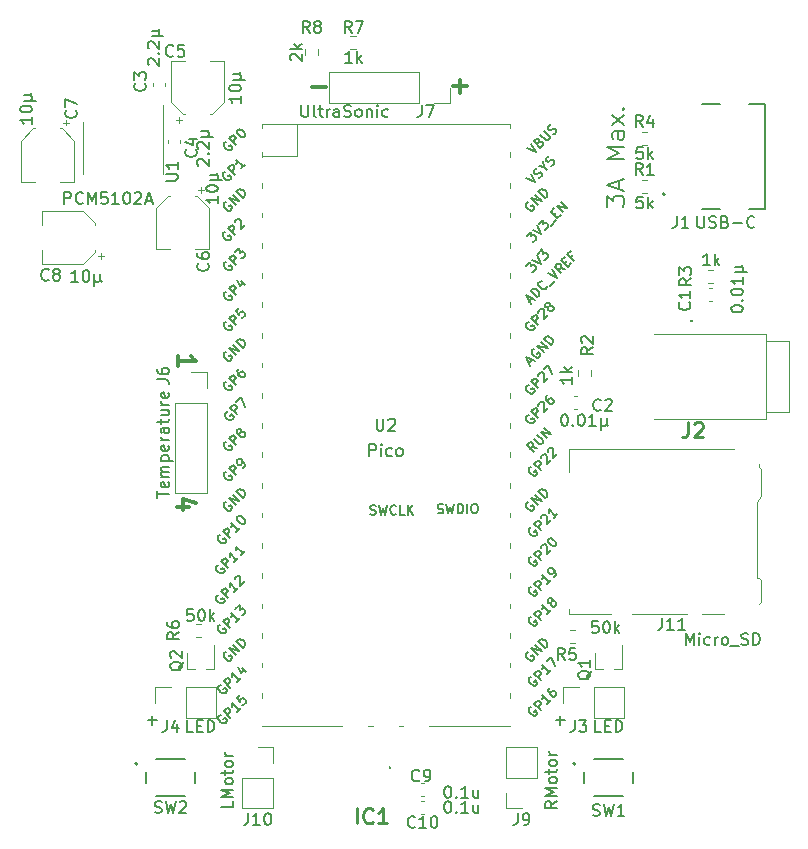
<source format=gbr>
%TF.GenerationSoftware,KiCad,Pcbnew,7.0.10-7.0.10~ubuntu22.04.1*%
%TF.CreationDate,2024-07-18T16:59:02+09:00*%
%TF.ProjectId,TurtlePico,54757274-6c65-4506-9963-6f2e6b696361,rev?*%
%TF.SameCoordinates,Original*%
%TF.FileFunction,Legend,Top*%
%TF.FilePolarity,Positive*%
%FSLAX46Y46*%
G04 Gerber Fmt 4.6, Leading zero omitted, Abs format (unit mm)*
G04 Created by KiCad (PCBNEW 7.0.10-7.0.10~ubuntu22.04.1) date 2024-07-18 16:59:02*
%MOMM*%
%LPD*%
G01*
G04 APERTURE LIST*
%ADD10C,0.187500*%
%ADD11C,0.150000*%
%ADD12C,0.300000*%
%ADD13C,0.254000*%
%ADD14C,0.120000*%
%ADD15C,0.200000*%
%ADD16C,0.100000*%
%ADD17C,0.127000*%
G04 APERTURE END LIST*
D10*
X164168678Y-77386359D02*
X164168678Y-76457787D01*
X164168678Y-76457787D02*
X164740107Y-76957787D01*
X164740107Y-76957787D02*
X164740107Y-76743502D01*
X164740107Y-76743502D02*
X164811535Y-76600645D01*
X164811535Y-76600645D02*
X164882964Y-76529216D01*
X164882964Y-76529216D02*
X165025821Y-76457787D01*
X165025821Y-76457787D02*
X165382964Y-76457787D01*
X165382964Y-76457787D02*
X165525821Y-76529216D01*
X165525821Y-76529216D02*
X165597250Y-76600645D01*
X165597250Y-76600645D02*
X165668678Y-76743502D01*
X165668678Y-76743502D02*
X165668678Y-77172073D01*
X165668678Y-77172073D02*
X165597250Y-77314930D01*
X165597250Y-77314930D02*
X165525821Y-77386359D01*
X165240107Y-75886359D02*
X165240107Y-75172074D01*
X165668678Y-76029216D02*
X164168678Y-75529216D01*
X164168678Y-75529216D02*
X165668678Y-75029216D01*
X165668678Y-73386360D02*
X164168678Y-73386360D01*
X164168678Y-73386360D02*
X165240107Y-72886360D01*
X165240107Y-72886360D02*
X164168678Y-72386360D01*
X164168678Y-72386360D02*
X165668678Y-72386360D01*
X165668678Y-71029217D02*
X164882964Y-71029217D01*
X164882964Y-71029217D02*
X164740107Y-71100645D01*
X164740107Y-71100645D02*
X164668678Y-71243502D01*
X164668678Y-71243502D02*
X164668678Y-71529217D01*
X164668678Y-71529217D02*
X164740107Y-71672074D01*
X165597250Y-71029217D02*
X165668678Y-71172074D01*
X165668678Y-71172074D02*
X165668678Y-71529217D01*
X165668678Y-71529217D02*
X165597250Y-71672074D01*
X165597250Y-71672074D02*
X165454392Y-71743502D01*
X165454392Y-71743502D02*
X165311535Y-71743502D01*
X165311535Y-71743502D02*
X165168678Y-71672074D01*
X165168678Y-71672074D02*
X165097250Y-71529217D01*
X165097250Y-71529217D02*
X165097250Y-71172074D01*
X165097250Y-71172074D02*
X165025821Y-71029217D01*
X165668678Y-70457788D02*
X164668678Y-69672074D01*
X164668678Y-70457788D02*
X165668678Y-69672074D01*
X165525821Y-69100645D02*
X165597250Y-69029216D01*
X165597250Y-69029216D02*
X165668678Y-69100645D01*
X165668678Y-69100645D02*
X165597250Y-69172073D01*
X165597250Y-69172073D02*
X165525821Y-69100645D01*
X165525821Y-69100645D02*
X165668678Y-69100645D01*
D11*
X125304779Y-120900866D02*
X126066684Y-120900866D01*
X125685731Y-121281819D02*
X125685731Y-120519914D01*
D12*
X127894171Y-90875225D02*
X127894171Y-90018082D01*
X127894171Y-90446653D02*
X129394171Y-90446653D01*
X129394171Y-90446653D02*
X129179885Y-90303796D01*
X129179885Y-90303796D02*
X129037028Y-90160939D01*
X129037028Y-90160939D02*
X128965600Y-90018082D01*
X151176510Y-67204400D02*
X152319368Y-67204400D01*
X151747939Y-67775828D02*
X151747939Y-66632971D01*
X128834171Y-102857368D02*
X127834171Y-102857368D01*
X129405600Y-102500225D02*
X128334171Y-102143082D01*
X128334171Y-102143082D02*
X128334171Y-103071653D01*
D11*
X159848779Y-120900866D02*
X160610684Y-120900866D01*
X160229731Y-121281819D02*
X160229731Y-120519914D01*
D12*
X139238510Y-67301400D02*
X140381368Y-67301400D01*
D11*
X162856057Y-116681238D02*
X162808438Y-116776476D01*
X162808438Y-116776476D02*
X162713200Y-116871714D01*
X162713200Y-116871714D02*
X162570342Y-117014571D01*
X162570342Y-117014571D02*
X162522723Y-117109809D01*
X162522723Y-117109809D02*
X162522723Y-117205047D01*
X162760819Y-117157428D02*
X162713200Y-117252666D01*
X162713200Y-117252666D02*
X162617961Y-117347904D01*
X162617961Y-117347904D02*
X162427485Y-117395523D01*
X162427485Y-117395523D02*
X162094152Y-117395523D01*
X162094152Y-117395523D02*
X161903676Y-117347904D01*
X161903676Y-117347904D02*
X161808438Y-117252666D01*
X161808438Y-117252666D02*
X161760819Y-117157428D01*
X161760819Y-117157428D02*
X161760819Y-116966952D01*
X161760819Y-116966952D02*
X161808438Y-116871714D01*
X161808438Y-116871714D02*
X161903676Y-116776476D01*
X161903676Y-116776476D02*
X162094152Y-116728857D01*
X162094152Y-116728857D02*
X162427485Y-116728857D01*
X162427485Y-116728857D02*
X162617961Y-116776476D01*
X162617961Y-116776476D02*
X162713200Y-116871714D01*
X162713200Y-116871714D02*
X162760819Y-116966952D01*
X162760819Y-116966952D02*
X162760819Y-117157428D01*
X162760819Y-115776476D02*
X162760819Y-116347904D01*
X162760819Y-116062190D02*
X161760819Y-116062190D01*
X161760819Y-116062190D02*
X161903676Y-116157428D01*
X161903676Y-116157428D02*
X161998914Y-116252666D01*
X161998914Y-116252666D02*
X162046533Y-116347904D01*
X167219333Y-70652819D02*
X166886000Y-70176628D01*
X166647905Y-70652819D02*
X166647905Y-69652819D01*
X166647905Y-69652819D02*
X167028857Y-69652819D01*
X167028857Y-69652819D02*
X167124095Y-69700438D01*
X167124095Y-69700438D02*
X167171714Y-69748057D01*
X167171714Y-69748057D02*
X167219333Y-69843295D01*
X167219333Y-69843295D02*
X167219333Y-69986152D01*
X167219333Y-69986152D02*
X167171714Y-70081390D01*
X167171714Y-70081390D02*
X167124095Y-70129009D01*
X167124095Y-70129009D02*
X167028857Y-70176628D01*
X167028857Y-70176628D02*
X166647905Y-70176628D01*
X168076476Y-69986152D02*
X168076476Y-70652819D01*
X167838381Y-69605200D02*
X167600286Y-70319485D01*
X167600286Y-70319485D02*
X168219333Y-70319485D01*
X167219333Y-72352819D02*
X166743143Y-72352819D01*
X166743143Y-72352819D02*
X166695524Y-72829009D01*
X166695524Y-72829009D02*
X166743143Y-72781390D01*
X166743143Y-72781390D02*
X166838381Y-72733771D01*
X166838381Y-72733771D02*
X167076476Y-72733771D01*
X167076476Y-72733771D02*
X167171714Y-72781390D01*
X167171714Y-72781390D02*
X167219333Y-72829009D01*
X167219333Y-72829009D02*
X167266952Y-72924247D01*
X167266952Y-72924247D02*
X167266952Y-73162342D01*
X167266952Y-73162342D02*
X167219333Y-73257580D01*
X167219333Y-73257580D02*
X167171714Y-73305200D01*
X167171714Y-73305200D02*
X167076476Y-73352819D01*
X167076476Y-73352819D02*
X166838381Y-73352819D01*
X166838381Y-73352819D02*
X166743143Y-73305200D01*
X166743143Y-73305200D02*
X166695524Y-73257580D01*
X167695524Y-73352819D02*
X167695524Y-72352819D01*
X167790762Y-72971866D02*
X168076476Y-73352819D01*
X168076476Y-72686152D02*
X167695524Y-73067104D01*
X139025333Y-62684819D02*
X138692000Y-62208628D01*
X138453905Y-62684819D02*
X138453905Y-61684819D01*
X138453905Y-61684819D02*
X138834857Y-61684819D01*
X138834857Y-61684819D02*
X138930095Y-61732438D01*
X138930095Y-61732438D02*
X138977714Y-61780057D01*
X138977714Y-61780057D02*
X139025333Y-61875295D01*
X139025333Y-61875295D02*
X139025333Y-62018152D01*
X139025333Y-62018152D02*
X138977714Y-62113390D01*
X138977714Y-62113390D02*
X138930095Y-62161009D01*
X138930095Y-62161009D02*
X138834857Y-62208628D01*
X138834857Y-62208628D02*
X138453905Y-62208628D01*
X139596762Y-62113390D02*
X139501524Y-62065771D01*
X139501524Y-62065771D02*
X139453905Y-62018152D01*
X139453905Y-62018152D02*
X139406286Y-61922914D01*
X139406286Y-61922914D02*
X139406286Y-61875295D01*
X139406286Y-61875295D02*
X139453905Y-61780057D01*
X139453905Y-61780057D02*
X139501524Y-61732438D01*
X139501524Y-61732438D02*
X139596762Y-61684819D01*
X139596762Y-61684819D02*
X139787238Y-61684819D01*
X139787238Y-61684819D02*
X139882476Y-61732438D01*
X139882476Y-61732438D02*
X139930095Y-61780057D01*
X139930095Y-61780057D02*
X139977714Y-61875295D01*
X139977714Y-61875295D02*
X139977714Y-61922914D01*
X139977714Y-61922914D02*
X139930095Y-62018152D01*
X139930095Y-62018152D02*
X139882476Y-62065771D01*
X139882476Y-62065771D02*
X139787238Y-62113390D01*
X139787238Y-62113390D02*
X139596762Y-62113390D01*
X139596762Y-62113390D02*
X139501524Y-62161009D01*
X139501524Y-62161009D02*
X139453905Y-62208628D01*
X139453905Y-62208628D02*
X139406286Y-62303866D01*
X139406286Y-62303866D02*
X139406286Y-62494342D01*
X139406286Y-62494342D02*
X139453905Y-62589580D01*
X139453905Y-62589580D02*
X139501524Y-62637200D01*
X139501524Y-62637200D02*
X139596762Y-62684819D01*
X139596762Y-62684819D02*
X139787238Y-62684819D01*
X139787238Y-62684819D02*
X139882476Y-62637200D01*
X139882476Y-62637200D02*
X139930095Y-62589580D01*
X139930095Y-62589580D02*
X139977714Y-62494342D01*
X139977714Y-62494342D02*
X139977714Y-62303866D01*
X139977714Y-62303866D02*
X139930095Y-62208628D01*
X139930095Y-62208628D02*
X139882476Y-62161009D01*
X139882476Y-62161009D02*
X139787238Y-62113390D01*
X137472057Y-65015475D02*
X137424438Y-64967856D01*
X137424438Y-64967856D02*
X137376819Y-64872618D01*
X137376819Y-64872618D02*
X137376819Y-64634523D01*
X137376819Y-64634523D02*
X137424438Y-64539285D01*
X137424438Y-64539285D02*
X137472057Y-64491666D01*
X137472057Y-64491666D02*
X137567295Y-64444047D01*
X137567295Y-64444047D02*
X137662533Y-64444047D01*
X137662533Y-64444047D02*
X137805390Y-64491666D01*
X137805390Y-64491666D02*
X138376819Y-65063094D01*
X138376819Y-65063094D02*
X138376819Y-64444047D01*
X138376819Y-64015475D02*
X137376819Y-64015475D01*
X137995866Y-63920237D02*
X138376819Y-63634523D01*
X137710152Y-63634523D02*
X138091104Y-64015475D01*
X142581333Y-62684819D02*
X142248000Y-62208628D01*
X142009905Y-62684819D02*
X142009905Y-61684819D01*
X142009905Y-61684819D02*
X142390857Y-61684819D01*
X142390857Y-61684819D02*
X142486095Y-61732438D01*
X142486095Y-61732438D02*
X142533714Y-61780057D01*
X142533714Y-61780057D02*
X142581333Y-61875295D01*
X142581333Y-61875295D02*
X142581333Y-62018152D01*
X142581333Y-62018152D02*
X142533714Y-62113390D01*
X142533714Y-62113390D02*
X142486095Y-62161009D01*
X142486095Y-62161009D02*
X142390857Y-62208628D01*
X142390857Y-62208628D02*
X142009905Y-62208628D01*
X142914667Y-61684819D02*
X143581333Y-61684819D01*
X143581333Y-61684819D02*
X143152762Y-62684819D01*
X142628952Y-65224819D02*
X142057524Y-65224819D01*
X142343238Y-65224819D02*
X142343238Y-64224819D01*
X142343238Y-64224819D02*
X142248000Y-64367676D01*
X142248000Y-64367676D02*
X142152762Y-64462914D01*
X142152762Y-64462914D02*
X142057524Y-64510533D01*
X143057524Y-65224819D02*
X143057524Y-64224819D01*
X143152762Y-64843866D02*
X143438476Y-65224819D01*
X143438476Y-64558152D02*
X143057524Y-64939104D01*
D13*
X143032237Y-129606318D02*
X143032237Y-128336318D01*
X144362714Y-129485365D02*
X144302238Y-129545842D01*
X144302238Y-129545842D02*
X144120809Y-129606318D01*
X144120809Y-129606318D02*
X143999857Y-129606318D01*
X143999857Y-129606318D02*
X143818428Y-129545842D01*
X143818428Y-129545842D02*
X143697476Y-129424889D01*
X143697476Y-129424889D02*
X143636999Y-129303937D01*
X143636999Y-129303937D02*
X143576523Y-129062032D01*
X143576523Y-129062032D02*
X143576523Y-128880603D01*
X143576523Y-128880603D02*
X143636999Y-128638699D01*
X143636999Y-128638699D02*
X143697476Y-128517746D01*
X143697476Y-128517746D02*
X143818428Y-128396794D01*
X143818428Y-128396794D02*
X143999857Y-128336318D01*
X143999857Y-128336318D02*
X144120809Y-128336318D01*
X144120809Y-128336318D02*
X144302238Y-128396794D01*
X144302238Y-128396794D02*
X144362714Y-128457270D01*
X145572238Y-129606318D02*
X144846523Y-129606318D01*
X145209380Y-129606318D02*
X145209380Y-128336318D01*
X145209380Y-128336318D02*
X145088428Y-128517746D01*
X145088428Y-128517746D02*
X144967476Y-128638699D01*
X144967476Y-128638699D02*
X144846523Y-128699175D01*
D11*
X127962819Y-113450666D02*
X127486628Y-113783999D01*
X127962819Y-114022094D02*
X126962819Y-114022094D01*
X126962819Y-114022094D02*
X126962819Y-113641142D01*
X126962819Y-113641142D02*
X127010438Y-113545904D01*
X127010438Y-113545904D02*
X127058057Y-113498285D01*
X127058057Y-113498285D02*
X127153295Y-113450666D01*
X127153295Y-113450666D02*
X127296152Y-113450666D01*
X127296152Y-113450666D02*
X127391390Y-113498285D01*
X127391390Y-113498285D02*
X127439009Y-113545904D01*
X127439009Y-113545904D02*
X127486628Y-113641142D01*
X127486628Y-113641142D02*
X127486628Y-114022094D01*
X126962819Y-112593523D02*
X126962819Y-112783999D01*
X126962819Y-112783999D02*
X127010438Y-112879237D01*
X127010438Y-112879237D02*
X127058057Y-112926856D01*
X127058057Y-112926856D02*
X127200914Y-113022094D01*
X127200914Y-113022094D02*
X127391390Y-113069713D01*
X127391390Y-113069713D02*
X127772342Y-113069713D01*
X127772342Y-113069713D02*
X127867580Y-113022094D01*
X127867580Y-113022094D02*
X127915200Y-112974475D01*
X127915200Y-112974475D02*
X127962819Y-112879237D01*
X127962819Y-112879237D02*
X127962819Y-112688761D01*
X127962819Y-112688761D02*
X127915200Y-112593523D01*
X127915200Y-112593523D02*
X127867580Y-112545904D01*
X127867580Y-112545904D02*
X127772342Y-112498285D01*
X127772342Y-112498285D02*
X127534247Y-112498285D01*
X127534247Y-112498285D02*
X127439009Y-112545904D01*
X127439009Y-112545904D02*
X127391390Y-112593523D01*
X127391390Y-112593523D02*
X127343771Y-112688761D01*
X127343771Y-112688761D02*
X127343771Y-112879237D01*
X127343771Y-112879237D02*
X127391390Y-112974475D01*
X127391390Y-112974475D02*
X127439009Y-113022094D01*
X127439009Y-113022094D02*
X127534247Y-113069713D01*
X129151142Y-111468819D02*
X128674952Y-111468819D01*
X128674952Y-111468819D02*
X128627333Y-111945009D01*
X128627333Y-111945009D02*
X128674952Y-111897390D01*
X128674952Y-111897390D02*
X128770190Y-111849771D01*
X128770190Y-111849771D02*
X129008285Y-111849771D01*
X129008285Y-111849771D02*
X129103523Y-111897390D01*
X129103523Y-111897390D02*
X129151142Y-111945009D01*
X129151142Y-111945009D02*
X129198761Y-112040247D01*
X129198761Y-112040247D02*
X129198761Y-112278342D01*
X129198761Y-112278342D02*
X129151142Y-112373580D01*
X129151142Y-112373580D02*
X129103523Y-112421200D01*
X129103523Y-112421200D02*
X129008285Y-112468819D01*
X129008285Y-112468819D02*
X128770190Y-112468819D01*
X128770190Y-112468819D02*
X128674952Y-112421200D01*
X128674952Y-112421200D02*
X128627333Y-112373580D01*
X129817809Y-111468819D02*
X129913047Y-111468819D01*
X129913047Y-111468819D02*
X130008285Y-111516438D01*
X130008285Y-111516438D02*
X130055904Y-111564057D01*
X130055904Y-111564057D02*
X130103523Y-111659295D01*
X130103523Y-111659295D02*
X130151142Y-111849771D01*
X130151142Y-111849771D02*
X130151142Y-112087866D01*
X130151142Y-112087866D02*
X130103523Y-112278342D01*
X130103523Y-112278342D02*
X130055904Y-112373580D01*
X130055904Y-112373580D02*
X130008285Y-112421200D01*
X130008285Y-112421200D02*
X129913047Y-112468819D01*
X129913047Y-112468819D02*
X129817809Y-112468819D01*
X129817809Y-112468819D02*
X129722571Y-112421200D01*
X129722571Y-112421200D02*
X129674952Y-112373580D01*
X129674952Y-112373580D02*
X129627333Y-112278342D01*
X129627333Y-112278342D02*
X129579714Y-112087866D01*
X129579714Y-112087866D02*
X129579714Y-111849771D01*
X129579714Y-111849771D02*
X129627333Y-111659295D01*
X129627333Y-111659295D02*
X129674952Y-111564057D01*
X129674952Y-111564057D02*
X129722571Y-111516438D01*
X129722571Y-111516438D02*
X129817809Y-111468819D01*
X130579714Y-112468819D02*
X130579714Y-111468819D01*
X130674952Y-112087866D02*
X130960666Y-112468819D01*
X130960666Y-111802152D02*
X130579714Y-112183104D01*
X160615333Y-115770819D02*
X160282000Y-115294628D01*
X160043905Y-115770819D02*
X160043905Y-114770819D01*
X160043905Y-114770819D02*
X160424857Y-114770819D01*
X160424857Y-114770819D02*
X160520095Y-114818438D01*
X160520095Y-114818438D02*
X160567714Y-114866057D01*
X160567714Y-114866057D02*
X160615333Y-114961295D01*
X160615333Y-114961295D02*
X160615333Y-115104152D01*
X160615333Y-115104152D02*
X160567714Y-115199390D01*
X160567714Y-115199390D02*
X160520095Y-115247009D01*
X160520095Y-115247009D02*
X160424857Y-115294628D01*
X160424857Y-115294628D02*
X160043905Y-115294628D01*
X161520095Y-114770819D02*
X161043905Y-114770819D01*
X161043905Y-114770819D02*
X160996286Y-115247009D01*
X160996286Y-115247009D02*
X161043905Y-115199390D01*
X161043905Y-115199390D02*
X161139143Y-115151771D01*
X161139143Y-115151771D02*
X161377238Y-115151771D01*
X161377238Y-115151771D02*
X161472476Y-115199390D01*
X161472476Y-115199390D02*
X161520095Y-115247009D01*
X161520095Y-115247009D02*
X161567714Y-115342247D01*
X161567714Y-115342247D02*
X161567714Y-115580342D01*
X161567714Y-115580342D02*
X161520095Y-115675580D01*
X161520095Y-115675580D02*
X161472476Y-115723200D01*
X161472476Y-115723200D02*
X161377238Y-115770819D01*
X161377238Y-115770819D02*
X161139143Y-115770819D01*
X161139143Y-115770819D02*
X161043905Y-115723200D01*
X161043905Y-115723200D02*
X160996286Y-115675580D01*
X163441142Y-112484819D02*
X162964952Y-112484819D01*
X162964952Y-112484819D02*
X162917333Y-112961009D01*
X162917333Y-112961009D02*
X162964952Y-112913390D01*
X162964952Y-112913390D02*
X163060190Y-112865771D01*
X163060190Y-112865771D02*
X163298285Y-112865771D01*
X163298285Y-112865771D02*
X163393523Y-112913390D01*
X163393523Y-112913390D02*
X163441142Y-112961009D01*
X163441142Y-112961009D02*
X163488761Y-113056247D01*
X163488761Y-113056247D02*
X163488761Y-113294342D01*
X163488761Y-113294342D02*
X163441142Y-113389580D01*
X163441142Y-113389580D02*
X163393523Y-113437200D01*
X163393523Y-113437200D02*
X163298285Y-113484819D01*
X163298285Y-113484819D02*
X163060190Y-113484819D01*
X163060190Y-113484819D02*
X162964952Y-113437200D01*
X162964952Y-113437200D02*
X162917333Y-113389580D01*
X164107809Y-112484819D02*
X164203047Y-112484819D01*
X164203047Y-112484819D02*
X164298285Y-112532438D01*
X164298285Y-112532438D02*
X164345904Y-112580057D01*
X164345904Y-112580057D02*
X164393523Y-112675295D01*
X164393523Y-112675295D02*
X164441142Y-112865771D01*
X164441142Y-112865771D02*
X164441142Y-113103866D01*
X164441142Y-113103866D02*
X164393523Y-113294342D01*
X164393523Y-113294342D02*
X164345904Y-113389580D01*
X164345904Y-113389580D02*
X164298285Y-113437200D01*
X164298285Y-113437200D02*
X164203047Y-113484819D01*
X164203047Y-113484819D02*
X164107809Y-113484819D01*
X164107809Y-113484819D02*
X164012571Y-113437200D01*
X164012571Y-113437200D02*
X163964952Y-113389580D01*
X163964952Y-113389580D02*
X163917333Y-113294342D01*
X163917333Y-113294342D02*
X163869714Y-113103866D01*
X163869714Y-113103866D02*
X163869714Y-112865771D01*
X163869714Y-112865771D02*
X163917333Y-112675295D01*
X163917333Y-112675295D02*
X163964952Y-112580057D01*
X163964952Y-112580057D02*
X164012571Y-112532438D01*
X164012571Y-112532438D02*
X164107809Y-112484819D01*
X164869714Y-113484819D02*
X164869714Y-112484819D01*
X164964952Y-113103866D02*
X165250666Y-113484819D01*
X165250666Y-112818152D02*
X164869714Y-113199104D01*
D13*
X171064667Y-95664318D02*
X171064667Y-96571461D01*
X171064667Y-96571461D02*
X171004190Y-96752889D01*
X171004190Y-96752889D02*
X170883238Y-96873842D01*
X170883238Y-96873842D02*
X170701809Y-96934318D01*
X170701809Y-96934318D02*
X170580857Y-96934318D01*
X171608952Y-95785270D02*
X171669428Y-95724794D01*
X171669428Y-95724794D02*
X171790381Y-95664318D01*
X171790381Y-95664318D02*
X172092762Y-95664318D01*
X172092762Y-95664318D02*
X172213714Y-95724794D01*
X172213714Y-95724794D02*
X172274190Y-95785270D01*
X172274190Y-95785270D02*
X172334667Y-95906222D01*
X172334667Y-95906222D02*
X172334667Y-96027175D01*
X172334667Y-96027175D02*
X172274190Y-96208603D01*
X172274190Y-96208603D02*
X171548476Y-96934318D01*
X171548476Y-96934318D02*
X172334667Y-96934318D01*
D11*
X133810476Y-128740819D02*
X133810476Y-129455104D01*
X133810476Y-129455104D02*
X133762857Y-129597961D01*
X133762857Y-129597961D02*
X133667619Y-129693200D01*
X133667619Y-129693200D02*
X133524762Y-129740819D01*
X133524762Y-129740819D02*
X133429524Y-129740819D01*
X134810476Y-129740819D02*
X134239048Y-129740819D01*
X134524762Y-129740819D02*
X134524762Y-128740819D01*
X134524762Y-128740819D02*
X134429524Y-128883676D01*
X134429524Y-128883676D02*
X134334286Y-128978914D01*
X134334286Y-128978914D02*
X134239048Y-129026533D01*
X135429524Y-128740819D02*
X135524762Y-128740819D01*
X135524762Y-128740819D02*
X135620000Y-128788438D01*
X135620000Y-128788438D02*
X135667619Y-128836057D01*
X135667619Y-128836057D02*
X135715238Y-128931295D01*
X135715238Y-128931295D02*
X135762857Y-129121771D01*
X135762857Y-129121771D02*
X135762857Y-129359866D01*
X135762857Y-129359866D02*
X135715238Y-129550342D01*
X135715238Y-129550342D02*
X135667619Y-129645580D01*
X135667619Y-129645580D02*
X135620000Y-129693200D01*
X135620000Y-129693200D02*
X135524762Y-129740819D01*
X135524762Y-129740819D02*
X135429524Y-129740819D01*
X135429524Y-129740819D02*
X135334286Y-129693200D01*
X135334286Y-129693200D02*
X135286667Y-129645580D01*
X135286667Y-129645580D02*
X135239048Y-129550342D01*
X135239048Y-129550342D02*
X135191429Y-129359866D01*
X135191429Y-129359866D02*
X135191429Y-129121771D01*
X135191429Y-129121771D02*
X135239048Y-128931295D01*
X135239048Y-128931295D02*
X135286667Y-128836057D01*
X135286667Y-128836057D02*
X135334286Y-128788438D01*
X135334286Y-128788438D02*
X135429524Y-128740819D01*
X132534819Y-127745905D02*
X132534819Y-128222095D01*
X132534819Y-128222095D02*
X131534819Y-128222095D01*
X132534819Y-127412571D02*
X131534819Y-127412571D01*
X131534819Y-127412571D02*
X132249104Y-127079238D01*
X132249104Y-127079238D02*
X131534819Y-126745905D01*
X131534819Y-126745905D02*
X132534819Y-126745905D01*
X132534819Y-126126857D02*
X132487200Y-126222095D01*
X132487200Y-126222095D02*
X132439580Y-126269714D01*
X132439580Y-126269714D02*
X132344342Y-126317333D01*
X132344342Y-126317333D02*
X132058628Y-126317333D01*
X132058628Y-126317333D02*
X131963390Y-126269714D01*
X131963390Y-126269714D02*
X131915771Y-126222095D01*
X131915771Y-126222095D02*
X131868152Y-126126857D01*
X131868152Y-126126857D02*
X131868152Y-125984000D01*
X131868152Y-125984000D02*
X131915771Y-125888762D01*
X131915771Y-125888762D02*
X131963390Y-125841143D01*
X131963390Y-125841143D02*
X132058628Y-125793524D01*
X132058628Y-125793524D02*
X132344342Y-125793524D01*
X132344342Y-125793524D02*
X132439580Y-125841143D01*
X132439580Y-125841143D02*
X132487200Y-125888762D01*
X132487200Y-125888762D02*
X132534819Y-125984000D01*
X132534819Y-125984000D02*
X132534819Y-126126857D01*
X131868152Y-125507809D02*
X131868152Y-125126857D01*
X131534819Y-125364952D02*
X132391961Y-125364952D01*
X132391961Y-125364952D02*
X132487200Y-125317333D01*
X132487200Y-125317333D02*
X132534819Y-125222095D01*
X132534819Y-125222095D02*
X132534819Y-125126857D01*
X132534819Y-124650666D02*
X132487200Y-124745904D01*
X132487200Y-124745904D02*
X132439580Y-124793523D01*
X132439580Y-124793523D02*
X132344342Y-124841142D01*
X132344342Y-124841142D02*
X132058628Y-124841142D01*
X132058628Y-124841142D02*
X131963390Y-124793523D01*
X131963390Y-124793523D02*
X131915771Y-124745904D01*
X131915771Y-124745904D02*
X131868152Y-124650666D01*
X131868152Y-124650666D02*
X131868152Y-124507809D01*
X131868152Y-124507809D02*
X131915771Y-124412571D01*
X131915771Y-124412571D02*
X131963390Y-124364952D01*
X131963390Y-124364952D02*
X132058628Y-124317333D01*
X132058628Y-124317333D02*
X132344342Y-124317333D01*
X132344342Y-124317333D02*
X132439580Y-124364952D01*
X132439580Y-124364952D02*
X132487200Y-124412571D01*
X132487200Y-124412571D02*
X132534819Y-124507809D01*
X132534819Y-124507809D02*
X132534819Y-124650666D01*
X132534819Y-123888761D02*
X131868152Y-123888761D01*
X132058628Y-123888761D02*
X131963390Y-123841142D01*
X131963390Y-123841142D02*
X131915771Y-123793523D01*
X131915771Y-123793523D02*
X131868152Y-123698285D01*
X131868152Y-123698285D02*
X131868152Y-123603047D01*
X156638666Y-128740819D02*
X156638666Y-129455104D01*
X156638666Y-129455104D02*
X156591047Y-129597961D01*
X156591047Y-129597961D02*
X156495809Y-129693200D01*
X156495809Y-129693200D02*
X156352952Y-129740819D01*
X156352952Y-129740819D02*
X156257714Y-129740819D01*
X157162476Y-129740819D02*
X157352952Y-129740819D01*
X157352952Y-129740819D02*
X157448190Y-129693200D01*
X157448190Y-129693200D02*
X157495809Y-129645580D01*
X157495809Y-129645580D02*
X157591047Y-129502723D01*
X157591047Y-129502723D02*
X157638666Y-129312247D01*
X157638666Y-129312247D02*
X157638666Y-128931295D01*
X157638666Y-128931295D02*
X157591047Y-128836057D01*
X157591047Y-128836057D02*
X157543428Y-128788438D01*
X157543428Y-128788438D02*
X157448190Y-128740819D01*
X157448190Y-128740819D02*
X157257714Y-128740819D01*
X157257714Y-128740819D02*
X157162476Y-128788438D01*
X157162476Y-128788438D02*
X157114857Y-128836057D01*
X157114857Y-128836057D02*
X157067238Y-128931295D01*
X157067238Y-128931295D02*
X157067238Y-129169390D01*
X157067238Y-129169390D02*
X157114857Y-129264628D01*
X157114857Y-129264628D02*
X157162476Y-129312247D01*
X157162476Y-129312247D02*
X157257714Y-129359866D01*
X157257714Y-129359866D02*
X157448190Y-129359866D01*
X157448190Y-129359866D02*
X157543428Y-129312247D01*
X157543428Y-129312247D02*
X157591047Y-129264628D01*
X157591047Y-129264628D02*
X157638666Y-129169390D01*
X159966819Y-127745905D02*
X159490628Y-128079238D01*
X159966819Y-128317333D02*
X158966819Y-128317333D01*
X158966819Y-128317333D02*
X158966819Y-127936381D01*
X158966819Y-127936381D02*
X159014438Y-127841143D01*
X159014438Y-127841143D02*
X159062057Y-127793524D01*
X159062057Y-127793524D02*
X159157295Y-127745905D01*
X159157295Y-127745905D02*
X159300152Y-127745905D01*
X159300152Y-127745905D02*
X159395390Y-127793524D01*
X159395390Y-127793524D02*
X159443009Y-127841143D01*
X159443009Y-127841143D02*
X159490628Y-127936381D01*
X159490628Y-127936381D02*
X159490628Y-128317333D01*
X159966819Y-127317333D02*
X158966819Y-127317333D01*
X158966819Y-127317333D02*
X159681104Y-126984000D01*
X159681104Y-126984000D02*
X158966819Y-126650667D01*
X158966819Y-126650667D02*
X159966819Y-126650667D01*
X159966819Y-126031619D02*
X159919200Y-126126857D01*
X159919200Y-126126857D02*
X159871580Y-126174476D01*
X159871580Y-126174476D02*
X159776342Y-126222095D01*
X159776342Y-126222095D02*
X159490628Y-126222095D01*
X159490628Y-126222095D02*
X159395390Y-126174476D01*
X159395390Y-126174476D02*
X159347771Y-126126857D01*
X159347771Y-126126857D02*
X159300152Y-126031619D01*
X159300152Y-126031619D02*
X159300152Y-125888762D01*
X159300152Y-125888762D02*
X159347771Y-125793524D01*
X159347771Y-125793524D02*
X159395390Y-125745905D01*
X159395390Y-125745905D02*
X159490628Y-125698286D01*
X159490628Y-125698286D02*
X159776342Y-125698286D01*
X159776342Y-125698286D02*
X159871580Y-125745905D01*
X159871580Y-125745905D02*
X159919200Y-125793524D01*
X159919200Y-125793524D02*
X159966819Y-125888762D01*
X159966819Y-125888762D02*
X159966819Y-126031619D01*
X159300152Y-125412571D02*
X159300152Y-125031619D01*
X158966819Y-125269714D02*
X159823961Y-125269714D01*
X159823961Y-125269714D02*
X159919200Y-125222095D01*
X159919200Y-125222095D02*
X159966819Y-125126857D01*
X159966819Y-125126857D02*
X159966819Y-125031619D01*
X159966819Y-124555428D02*
X159919200Y-124650666D01*
X159919200Y-124650666D02*
X159871580Y-124698285D01*
X159871580Y-124698285D02*
X159776342Y-124745904D01*
X159776342Y-124745904D02*
X159490628Y-124745904D01*
X159490628Y-124745904D02*
X159395390Y-124698285D01*
X159395390Y-124698285D02*
X159347771Y-124650666D01*
X159347771Y-124650666D02*
X159300152Y-124555428D01*
X159300152Y-124555428D02*
X159300152Y-124412571D01*
X159300152Y-124412571D02*
X159347771Y-124317333D01*
X159347771Y-124317333D02*
X159395390Y-124269714D01*
X159395390Y-124269714D02*
X159490628Y-124222095D01*
X159490628Y-124222095D02*
X159776342Y-124222095D01*
X159776342Y-124222095D02*
X159871580Y-124269714D01*
X159871580Y-124269714D02*
X159919200Y-124317333D01*
X159919200Y-124317333D02*
X159966819Y-124412571D01*
X159966819Y-124412571D02*
X159966819Y-124555428D01*
X159966819Y-123793523D02*
X159300152Y-123793523D01*
X159490628Y-123793523D02*
X159395390Y-123745904D01*
X159395390Y-123745904D02*
X159347771Y-123698285D01*
X159347771Y-123698285D02*
X159300152Y-123603047D01*
X159300152Y-123603047D02*
X159300152Y-123507809D01*
X163663333Y-94593580D02*
X163615714Y-94641200D01*
X163615714Y-94641200D02*
X163472857Y-94688819D01*
X163472857Y-94688819D02*
X163377619Y-94688819D01*
X163377619Y-94688819D02*
X163234762Y-94641200D01*
X163234762Y-94641200D02*
X163139524Y-94545961D01*
X163139524Y-94545961D02*
X163091905Y-94450723D01*
X163091905Y-94450723D02*
X163044286Y-94260247D01*
X163044286Y-94260247D02*
X163044286Y-94117390D01*
X163044286Y-94117390D02*
X163091905Y-93926914D01*
X163091905Y-93926914D02*
X163139524Y-93831676D01*
X163139524Y-93831676D02*
X163234762Y-93736438D01*
X163234762Y-93736438D02*
X163377619Y-93688819D01*
X163377619Y-93688819D02*
X163472857Y-93688819D01*
X163472857Y-93688819D02*
X163615714Y-93736438D01*
X163615714Y-93736438D02*
X163663333Y-93784057D01*
X164044286Y-93784057D02*
X164091905Y-93736438D01*
X164091905Y-93736438D02*
X164187143Y-93688819D01*
X164187143Y-93688819D02*
X164425238Y-93688819D01*
X164425238Y-93688819D02*
X164520476Y-93736438D01*
X164520476Y-93736438D02*
X164568095Y-93784057D01*
X164568095Y-93784057D02*
X164615714Y-93879295D01*
X164615714Y-93879295D02*
X164615714Y-93974533D01*
X164615714Y-93974533D02*
X164568095Y-94117390D01*
X164568095Y-94117390D02*
X163996667Y-94688819D01*
X163996667Y-94688819D02*
X164615714Y-94688819D01*
X160544095Y-94958819D02*
X160639333Y-94958819D01*
X160639333Y-94958819D02*
X160734571Y-95006438D01*
X160734571Y-95006438D02*
X160782190Y-95054057D01*
X160782190Y-95054057D02*
X160829809Y-95149295D01*
X160829809Y-95149295D02*
X160877428Y-95339771D01*
X160877428Y-95339771D02*
X160877428Y-95577866D01*
X160877428Y-95577866D02*
X160829809Y-95768342D01*
X160829809Y-95768342D02*
X160782190Y-95863580D01*
X160782190Y-95863580D02*
X160734571Y-95911200D01*
X160734571Y-95911200D02*
X160639333Y-95958819D01*
X160639333Y-95958819D02*
X160544095Y-95958819D01*
X160544095Y-95958819D02*
X160448857Y-95911200D01*
X160448857Y-95911200D02*
X160401238Y-95863580D01*
X160401238Y-95863580D02*
X160353619Y-95768342D01*
X160353619Y-95768342D02*
X160306000Y-95577866D01*
X160306000Y-95577866D02*
X160306000Y-95339771D01*
X160306000Y-95339771D02*
X160353619Y-95149295D01*
X160353619Y-95149295D02*
X160401238Y-95054057D01*
X160401238Y-95054057D02*
X160448857Y-95006438D01*
X160448857Y-95006438D02*
X160544095Y-94958819D01*
X161306000Y-95863580D02*
X161353619Y-95911200D01*
X161353619Y-95911200D02*
X161306000Y-95958819D01*
X161306000Y-95958819D02*
X161258381Y-95911200D01*
X161258381Y-95911200D02*
X161306000Y-95863580D01*
X161306000Y-95863580D02*
X161306000Y-95958819D01*
X161972666Y-94958819D02*
X162067904Y-94958819D01*
X162067904Y-94958819D02*
X162163142Y-95006438D01*
X162163142Y-95006438D02*
X162210761Y-95054057D01*
X162210761Y-95054057D02*
X162258380Y-95149295D01*
X162258380Y-95149295D02*
X162305999Y-95339771D01*
X162305999Y-95339771D02*
X162305999Y-95577866D01*
X162305999Y-95577866D02*
X162258380Y-95768342D01*
X162258380Y-95768342D02*
X162210761Y-95863580D01*
X162210761Y-95863580D02*
X162163142Y-95911200D01*
X162163142Y-95911200D02*
X162067904Y-95958819D01*
X162067904Y-95958819D02*
X161972666Y-95958819D01*
X161972666Y-95958819D02*
X161877428Y-95911200D01*
X161877428Y-95911200D02*
X161829809Y-95863580D01*
X161829809Y-95863580D02*
X161782190Y-95768342D01*
X161782190Y-95768342D02*
X161734571Y-95577866D01*
X161734571Y-95577866D02*
X161734571Y-95339771D01*
X161734571Y-95339771D02*
X161782190Y-95149295D01*
X161782190Y-95149295D02*
X161829809Y-95054057D01*
X161829809Y-95054057D02*
X161877428Y-95006438D01*
X161877428Y-95006438D02*
X161972666Y-94958819D01*
X163258380Y-95958819D02*
X162686952Y-95958819D01*
X162972666Y-95958819D02*
X162972666Y-94958819D01*
X162972666Y-94958819D02*
X162877428Y-95101676D01*
X162877428Y-95101676D02*
X162782190Y-95196914D01*
X162782190Y-95196914D02*
X162686952Y-95244533D01*
X163686952Y-95292152D02*
X163686952Y-96292152D01*
X164163142Y-95815961D02*
X164210761Y-95911200D01*
X164210761Y-95911200D02*
X164305999Y-95958819D01*
X163686952Y-95815961D02*
X163734571Y-95911200D01*
X163734571Y-95911200D02*
X163829809Y-95958819D01*
X163829809Y-95958819D02*
X164020285Y-95958819D01*
X164020285Y-95958819D02*
X164115523Y-95911200D01*
X164115523Y-95911200D02*
X164163142Y-95815961D01*
X164163142Y-95815961D02*
X164163142Y-95292152D01*
X125918546Y-128677861D02*
X126061630Y-128725555D01*
X126061630Y-128725555D02*
X126300104Y-128725555D01*
X126300104Y-128725555D02*
X126395494Y-128677861D01*
X126395494Y-128677861D02*
X126443189Y-128630166D01*
X126443189Y-128630166D02*
X126490883Y-128534776D01*
X126490883Y-128534776D02*
X126490883Y-128439386D01*
X126490883Y-128439386D02*
X126443189Y-128343997D01*
X126443189Y-128343997D02*
X126395494Y-128296302D01*
X126395494Y-128296302D02*
X126300104Y-128248607D01*
X126300104Y-128248607D02*
X126109325Y-128200912D01*
X126109325Y-128200912D02*
X126013935Y-128153218D01*
X126013935Y-128153218D02*
X125966241Y-128105523D01*
X125966241Y-128105523D02*
X125918546Y-128010133D01*
X125918546Y-128010133D02*
X125918546Y-127914744D01*
X125918546Y-127914744D02*
X125966241Y-127819354D01*
X125966241Y-127819354D02*
X126013935Y-127771659D01*
X126013935Y-127771659D02*
X126109325Y-127723964D01*
X126109325Y-127723964D02*
X126347799Y-127723964D01*
X126347799Y-127723964D02*
X126490883Y-127771659D01*
X126824747Y-127723964D02*
X127063221Y-128725555D01*
X127063221Y-128725555D02*
X127254000Y-128010133D01*
X127254000Y-128010133D02*
X127444779Y-128725555D01*
X127444779Y-128725555D02*
X127683254Y-127723964D01*
X128017117Y-127819354D02*
X128064812Y-127771659D01*
X128064812Y-127771659D02*
X128160201Y-127723964D01*
X128160201Y-127723964D02*
X128398675Y-127723964D01*
X128398675Y-127723964D02*
X128494065Y-127771659D01*
X128494065Y-127771659D02*
X128541760Y-127819354D01*
X128541760Y-127819354D02*
X128589454Y-127914744D01*
X128589454Y-127914744D02*
X128589454Y-128010133D01*
X128589454Y-128010133D02*
X128541760Y-128153218D01*
X128541760Y-128153218D02*
X127969422Y-128725555D01*
X127969422Y-128725555D02*
X128589454Y-128725555D01*
X130407580Y-82208666D02*
X130455200Y-82256285D01*
X130455200Y-82256285D02*
X130502819Y-82399142D01*
X130502819Y-82399142D02*
X130502819Y-82494380D01*
X130502819Y-82494380D02*
X130455200Y-82637237D01*
X130455200Y-82637237D02*
X130359961Y-82732475D01*
X130359961Y-82732475D02*
X130264723Y-82780094D01*
X130264723Y-82780094D02*
X130074247Y-82827713D01*
X130074247Y-82827713D02*
X129931390Y-82827713D01*
X129931390Y-82827713D02*
X129740914Y-82780094D01*
X129740914Y-82780094D02*
X129645676Y-82732475D01*
X129645676Y-82732475D02*
X129550438Y-82637237D01*
X129550438Y-82637237D02*
X129502819Y-82494380D01*
X129502819Y-82494380D02*
X129502819Y-82399142D01*
X129502819Y-82399142D02*
X129550438Y-82256285D01*
X129550438Y-82256285D02*
X129598057Y-82208666D01*
X129502819Y-81351523D02*
X129502819Y-81541999D01*
X129502819Y-81541999D02*
X129550438Y-81637237D01*
X129550438Y-81637237D02*
X129598057Y-81684856D01*
X129598057Y-81684856D02*
X129740914Y-81780094D01*
X129740914Y-81780094D02*
X129931390Y-81827713D01*
X129931390Y-81827713D02*
X130312342Y-81827713D01*
X130312342Y-81827713D02*
X130407580Y-81780094D01*
X130407580Y-81780094D02*
X130455200Y-81732475D01*
X130455200Y-81732475D02*
X130502819Y-81637237D01*
X130502819Y-81637237D02*
X130502819Y-81446761D01*
X130502819Y-81446761D02*
X130455200Y-81351523D01*
X130455200Y-81351523D02*
X130407580Y-81303904D01*
X130407580Y-81303904D02*
X130312342Y-81256285D01*
X130312342Y-81256285D02*
X130074247Y-81256285D01*
X130074247Y-81256285D02*
X129979009Y-81303904D01*
X129979009Y-81303904D02*
X129931390Y-81351523D01*
X129931390Y-81351523D02*
X129883771Y-81446761D01*
X129883771Y-81446761D02*
X129883771Y-81637237D01*
X129883771Y-81637237D02*
X129931390Y-81732475D01*
X129931390Y-81732475D02*
X129979009Y-81780094D01*
X129979009Y-81780094D02*
X130074247Y-81827713D01*
X131264819Y-76533285D02*
X131264819Y-77104713D01*
X131264819Y-76818999D02*
X130264819Y-76818999D01*
X130264819Y-76818999D02*
X130407676Y-76914237D01*
X130407676Y-76914237D02*
X130502914Y-77009475D01*
X130502914Y-77009475D02*
X130550533Y-77104713D01*
X130264819Y-75914237D02*
X130264819Y-75818999D01*
X130264819Y-75818999D02*
X130312438Y-75723761D01*
X130312438Y-75723761D02*
X130360057Y-75676142D01*
X130360057Y-75676142D02*
X130455295Y-75628523D01*
X130455295Y-75628523D02*
X130645771Y-75580904D01*
X130645771Y-75580904D02*
X130883866Y-75580904D01*
X130883866Y-75580904D02*
X131074342Y-75628523D01*
X131074342Y-75628523D02*
X131169580Y-75676142D01*
X131169580Y-75676142D02*
X131217200Y-75723761D01*
X131217200Y-75723761D02*
X131264819Y-75818999D01*
X131264819Y-75818999D02*
X131264819Y-75914237D01*
X131264819Y-75914237D02*
X131217200Y-76009475D01*
X131217200Y-76009475D02*
X131169580Y-76057094D01*
X131169580Y-76057094D02*
X131074342Y-76104713D01*
X131074342Y-76104713D02*
X130883866Y-76152332D01*
X130883866Y-76152332D02*
X130645771Y-76152332D01*
X130645771Y-76152332D02*
X130455295Y-76104713D01*
X130455295Y-76104713D02*
X130360057Y-76057094D01*
X130360057Y-76057094D02*
X130312438Y-76009475D01*
X130312438Y-76009475D02*
X130264819Y-75914237D01*
X130598152Y-75152332D02*
X131598152Y-75152332D01*
X131121961Y-74676142D02*
X131217200Y-74628523D01*
X131217200Y-74628523D02*
X131264819Y-74533285D01*
X131121961Y-75152332D02*
X131217200Y-75104713D01*
X131217200Y-75104713D02*
X131264819Y-75009475D01*
X131264819Y-75009475D02*
X131264819Y-74818999D01*
X131264819Y-74818999D02*
X131217200Y-74723761D01*
X131217200Y-74723761D02*
X131121961Y-74676142D01*
X131121961Y-74676142D02*
X130598152Y-74676142D01*
X171333819Y-83478666D02*
X170857628Y-83811999D01*
X171333819Y-84050094D02*
X170333819Y-84050094D01*
X170333819Y-84050094D02*
X170333819Y-83669142D01*
X170333819Y-83669142D02*
X170381438Y-83573904D01*
X170381438Y-83573904D02*
X170429057Y-83526285D01*
X170429057Y-83526285D02*
X170524295Y-83478666D01*
X170524295Y-83478666D02*
X170667152Y-83478666D01*
X170667152Y-83478666D02*
X170762390Y-83526285D01*
X170762390Y-83526285D02*
X170810009Y-83573904D01*
X170810009Y-83573904D02*
X170857628Y-83669142D01*
X170857628Y-83669142D02*
X170857628Y-84050094D01*
X170333819Y-83145332D02*
X170333819Y-82526285D01*
X170333819Y-82526285D02*
X170714771Y-82859618D01*
X170714771Y-82859618D02*
X170714771Y-82716761D01*
X170714771Y-82716761D02*
X170762390Y-82621523D01*
X170762390Y-82621523D02*
X170810009Y-82573904D01*
X170810009Y-82573904D02*
X170905247Y-82526285D01*
X170905247Y-82526285D02*
X171143342Y-82526285D01*
X171143342Y-82526285D02*
X171238580Y-82573904D01*
X171238580Y-82573904D02*
X171286200Y-82621523D01*
X171286200Y-82621523D02*
X171333819Y-82716761D01*
X171333819Y-82716761D02*
X171333819Y-83002475D01*
X171333819Y-83002475D02*
X171286200Y-83097713D01*
X171286200Y-83097713D02*
X171238580Y-83145332D01*
X172918952Y-82369819D02*
X172347524Y-82369819D01*
X172633238Y-82369819D02*
X172633238Y-81369819D01*
X172633238Y-81369819D02*
X172538000Y-81512676D01*
X172538000Y-81512676D02*
X172442762Y-81607914D01*
X172442762Y-81607914D02*
X172347524Y-81655533D01*
X173347524Y-82369819D02*
X173347524Y-81369819D01*
X173442762Y-81988866D02*
X173728476Y-82369819D01*
X173728476Y-81703152D02*
X173347524Y-82084104D01*
X125073580Y-66968666D02*
X125121200Y-67016285D01*
X125121200Y-67016285D02*
X125168819Y-67159142D01*
X125168819Y-67159142D02*
X125168819Y-67254380D01*
X125168819Y-67254380D02*
X125121200Y-67397237D01*
X125121200Y-67397237D02*
X125025961Y-67492475D01*
X125025961Y-67492475D02*
X124930723Y-67540094D01*
X124930723Y-67540094D02*
X124740247Y-67587713D01*
X124740247Y-67587713D02*
X124597390Y-67587713D01*
X124597390Y-67587713D02*
X124406914Y-67540094D01*
X124406914Y-67540094D02*
X124311676Y-67492475D01*
X124311676Y-67492475D02*
X124216438Y-67397237D01*
X124216438Y-67397237D02*
X124168819Y-67254380D01*
X124168819Y-67254380D02*
X124168819Y-67159142D01*
X124168819Y-67159142D02*
X124216438Y-67016285D01*
X124216438Y-67016285D02*
X124264057Y-66968666D01*
X124168819Y-66635332D02*
X124168819Y-66016285D01*
X124168819Y-66016285D02*
X124549771Y-66349618D01*
X124549771Y-66349618D02*
X124549771Y-66206761D01*
X124549771Y-66206761D02*
X124597390Y-66111523D01*
X124597390Y-66111523D02*
X124645009Y-66063904D01*
X124645009Y-66063904D02*
X124740247Y-66016285D01*
X124740247Y-66016285D02*
X124978342Y-66016285D01*
X124978342Y-66016285D02*
X125073580Y-66063904D01*
X125073580Y-66063904D02*
X125121200Y-66111523D01*
X125121200Y-66111523D02*
X125168819Y-66206761D01*
X125168819Y-66206761D02*
X125168819Y-66492475D01*
X125168819Y-66492475D02*
X125121200Y-66587713D01*
X125121200Y-66587713D02*
X125073580Y-66635332D01*
X125407057Y-65404808D02*
X125359438Y-65357189D01*
X125359438Y-65357189D02*
X125311819Y-65261951D01*
X125311819Y-65261951D02*
X125311819Y-65023856D01*
X125311819Y-65023856D02*
X125359438Y-64928618D01*
X125359438Y-64928618D02*
X125407057Y-64880999D01*
X125407057Y-64880999D02*
X125502295Y-64833380D01*
X125502295Y-64833380D02*
X125597533Y-64833380D01*
X125597533Y-64833380D02*
X125740390Y-64880999D01*
X125740390Y-64880999D02*
X126311819Y-65452427D01*
X126311819Y-65452427D02*
X126311819Y-64833380D01*
X126216580Y-64404808D02*
X126264200Y-64357189D01*
X126264200Y-64357189D02*
X126311819Y-64404808D01*
X126311819Y-64404808D02*
X126264200Y-64452427D01*
X126264200Y-64452427D02*
X126216580Y-64404808D01*
X126216580Y-64404808D02*
X126311819Y-64404808D01*
X125407057Y-63976237D02*
X125359438Y-63928618D01*
X125359438Y-63928618D02*
X125311819Y-63833380D01*
X125311819Y-63833380D02*
X125311819Y-63595285D01*
X125311819Y-63595285D02*
X125359438Y-63500047D01*
X125359438Y-63500047D02*
X125407057Y-63452428D01*
X125407057Y-63452428D02*
X125502295Y-63404809D01*
X125502295Y-63404809D02*
X125597533Y-63404809D01*
X125597533Y-63404809D02*
X125740390Y-63452428D01*
X125740390Y-63452428D02*
X126311819Y-64023856D01*
X126311819Y-64023856D02*
X126311819Y-63404809D01*
X125645152Y-62976237D02*
X126645152Y-62976237D01*
X126168961Y-62500047D02*
X126264200Y-62452428D01*
X126264200Y-62452428D02*
X126311819Y-62357190D01*
X126168961Y-62976237D02*
X126264200Y-62928618D01*
X126264200Y-62928618D02*
X126311819Y-62833380D01*
X126311819Y-62833380D02*
X126311819Y-62642904D01*
X126311819Y-62642904D02*
X126264200Y-62547666D01*
X126264200Y-62547666D02*
X126168961Y-62500047D01*
X126168961Y-62500047D02*
X125645152Y-62500047D01*
X126108819Y-92017333D02*
X126823104Y-92017333D01*
X126823104Y-92017333D02*
X126965961Y-92064952D01*
X126965961Y-92064952D02*
X127061200Y-92160190D01*
X127061200Y-92160190D02*
X127108819Y-92303047D01*
X127108819Y-92303047D02*
X127108819Y-92398285D01*
X126108819Y-91112571D02*
X126108819Y-91303047D01*
X126108819Y-91303047D02*
X126156438Y-91398285D01*
X126156438Y-91398285D02*
X126204057Y-91445904D01*
X126204057Y-91445904D02*
X126346914Y-91541142D01*
X126346914Y-91541142D02*
X126537390Y-91588761D01*
X126537390Y-91588761D02*
X126918342Y-91588761D01*
X126918342Y-91588761D02*
X127013580Y-91541142D01*
X127013580Y-91541142D02*
X127061200Y-91493523D01*
X127061200Y-91493523D02*
X127108819Y-91398285D01*
X127108819Y-91398285D02*
X127108819Y-91207809D01*
X127108819Y-91207809D02*
X127061200Y-91112571D01*
X127061200Y-91112571D02*
X127013580Y-91064952D01*
X127013580Y-91064952D02*
X126918342Y-91017333D01*
X126918342Y-91017333D02*
X126680247Y-91017333D01*
X126680247Y-91017333D02*
X126585009Y-91064952D01*
X126585009Y-91064952D02*
X126537390Y-91112571D01*
X126537390Y-91112571D02*
X126489771Y-91207809D01*
X126489771Y-91207809D02*
X126489771Y-91398285D01*
X126489771Y-91398285D02*
X126537390Y-91493523D01*
X126537390Y-91493523D02*
X126585009Y-91541142D01*
X126585009Y-91541142D02*
X126680247Y-91588761D01*
X126108819Y-102026000D02*
X126108819Y-101454572D01*
X127108819Y-101740286D02*
X126108819Y-101740286D01*
X127061200Y-100740286D02*
X127108819Y-100835524D01*
X127108819Y-100835524D02*
X127108819Y-101026000D01*
X127108819Y-101026000D02*
X127061200Y-101121238D01*
X127061200Y-101121238D02*
X126965961Y-101168857D01*
X126965961Y-101168857D02*
X126585009Y-101168857D01*
X126585009Y-101168857D02*
X126489771Y-101121238D01*
X126489771Y-101121238D02*
X126442152Y-101026000D01*
X126442152Y-101026000D02*
X126442152Y-100835524D01*
X126442152Y-100835524D02*
X126489771Y-100740286D01*
X126489771Y-100740286D02*
X126585009Y-100692667D01*
X126585009Y-100692667D02*
X126680247Y-100692667D01*
X126680247Y-100692667D02*
X126775485Y-101168857D01*
X127108819Y-100264095D02*
X126442152Y-100264095D01*
X126537390Y-100264095D02*
X126489771Y-100216476D01*
X126489771Y-100216476D02*
X126442152Y-100121238D01*
X126442152Y-100121238D02*
X126442152Y-99978381D01*
X126442152Y-99978381D02*
X126489771Y-99883143D01*
X126489771Y-99883143D02*
X126585009Y-99835524D01*
X126585009Y-99835524D02*
X127108819Y-99835524D01*
X126585009Y-99835524D02*
X126489771Y-99787905D01*
X126489771Y-99787905D02*
X126442152Y-99692667D01*
X126442152Y-99692667D02*
X126442152Y-99549810D01*
X126442152Y-99549810D02*
X126489771Y-99454571D01*
X126489771Y-99454571D02*
X126585009Y-99406952D01*
X126585009Y-99406952D02*
X127108819Y-99406952D01*
X126442152Y-98930762D02*
X127442152Y-98930762D01*
X126489771Y-98930762D02*
X126442152Y-98835524D01*
X126442152Y-98835524D02*
X126442152Y-98645048D01*
X126442152Y-98645048D02*
X126489771Y-98549810D01*
X126489771Y-98549810D02*
X126537390Y-98502191D01*
X126537390Y-98502191D02*
X126632628Y-98454572D01*
X126632628Y-98454572D02*
X126918342Y-98454572D01*
X126918342Y-98454572D02*
X127013580Y-98502191D01*
X127013580Y-98502191D02*
X127061200Y-98549810D01*
X127061200Y-98549810D02*
X127108819Y-98645048D01*
X127108819Y-98645048D02*
X127108819Y-98835524D01*
X127108819Y-98835524D02*
X127061200Y-98930762D01*
X127061200Y-97645048D02*
X127108819Y-97740286D01*
X127108819Y-97740286D02*
X127108819Y-97930762D01*
X127108819Y-97930762D02*
X127061200Y-98026000D01*
X127061200Y-98026000D02*
X126965961Y-98073619D01*
X126965961Y-98073619D02*
X126585009Y-98073619D01*
X126585009Y-98073619D02*
X126489771Y-98026000D01*
X126489771Y-98026000D02*
X126442152Y-97930762D01*
X126442152Y-97930762D02*
X126442152Y-97740286D01*
X126442152Y-97740286D02*
X126489771Y-97645048D01*
X126489771Y-97645048D02*
X126585009Y-97597429D01*
X126585009Y-97597429D02*
X126680247Y-97597429D01*
X126680247Y-97597429D02*
X126775485Y-98073619D01*
X127108819Y-97168857D02*
X126442152Y-97168857D01*
X126632628Y-97168857D02*
X126537390Y-97121238D01*
X126537390Y-97121238D02*
X126489771Y-97073619D01*
X126489771Y-97073619D02*
X126442152Y-96978381D01*
X126442152Y-96978381D02*
X126442152Y-96883143D01*
X127108819Y-96121238D02*
X126585009Y-96121238D01*
X126585009Y-96121238D02*
X126489771Y-96168857D01*
X126489771Y-96168857D02*
X126442152Y-96264095D01*
X126442152Y-96264095D02*
X126442152Y-96454571D01*
X126442152Y-96454571D02*
X126489771Y-96549809D01*
X127061200Y-96121238D02*
X127108819Y-96216476D01*
X127108819Y-96216476D02*
X127108819Y-96454571D01*
X127108819Y-96454571D02*
X127061200Y-96549809D01*
X127061200Y-96549809D02*
X126965961Y-96597428D01*
X126965961Y-96597428D02*
X126870723Y-96597428D01*
X126870723Y-96597428D02*
X126775485Y-96549809D01*
X126775485Y-96549809D02*
X126727866Y-96454571D01*
X126727866Y-96454571D02*
X126727866Y-96216476D01*
X126727866Y-96216476D02*
X126680247Y-96121238D01*
X126442152Y-95787904D02*
X126442152Y-95406952D01*
X126108819Y-95645047D02*
X126965961Y-95645047D01*
X126965961Y-95645047D02*
X127061200Y-95597428D01*
X127061200Y-95597428D02*
X127108819Y-95502190D01*
X127108819Y-95502190D02*
X127108819Y-95406952D01*
X126442152Y-94645047D02*
X127108819Y-94645047D01*
X126442152Y-95073618D02*
X126965961Y-95073618D01*
X126965961Y-95073618D02*
X127061200Y-95025999D01*
X127061200Y-95025999D02*
X127108819Y-94930761D01*
X127108819Y-94930761D02*
X127108819Y-94787904D01*
X127108819Y-94787904D02*
X127061200Y-94692666D01*
X127061200Y-94692666D02*
X127013580Y-94645047D01*
X127108819Y-94168856D02*
X126442152Y-94168856D01*
X126632628Y-94168856D02*
X126537390Y-94121237D01*
X126537390Y-94121237D02*
X126489771Y-94073618D01*
X126489771Y-94073618D02*
X126442152Y-93978380D01*
X126442152Y-93978380D02*
X126442152Y-93883142D01*
X127061200Y-93168856D02*
X127108819Y-93264094D01*
X127108819Y-93264094D02*
X127108819Y-93454570D01*
X127108819Y-93454570D02*
X127061200Y-93549808D01*
X127061200Y-93549808D02*
X126965961Y-93597427D01*
X126965961Y-93597427D02*
X126585009Y-93597427D01*
X126585009Y-93597427D02*
X126489771Y-93549808D01*
X126489771Y-93549808D02*
X126442152Y-93454570D01*
X126442152Y-93454570D02*
X126442152Y-93264094D01*
X126442152Y-93264094D02*
X126489771Y-93168856D01*
X126489771Y-93168856D02*
X126585009Y-93121237D01*
X126585009Y-93121237D02*
X126680247Y-93121237D01*
X126680247Y-93121237D02*
X126775485Y-93597427D01*
X126920666Y-120866819D02*
X126920666Y-121581104D01*
X126920666Y-121581104D02*
X126873047Y-121723961D01*
X126873047Y-121723961D02*
X126777809Y-121819200D01*
X126777809Y-121819200D02*
X126634952Y-121866819D01*
X126634952Y-121866819D02*
X126539714Y-121866819D01*
X127825428Y-121200152D02*
X127825428Y-121866819D01*
X127587333Y-120819200D02*
X127349238Y-121533485D01*
X127349238Y-121533485D02*
X127968285Y-121533485D01*
X129151142Y-121866819D02*
X128674952Y-121866819D01*
X128674952Y-121866819D02*
X128674952Y-120866819D01*
X129484476Y-121343009D02*
X129817809Y-121343009D01*
X129960666Y-121866819D02*
X129484476Y-121866819D01*
X129484476Y-121866819D02*
X129484476Y-120866819D01*
X129484476Y-120866819D02*
X129960666Y-120866819D01*
X130389238Y-121866819D02*
X130389238Y-120866819D01*
X130389238Y-120866819D02*
X130627333Y-120866819D01*
X130627333Y-120866819D02*
X130770190Y-120914438D01*
X130770190Y-120914438D02*
X130865428Y-121009676D01*
X130865428Y-121009676D02*
X130913047Y-121104914D01*
X130913047Y-121104914D02*
X130960666Y-121295390D01*
X130960666Y-121295390D02*
X130960666Y-121438247D01*
X130960666Y-121438247D02*
X130913047Y-121628723D01*
X130913047Y-121628723D02*
X130865428Y-121723961D01*
X130865428Y-121723961D02*
X130770190Y-121819200D01*
X130770190Y-121819200D02*
X130627333Y-121866819D01*
X130627333Y-121866819D02*
X130389238Y-121866819D01*
X148296333Y-125962580D02*
X148248714Y-126010200D01*
X148248714Y-126010200D02*
X148105857Y-126057819D01*
X148105857Y-126057819D02*
X148010619Y-126057819D01*
X148010619Y-126057819D02*
X147867762Y-126010200D01*
X147867762Y-126010200D02*
X147772524Y-125914961D01*
X147772524Y-125914961D02*
X147724905Y-125819723D01*
X147724905Y-125819723D02*
X147677286Y-125629247D01*
X147677286Y-125629247D02*
X147677286Y-125486390D01*
X147677286Y-125486390D02*
X147724905Y-125295914D01*
X147724905Y-125295914D02*
X147772524Y-125200676D01*
X147772524Y-125200676D02*
X147867762Y-125105438D01*
X147867762Y-125105438D02*
X148010619Y-125057819D01*
X148010619Y-125057819D02*
X148105857Y-125057819D01*
X148105857Y-125057819D02*
X148248714Y-125105438D01*
X148248714Y-125105438D02*
X148296333Y-125153057D01*
X148772524Y-126057819D02*
X148963000Y-126057819D01*
X148963000Y-126057819D02*
X149058238Y-126010200D01*
X149058238Y-126010200D02*
X149105857Y-125962580D01*
X149105857Y-125962580D02*
X149201095Y-125819723D01*
X149201095Y-125819723D02*
X149248714Y-125629247D01*
X149248714Y-125629247D02*
X149248714Y-125248295D01*
X149248714Y-125248295D02*
X149201095Y-125153057D01*
X149201095Y-125153057D02*
X149153476Y-125105438D01*
X149153476Y-125105438D02*
X149058238Y-125057819D01*
X149058238Y-125057819D02*
X148867762Y-125057819D01*
X148867762Y-125057819D02*
X148772524Y-125105438D01*
X148772524Y-125105438D02*
X148724905Y-125153057D01*
X148724905Y-125153057D02*
X148677286Y-125248295D01*
X148677286Y-125248295D02*
X148677286Y-125486390D01*
X148677286Y-125486390D02*
X148724905Y-125581628D01*
X148724905Y-125581628D02*
X148772524Y-125629247D01*
X148772524Y-125629247D02*
X148867762Y-125676866D01*
X148867762Y-125676866D02*
X149058238Y-125676866D01*
X149058238Y-125676866D02*
X149153476Y-125629247D01*
X149153476Y-125629247D02*
X149201095Y-125581628D01*
X149201095Y-125581628D02*
X149248714Y-125486390D01*
X150677714Y-126454819D02*
X150772952Y-126454819D01*
X150772952Y-126454819D02*
X150868190Y-126502438D01*
X150868190Y-126502438D02*
X150915809Y-126550057D01*
X150915809Y-126550057D02*
X150963428Y-126645295D01*
X150963428Y-126645295D02*
X151011047Y-126835771D01*
X151011047Y-126835771D02*
X151011047Y-127073866D01*
X151011047Y-127073866D02*
X150963428Y-127264342D01*
X150963428Y-127264342D02*
X150915809Y-127359580D01*
X150915809Y-127359580D02*
X150868190Y-127407200D01*
X150868190Y-127407200D02*
X150772952Y-127454819D01*
X150772952Y-127454819D02*
X150677714Y-127454819D01*
X150677714Y-127454819D02*
X150582476Y-127407200D01*
X150582476Y-127407200D02*
X150534857Y-127359580D01*
X150534857Y-127359580D02*
X150487238Y-127264342D01*
X150487238Y-127264342D02*
X150439619Y-127073866D01*
X150439619Y-127073866D02*
X150439619Y-126835771D01*
X150439619Y-126835771D02*
X150487238Y-126645295D01*
X150487238Y-126645295D02*
X150534857Y-126550057D01*
X150534857Y-126550057D02*
X150582476Y-126502438D01*
X150582476Y-126502438D02*
X150677714Y-126454819D01*
X151439619Y-127359580D02*
X151487238Y-127407200D01*
X151487238Y-127407200D02*
X151439619Y-127454819D01*
X151439619Y-127454819D02*
X151392000Y-127407200D01*
X151392000Y-127407200D02*
X151439619Y-127359580D01*
X151439619Y-127359580D02*
X151439619Y-127454819D01*
X152439618Y-127454819D02*
X151868190Y-127454819D01*
X152153904Y-127454819D02*
X152153904Y-126454819D01*
X152153904Y-126454819D02*
X152058666Y-126597676D01*
X152058666Y-126597676D02*
X151963428Y-126692914D01*
X151963428Y-126692914D02*
X151868190Y-126740533D01*
X153296761Y-126788152D02*
X153296761Y-127454819D01*
X152868190Y-126788152D02*
X152868190Y-127311961D01*
X152868190Y-127311961D02*
X152915809Y-127407200D01*
X152915809Y-127407200D02*
X153011047Y-127454819D01*
X153011047Y-127454819D02*
X153153904Y-127454819D01*
X153153904Y-127454819D02*
X153249142Y-127407200D01*
X153249142Y-127407200D02*
X153296761Y-127359580D01*
X163002546Y-128931861D02*
X163145630Y-128979555D01*
X163145630Y-128979555D02*
X163384104Y-128979555D01*
X163384104Y-128979555D02*
X163479494Y-128931861D01*
X163479494Y-128931861D02*
X163527189Y-128884166D01*
X163527189Y-128884166D02*
X163574883Y-128788776D01*
X163574883Y-128788776D02*
X163574883Y-128693386D01*
X163574883Y-128693386D02*
X163527189Y-128597997D01*
X163527189Y-128597997D02*
X163479494Y-128550302D01*
X163479494Y-128550302D02*
X163384104Y-128502607D01*
X163384104Y-128502607D02*
X163193325Y-128454912D01*
X163193325Y-128454912D02*
X163097935Y-128407218D01*
X163097935Y-128407218D02*
X163050241Y-128359523D01*
X163050241Y-128359523D02*
X163002546Y-128264133D01*
X163002546Y-128264133D02*
X163002546Y-128168744D01*
X163002546Y-128168744D02*
X163050241Y-128073354D01*
X163050241Y-128073354D02*
X163097935Y-128025659D01*
X163097935Y-128025659D02*
X163193325Y-127977964D01*
X163193325Y-127977964D02*
X163431799Y-127977964D01*
X163431799Y-127977964D02*
X163574883Y-128025659D01*
X163908747Y-127977964D02*
X164147221Y-128979555D01*
X164147221Y-128979555D02*
X164338000Y-128264133D01*
X164338000Y-128264133D02*
X164528779Y-128979555D01*
X164528779Y-128979555D02*
X164767254Y-127977964D01*
X165673454Y-128979555D02*
X165101117Y-128979555D01*
X165387286Y-128979555D02*
X165387286Y-127977964D01*
X165387286Y-127977964D02*
X165291896Y-128121049D01*
X165291896Y-128121049D02*
X165196506Y-128216438D01*
X165196506Y-128216438D02*
X165101117Y-128264133D01*
X148500666Y-68796819D02*
X148500666Y-69511104D01*
X148500666Y-69511104D02*
X148453047Y-69653961D01*
X148453047Y-69653961D02*
X148357809Y-69749200D01*
X148357809Y-69749200D02*
X148214952Y-69796819D01*
X148214952Y-69796819D02*
X148119714Y-69796819D01*
X148881619Y-68796819D02*
X149548285Y-68796819D01*
X149548285Y-68796819D02*
X149119714Y-69796819D01*
X138333142Y-68796819D02*
X138333142Y-69606342D01*
X138333142Y-69606342D02*
X138380761Y-69701580D01*
X138380761Y-69701580D02*
X138428380Y-69749200D01*
X138428380Y-69749200D02*
X138523618Y-69796819D01*
X138523618Y-69796819D02*
X138714094Y-69796819D01*
X138714094Y-69796819D02*
X138809332Y-69749200D01*
X138809332Y-69749200D02*
X138856951Y-69701580D01*
X138856951Y-69701580D02*
X138904570Y-69606342D01*
X138904570Y-69606342D02*
X138904570Y-68796819D01*
X139523618Y-69796819D02*
X139428380Y-69749200D01*
X139428380Y-69749200D02*
X139380761Y-69653961D01*
X139380761Y-69653961D02*
X139380761Y-68796819D01*
X139761714Y-69130152D02*
X140142666Y-69130152D01*
X139904571Y-68796819D02*
X139904571Y-69653961D01*
X139904571Y-69653961D02*
X139952190Y-69749200D01*
X139952190Y-69749200D02*
X140047428Y-69796819D01*
X140047428Y-69796819D02*
X140142666Y-69796819D01*
X140476000Y-69796819D02*
X140476000Y-69130152D01*
X140476000Y-69320628D02*
X140523619Y-69225390D01*
X140523619Y-69225390D02*
X140571238Y-69177771D01*
X140571238Y-69177771D02*
X140666476Y-69130152D01*
X140666476Y-69130152D02*
X140761714Y-69130152D01*
X141523619Y-69796819D02*
X141523619Y-69273009D01*
X141523619Y-69273009D02*
X141476000Y-69177771D01*
X141476000Y-69177771D02*
X141380762Y-69130152D01*
X141380762Y-69130152D02*
X141190286Y-69130152D01*
X141190286Y-69130152D02*
X141095048Y-69177771D01*
X141523619Y-69749200D02*
X141428381Y-69796819D01*
X141428381Y-69796819D02*
X141190286Y-69796819D01*
X141190286Y-69796819D02*
X141095048Y-69749200D01*
X141095048Y-69749200D02*
X141047429Y-69653961D01*
X141047429Y-69653961D02*
X141047429Y-69558723D01*
X141047429Y-69558723D02*
X141095048Y-69463485D01*
X141095048Y-69463485D02*
X141190286Y-69415866D01*
X141190286Y-69415866D02*
X141428381Y-69415866D01*
X141428381Y-69415866D02*
X141523619Y-69368247D01*
X141952191Y-69749200D02*
X142095048Y-69796819D01*
X142095048Y-69796819D02*
X142333143Y-69796819D01*
X142333143Y-69796819D02*
X142428381Y-69749200D01*
X142428381Y-69749200D02*
X142476000Y-69701580D01*
X142476000Y-69701580D02*
X142523619Y-69606342D01*
X142523619Y-69606342D02*
X142523619Y-69511104D01*
X142523619Y-69511104D02*
X142476000Y-69415866D01*
X142476000Y-69415866D02*
X142428381Y-69368247D01*
X142428381Y-69368247D02*
X142333143Y-69320628D01*
X142333143Y-69320628D02*
X142142667Y-69273009D01*
X142142667Y-69273009D02*
X142047429Y-69225390D01*
X142047429Y-69225390D02*
X141999810Y-69177771D01*
X141999810Y-69177771D02*
X141952191Y-69082533D01*
X141952191Y-69082533D02*
X141952191Y-68987295D01*
X141952191Y-68987295D02*
X141999810Y-68892057D01*
X141999810Y-68892057D02*
X142047429Y-68844438D01*
X142047429Y-68844438D02*
X142142667Y-68796819D01*
X142142667Y-68796819D02*
X142380762Y-68796819D01*
X142380762Y-68796819D02*
X142523619Y-68844438D01*
X143095048Y-69796819D02*
X142999810Y-69749200D01*
X142999810Y-69749200D02*
X142952191Y-69701580D01*
X142952191Y-69701580D02*
X142904572Y-69606342D01*
X142904572Y-69606342D02*
X142904572Y-69320628D01*
X142904572Y-69320628D02*
X142952191Y-69225390D01*
X142952191Y-69225390D02*
X142999810Y-69177771D01*
X142999810Y-69177771D02*
X143095048Y-69130152D01*
X143095048Y-69130152D02*
X143237905Y-69130152D01*
X143237905Y-69130152D02*
X143333143Y-69177771D01*
X143333143Y-69177771D02*
X143380762Y-69225390D01*
X143380762Y-69225390D02*
X143428381Y-69320628D01*
X143428381Y-69320628D02*
X143428381Y-69606342D01*
X143428381Y-69606342D02*
X143380762Y-69701580D01*
X143380762Y-69701580D02*
X143333143Y-69749200D01*
X143333143Y-69749200D02*
X143237905Y-69796819D01*
X143237905Y-69796819D02*
X143095048Y-69796819D01*
X143856953Y-69130152D02*
X143856953Y-69796819D01*
X143856953Y-69225390D02*
X143904572Y-69177771D01*
X143904572Y-69177771D02*
X143999810Y-69130152D01*
X143999810Y-69130152D02*
X144142667Y-69130152D01*
X144142667Y-69130152D02*
X144237905Y-69177771D01*
X144237905Y-69177771D02*
X144285524Y-69273009D01*
X144285524Y-69273009D02*
X144285524Y-69796819D01*
X144761715Y-69796819D02*
X144761715Y-69130152D01*
X144761715Y-68796819D02*
X144714096Y-68844438D01*
X144714096Y-68844438D02*
X144761715Y-68892057D01*
X144761715Y-68892057D02*
X144809334Y-68844438D01*
X144809334Y-68844438D02*
X144761715Y-68796819D01*
X144761715Y-68796819D02*
X144761715Y-68892057D01*
X145666476Y-69749200D02*
X145571238Y-69796819D01*
X145571238Y-69796819D02*
X145380762Y-69796819D01*
X145380762Y-69796819D02*
X145285524Y-69749200D01*
X145285524Y-69749200D02*
X145237905Y-69701580D01*
X145237905Y-69701580D02*
X145190286Y-69606342D01*
X145190286Y-69606342D02*
X145190286Y-69320628D01*
X145190286Y-69320628D02*
X145237905Y-69225390D01*
X145237905Y-69225390D02*
X145285524Y-69177771D01*
X145285524Y-69177771D02*
X145380762Y-69130152D01*
X145380762Y-69130152D02*
X145571238Y-69130152D01*
X145571238Y-69130152D02*
X145666476Y-69177771D01*
X144703995Y-95354819D02*
X144703995Y-96164342D01*
X144703995Y-96164342D02*
X144751614Y-96259580D01*
X144751614Y-96259580D02*
X144799233Y-96307200D01*
X144799233Y-96307200D02*
X144894471Y-96354819D01*
X144894471Y-96354819D02*
X145084947Y-96354819D01*
X145084947Y-96354819D02*
X145180185Y-96307200D01*
X145180185Y-96307200D02*
X145227804Y-96259580D01*
X145227804Y-96259580D02*
X145275423Y-96164342D01*
X145275423Y-96164342D02*
X145275423Y-95354819D01*
X145703995Y-95450057D02*
X145751614Y-95402438D01*
X145751614Y-95402438D02*
X145846852Y-95354819D01*
X145846852Y-95354819D02*
X146084947Y-95354819D01*
X146084947Y-95354819D02*
X146180185Y-95402438D01*
X146180185Y-95402438D02*
X146227804Y-95450057D01*
X146227804Y-95450057D02*
X146275423Y-95545295D01*
X146275423Y-95545295D02*
X146275423Y-95640533D01*
X146275423Y-95640533D02*
X146227804Y-95783390D01*
X146227804Y-95783390D02*
X145656376Y-96354819D01*
X145656376Y-96354819D02*
X146275423Y-96354819D01*
X144084948Y-98513819D02*
X144084948Y-97513819D01*
X144084948Y-97513819D02*
X144465900Y-97513819D01*
X144465900Y-97513819D02*
X144561138Y-97561438D01*
X144561138Y-97561438D02*
X144608757Y-97609057D01*
X144608757Y-97609057D02*
X144656376Y-97704295D01*
X144656376Y-97704295D02*
X144656376Y-97847152D01*
X144656376Y-97847152D02*
X144608757Y-97942390D01*
X144608757Y-97942390D02*
X144561138Y-97990009D01*
X144561138Y-97990009D02*
X144465900Y-98037628D01*
X144465900Y-98037628D02*
X144084948Y-98037628D01*
X145084948Y-98513819D02*
X145084948Y-97847152D01*
X145084948Y-97513819D02*
X145037329Y-97561438D01*
X145037329Y-97561438D02*
X145084948Y-97609057D01*
X145084948Y-97609057D02*
X145132567Y-97561438D01*
X145132567Y-97561438D02*
X145084948Y-97513819D01*
X145084948Y-97513819D02*
X145084948Y-97609057D01*
X145989709Y-98466200D02*
X145894471Y-98513819D01*
X145894471Y-98513819D02*
X145703995Y-98513819D01*
X145703995Y-98513819D02*
X145608757Y-98466200D01*
X145608757Y-98466200D02*
X145561138Y-98418580D01*
X145561138Y-98418580D02*
X145513519Y-98323342D01*
X145513519Y-98323342D02*
X145513519Y-98037628D01*
X145513519Y-98037628D02*
X145561138Y-97942390D01*
X145561138Y-97942390D02*
X145608757Y-97894771D01*
X145608757Y-97894771D02*
X145703995Y-97847152D01*
X145703995Y-97847152D02*
X145894471Y-97847152D01*
X145894471Y-97847152D02*
X145989709Y-97894771D01*
X146561138Y-98513819D02*
X146465900Y-98466200D01*
X146465900Y-98466200D02*
X146418281Y-98418580D01*
X146418281Y-98418580D02*
X146370662Y-98323342D01*
X146370662Y-98323342D02*
X146370662Y-98037628D01*
X146370662Y-98037628D02*
X146418281Y-97942390D01*
X146418281Y-97942390D02*
X146465900Y-97894771D01*
X146465900Y-97894771D02*
X146561138Y-97847152D01*
X146561138Y-97847152D02*
X146703995Y-97847152D01*
X146703995Y-97847152D02*
X146799233Y-97894771D01*
X146799233Y-97894771D02*
X146846852Y-97942390D01*
X146846852Y-97942390D02*
X146894471Y-98037628D01*
X146894471Y-98037628D02*
X146894471Y-98323342D01*
X146894471Y-98323342D02*
X146846852Y-98418580D01*
X146846852Y-98418580D02*
X146799233Y-98466200D01*
X146799233Y-98466200D02*
X146703995Y-98513819D01*
X146703995Y-98513819D02*
X146561138Y-98513819D01*
X157388307Y-79858584D02*
X157738493Y-79508398D01*
X157738493Y-79508398D02*
X157765431Y-79912459D01*
X157765431Y-79912459D02*
X157846243Y-79831646D01*
X157846243Y-79831646D02*
X157927055Y-79804709D01*
X157927055Y-79804709D02*
X157980930Y-79804709D01*
X157980930Y-79804709D02*
X158061742Y-79831646D01*
X158061742Y-79831646D02*
X158196429Y-79966333D01*
X158196429Y-79966333D02*
X158223367Y-80047146D01*
X158223367Y-80047146D02*
X158223367Y-80101020D01*
X158223367Y-80101020D02*
X158196429Y-80181833D01*
X158196429Y-80181833D02*
X158034805Y-80343457D01*
X158034805Y-80343457D02*
X157953993Y-80370394D01*
X157953993Y-80370394D02*
X157900118Y-80370394D01*
X157900118Y-79346773D02*
X158654365Y-79723897D01*
X158654365Y-79723897D02*
X158277242Y-78969649D01*
X158411928Y-78834963D02*
X158762115Y-78484776D01*
X158762115Y-78484776D02*
X158789052Y-78888837D01*
X158789052Y-78888837D02*
X158869864Y-78808025D01*
X158869864Y-78808025D02*
X158950676Y-78781088D01*
X158950676Y-78781088D02*
X159004551Y-78781088D01*
X159004551Y-78781088D02*
X159085364Y-78808025D01*
X159085364Y-78808025D02*
X159220051Y-78942712D01*
X159220051Y-78942712D02*
X159246988Y-79023524D01*
X159246988Y-79023524D02*
X159246988Y-79077399D01*
X159246988Y-79077399D02*
X159220051Y-79158211D01*
X159220051Y-79158211D02*
X159058426Y-79319836D01*
X159058426Y-79319836D02*
X158977614Y-79346773D01*
X158977614Y-79346773D02*
X158923739Y-79346773D01*
X159489425Y-78996587D02*
X159920423Y-78565588D01*
X159704924Y-78080715D02*
X159893486Y-77892153D01*
X160270609Y-78107652D02*
X160001235Y-78377026D01*
X160001235Y-78377026D02*
X159435550Y-77811341D01*
X159435550Y-77811341D02*
X159704924Y-77541967D01*
X160513046Y-77865215D02*
X159947361Y-77299530D01*
X159947361Y-77299530D02*
X160836295Y-77541967D01*
X160836295Y-77541967D02*
X160270610Y-76976281D01*
X157552335Y-76998431D02*
X157471523Y-77025368D01*
X157471523Y-77025368D02*
X157390711Y-77106180D01*
X157390711Y-77106180D02*
X157336836Y-77213930D01*
X157336836Y-77213930D02*
X157336836Y-77321680D01*
X157336836Y-77321680D02*
X157363773Y-77402492D01*
X157363773Y-77402492D02*
X157444585Y-77537179D01*
X157444585Y-77537179D02*
X157525398Y-77617991D01*
X157525398Y-77617991D02*
X157660085Y-77698803D01*
X157660085Y-77698803D02*
X157740897Y-77725741D01*
X157740897Y-77725741D02*
X157848646Y-77725741D01*
X157848646Y-77725741D02*
X157956396Y-77671866D01*
X157956396Y-77671866D02*
X158010271Y-77617991D01*
X158010271Y-77617991D02*
X158064146Y-77510241D01*
X158064146Y-77510241D02*
X158064146Y-77456367D01*
X158064146Y-77456367D02*
X157875584Y-77267805D01*
X157875584Y-77267805D02*
X157767834Y-77375554D01*
X158360457Y-77267805D02*
X157794772Y-76702119D01*
X157794772Y-76702119D02*
X158683706Y-76944556D01*
X158683706Y-76944556D02*
X158118020Y-76378871D01*
X158953080Y-76675182D02*
X158387394Y-76109497D01*
X158387394Y-76109497D02*
X158522081Y-75974810D01*
X158522081Y-75974810D02*
X158629831Y-75920935D01*
X158629831Y-75920935D02*
X158737580Y-75920935D01*
X158737580Y-75920935D02*
X158818393Y-75947872D01*
X158818393Y-75947872D02*
X158953080Y-76028685D01*
X158953080Y-76028685D02*
X159033892Y-76109497D01*
X159033892Y-76109497D02*
X159114704Y-76244184D01*
X159114704Y-76244184D02*
X159141641Y-76324996D01*
X159141641Y-76324996D02*
X159141641Y-76432746D01*
X159141641Y-76432746D02*
X159087767Y-76540495D01*
X159087767Y-76540495D02*
X158953080Y-76675182D01*
X131979272Y-99831494D02*
X131898460Y-99858431D01*
X131898460Y-99858431D02*
X131817648Y-99939243D01*
X131817648Y-99939243D02*
X131763773Y-100046993D01*
X131763773Y-100046993D02*
X131763773Y-100154742D01*
X131763773Y-100154742D02*
X131790710Y-100235555D01*
X131790710Y-100235555D02*
X131871523Y-100370242D01*
X131871523Y-100370242D02*
X131952335Y-100451054D01*
X131952335Y-100451054D02*
X132087022Y-100531866D01*
X132087022Y-100531866D02*
X132167834Y-100558803D01*
X132167834Y-100558803D02*
X132275584Y-100558803D01*
X132275584Y-100558803D02*
X132383333Y-100504929D01*
X132383333Y-100504929D02*
X132437208Y-100451054D01*
X132437208Y-100451054D02*
X132491083Y-100343304D01*
X132491083Y-100343304D02*
X132491083Y-100289429D01*
X132491083Y-100289429D02*
X132302521Y-100100868D01*
X132302521Y-100100868D02*
X132194771Y-100208617D01*
X132787394Y-100100868D02*
X132221709Y-99535182D01*
X132221709Y-99535182D02*
X132437208Y-99319683D01*
X132437208Y-99319683D02*
X132518020Y-99292746D01*
X132518020Y-99292746D02*
X132571895Y-99292746D01*
X132571895Y-99292746D02*
X132652707Y-99319683D01*
X132652707Y-99319683D02*
X132733519Y-99400495D01*
X132733519Y-99400495D02*
X132760457Y-99481307D01*
X132760457Y-99481307D02*
X132760457Y-99535182D01*
X132760457Y-99535182D02*
X132733519Y-99615994D01*
X132733519Y-99615994D02*
X132518020Y-99831494D01*
X133380017Y-99508245D02*
X133487767Y-99400495D01*
X133487767Y-99400495D02*
X133514704Y-99319683D01*
X133514704Y-99319683D02*
X133514704Y-99265808D01*
X133514704Y-99265808D02*
X133487767Y-99131121D01*
X133487767Y-99131121D02*
X133406954Y-98996434D01*
X133406954Y-98996434D02*
X133191455Y-98780935D01*
X133191455Y-98780935D02*
X133110643Y-98753998D01*
X133110643Y-98753998D02*
X133056768Y-98753998D01*
X133056768Y-98753998D02*
X132975956Y-98780935D01*
X132975956Y-98780935D02*
X132868206Y-98888685D01*
X132868206Y-98888685D02*
X132841269Y-98969497D01*
X132841269Y-98969497D02*
X132841269Y-99023372D01*
X132841269Y-99023372D02*
X132868206Y-99104184D01*
X132868206Y-99104184D02*
X133002893Y-99238871D01*
X133002893Y-99238871D02*
X133083706Y-99265808D01*
X133083706Y-99265808D02*
X133137580Y-99265808D01*
X133137580Y-99265808D02*
X133218393Y-99238871D01*
X133218393Y-99238871D02*
X133326142Y-99131121D01*
X133326142Y-99131121D02*
X133353080Y-99050309D01*
X133353080Y-99050309D02*
X133353080Y-98996434D01*
X133353080Y-98996434D02*
X133326142Y-98915622D01*
X131879272Y-79511494D02*
X131798460Y-79538431D01*
X131798460Y-79538431D02*
X131717648Y-79619243D01*
X131717648Y-79619243D02*
X131663773Y-79726993D01*
X131663773Y-79726993D02*
X131663773Y-79834742D01*
X131663773Y-79834742D02*
X131690710Y-79915555D01*
X131690710Y-79915555D02*
X131771523Y-80050242D01*
X131771523Y-80050242D02*
X131852335Y-80131054D01*
X131852335Y-80131054D02*
X131987022Y-80211866D01*
X131987022Y-80211866D02*
X132067834Y-80238803D01*
X132067834Y-80238803D02*
X132175584Y-80238803D01*
X132175584Y-80238803D02*
X132283333Y-80184929D01*
X132283333Y-80184929D02*
X132337208Y-80131054D01*
X132337208Y-80131054D02*
X132391083Y-80023304D01*
X132391083Y-80023304D02*
X132391083Y-79969429D01*
X132391083Y-79969429D02*
X132202521Y-79780868D01*
X132202521Y-79780868D02*
X132094771Y-79888617D01*
X132687394Y-79780868D02*
X132121709Y-79215182D01*
X132121709Y-79215182D02*
X132337208Y-78999683D01*
X132337208Y-78999683D02*
X132418020Y-78972746D01*
X132418020Y-78972746D02*
X132471895Y-78972746D01*
X132471895Y-78972746D02*
X132552707Y-78999683D01*
X132552707Y-78999683D02*
X132633519Y-79080495D01*
X132633519Y-79080495D02*
X132660457Y-79161307D01*
X132660457Y-79161307D02*
X132660457Y-79215182D01*
X132660457Y-79215182D02*
X132633519Y-79295994D01*
X132633519Y-79295994D02*
X132418020Y-79511494D01*
X132714332Y-78730309D02*
X132714332Y-78676434D01*
X132714332Y-78676434D02*
X132741269Y-78595622D01*
X132741269Y-78595622D02*
X132875956Y-78460935D01*
X132875956Y-78460935D02*
X132956768Y-78433998D01*
X132956768Y-78433998D02*
X133010643Y-78433998D01*
X133010643Y-78433998D02*
X133091455Y-78460935D01*
X133091455Y-78460935D02*
X133145330Y-78514810D01*
X133145330Y-78514810D02*
X133199205Y-78622559D01*
X133199205Y-78622559D02*
X133199205Y-79269057D01*
X133199205Y-79269057D02*
X133549391Y-78918871D01*
X157793998Y-104540868D02*
X157713185Y-104567805D01*
X157713185Y-104567805D02*
X157632373Y-104648618D01*
X157632373Y-104648618D02*
X157578498Y-104756367D01*
X157578498Y-104756367D02*
X157578498Y-104864117D01*
X157578498Y-104864117D02*
X157605436Y-104944929D01*
X157605436Y-104944929D02*
X157686248Y-105079616D01*
X157686248Y-105079616D02*
X157767060Y-105160428D01*
X157767060Y-105160428D02*
X157901747Y-105241241D01*
X157901747Y-105241241D02*
X157982560Y-105268178D01*
X157982560Y-105268178D02*
X158090309Y-105268178D01*
X158090309Y-105268178D02*
X158198059Y-105214303D01*
X158198059Y-105214303D02*
X158251934Y-105160428D01*
X158251934Y-105160428D02*
X158305808Y-105052679D01*
X158305808Y-105052679D02*
X158305808Y-104998804D01*
X158305808Y-104998804D02*
X158117247Y-104810242D01*
X158117247Y-104810242D02*
X158009497Y-104917992D01*
X158602120Y-104810242D02*
X158036434Y-104244557D01*
X158036434Y-104244557D02*
X158251934Y-104029057D01*
X158251934Y-104029057D02*
X158332746Y-104002120D01*
X158332746Y-104002120D02*
X158386621Y-104002120D01*
X158386621Y-104002120D02*
X158467433Y-104029057D01*
X158467433Y-104029057D02*
X158548245Y-104109870D01*
X158548245Y-104109870D02*
X158575182Y-104190682D01*
X158575182Y-104190682D02*
X158575182Y-104244557D01*
X158575182Y-104244557D02*
X158548245Y-104325369D01*
X158548245Y-104325369D02*
X158332746Y-104540868D01*
X158629057Y-103759683D02*
X158629057Y-103705809D01*
X158629057Y-103705809D02*
X158655995Y-103624996D01*
X158655995Y-103624996D02*
X158790682Y-103490309D01*
X158790682Y-103490309D02*
X158871494Y-103463372D01*
X158871494Y-103463372D02*
X158925369Y-103463372D01*
X158925369Y-103463372D02*
X159006181Y-103490309D01*
X159006181Y-103490309D02*
X159060056Y-103544184D01*
X159060056Y-103544184D02*
X159113930Y-103651934D01*
X159113930Y-103651934D02*
X159113930Y-104298431D01*
X159113930Y-104298431D02*
X159464117Y-103948245D01*
X160002865Y-103409497D02*
X159679616Y-103732746D01*
X159841240Y-103571121D02*
X159275555Y-103005436D01*
X159275555Y-103005436D02*
X159302492Y-103140123D01*
X159302492Y-103140123D02*
X159302492Y-103247873D01*
X159302492Y-103247873D02*
X159275555Y-103328685D01*
X158304551Y-97843710D02*
X157846616Y-97762898D01*
X157981303Y-98166959D02*
X157415617Y-97601274D01*
X157415617Y-97601274D02*
X157631116Y-97385775D01*
X157631116Y-97385775D02*
X157711929Y-97358837D01*
X157711929Y-97358837D02*
X157765803Y-97358837D01*
X157765803Y-97358837D02*
X157846616Y-97385775D01*
X157846616Y-97385775D02*
X157927428Y-97466587D01*
X157927428Y-97466587D02*
X157954365Y-97547399D01*
X157954365Y-97547399D02*
X157954365Y-97601274D01*
X157954365Y-97601274D02*
X157927428Y-97682086D01*
X157927428Y-97682086D02*
X157711929Y-97897585D01*
X157981303Y-97035588D02*
X158439238Y-97493524D01*
X158439238Y-97493524D02*
X158520051Y-97520462D01*
X158520051Y-97520462D02*
X158573925Y-97520462D01*
X158573925Y-97520462D02*
X158654738Y-97493524D01*
X158654738Y-97493524D02*
X158762487Y-97385775D01*
X158762487Y-97385775D02*
X158789425Y-97304962D01*
X158789425Y-97304962D02*
X158789425Y-97251088D01*
X158789425Y-97251088D02*
X158762487Y-97170275D01*
X158762487Y-97170275D02*
X158304551Y-96712340D01*
X159139611Y-97008651D02*
X158573925Y-96442966D01*
X158573925Y-96442966D02*
X159462859Y-96685402D01*
X159462859Y-96685402D02*
X158897174Y-96119717D01*
X157793998Y-107070868D02*
X157713185Y-107097805D01*
X157713185Y-107097805D02*
X157632373Y-107178618D01*
X157632373Y-107178618D02*
X157578498Y-107286367D01*
X157578498Y-107286367D02*
X157578498Y-107394117D01*
X157578498Y-107394117D02*
X157605436Y-107474929D01*
X157605436Y-107474929D02*
X157686248Y-107609616D01*
X157686248Y-107609616D02*
X157767060Y-107690428D01*
X157767060Y-107690428D02*
X157901747Y-107771241D01*
X157901747Y-107771241D02*
X157982560Y-107798178D01*
X157982560Y-107798178D02*
X158090309Y-107798178D01*
X158090309Y-107798178D02*
X158198059Y-107744303D01*
X158198059Y-107744303D02*
X158251934Y-107690428D01*
X158251934Y-107690428D02*
X158305808Y-107582679D01*
X158305808Y-107582679D02*
X158305808Y-107528804D01*
X158305808Y-107528804D02*
X158117247Y-107340242D01*
X158117247Y-107340242D02*
X158009497Y-107447992D01*
X158602120Y-107340242D02*
X158036434Y-106774557D01*
X158036434Y-106774557D02*
X158251934Y-106559057D01*
X158251934Y-106559057D02*
X158332746Y-106532120D01*
X158332746Y-106532120D02*
X158386621Y-106532120D01*
X158386621Y-106532120D02*
X158467433Y-106559057D01*
X158467433Y-106559057D02*
X158548245Y-106639870D01*
X158548245Y-106639870D02*
X158575182Y-106720682D01*
X158575182Y-106720682D02*
X158575182Y-106774557D01*
X158575182Y-106774557D02*
X158548245Y-106855369D01*
X158548245Y-106855369D02*
X158332746Y-107070868D01*
X158629057Y-106289683D02*
X158629057Y-106235809D01*
X158629057Y-106235809D02*
X158655995Y-106154996D01*
X158655995Y-106154996D02*
X158790682Y-106020309D01*
X158790682Y-106020309D02*
X158871494Y-105993372D01*
X158871494Y-105993372D02*
X158925369Y-105993372D01*
X158925369Y-105993372D02*
X159006181Y-106020309D01*
X159006181Y-106020309D02*
X159060056Y-106074184D01*
X159060056Y-106074184D02*
X159113930Y-106181934D01*
X159113930Y-106181934D02*
X159113930Y-106828431D01*
X159113930Y-106828431D02*
X159464117Y-106478245D01*
X159248618Y-105562373D02*
X159302492Y-105508499D01*
X159302492Y-105508499D02*
X159383305Y-105481561D01*
X159383305Y-105481561D02*
X159437179Y-105481561D01*
X159437179Y-105481561D02*
X159517992Y-105508499D01*
X159517992Y-105508499D02*
X159652679Y-105589311D01*
X159652679Y-105589311D02*
X159787366Y-105723998D01*
X159787366Y-105723998D02*
X159868178Y-105858685D01*
X159868178Y-105858685D02*
X159895115Y-105939497D01*
X159895115Y-105939497D02*
X159895115Y-105993372D01*
X159895115Y-105993372D02*
X159868178Y-106074184D01*
X159868178Y-106074184D02*
X159814303Y-106128059D01*
X159814303Y-106128059D02*
X159733491Y-106154996D01*
X159733491Y-106154996D02*
X159679616Y-106154996D01*
X159679616Y-106154996D02*
X159598804Y-106128059D01*
X159598804Y-106128059D02*
X159464117Y-106047247D01*
X159464117Y-106047247D02*
X159329430Y-105912560D01*
X159329430Y-105912560D02*
X159248618Y-105777873D01*
X159248618Y-105777873D02*
X159221680Y-105697060D01*
X159221680Y-105697060D02*
X159221680Y-105643186D01*
X159221680Y-105643186D02*
X159248618Y-105562373D01*
X131979272Y-82051494D02*
X131898460Y-82078431D01*
X131898460Y-82078431D02*
X131817648Y-82159243D01*
X131817648Y-82159243D02*
X131763773Y-82266993D01*
X131763773Y-82266993D02*
X131763773Y-82374742D01*
X131763773Y-82374742D02*
X131790710Y-82455555D01*
X131790710Y-82455555D02*
X131871523Y-82590242D01*
X131871523Y-82590242D02*
X131952335Y-82671054D01*
X131952335Y-82671054D02*
X132087022Y-82751866D01*
X132087022Y-82751866D02*
X132167834Y-82778803D01*
X132167834Y-82778803D02*
X132275584Y-82778803D01*
X132275584Y-82778803D02*
X132383333Y-82724929D01*
X132383333Y-82724929D02*
X132437208Y-82671054D01*
X132437208Y-82671054D02*
X132491083Y-82563304D01*
X132491083Y-82563304D02*
X132491083Y-82509429D01*
X132491083Y-82509429D02*
X132302521Y-82320868D01*
X132302521Y-82320868D02*
X132194771Y-82428617D01*
X132787394Y-82320868D02*
X132221709Y-81755182D01*
X132221709Y-81755182D02*
X132437208Y-81539683D01*
X132437208Y-81539683D02*
X132518020Y-81512746D01*
X132518020Y-81512746D02*
X132571895Y-81512746D01*
X132571895Y-81512746D02*
X132652707Y-81539683D01*
X132652707Y-81539683D02*
X132733519Y-81620495D01*
X132733519Y-81620495D02*
X132760457Y-81701307D01*
X132760457Y-81701307D02*
X132760457Y-81755182D01*
X132760457Y-81755182D02*
X132733519Y-81835994D01*
X132733519Y-81835994D02*
X132518020Y-82051494D01*
X132733519Y-81243372D02*
X133083706Y-80893185D01*
X133083706Y-80893185D02*
X133110643Y-81297246D01*
X133110643Y-81297246D02*
X133191455Y-81216434D01*
X133191455Y-81216434D02*
X133272267Y-81189497D01*
X133272267Y-81189497D02*
X133326142Y-81189497D01*
X133326142Y-81189497D02*
X133406954Y-81216434D01*
X133406954Y-81216434D02*
X133541641Y-81351121D01*
X133541641Y-81351121D02*
X133568579Y-81431933D01*
X133568579Y-81431933D02*
X133568579Y-81485808D01*
X133568579Y-81485808D02*
X133541641Y-81566620D01*
X133541641Y-81566620D02*
X133380017Y-81728245D01*
X133380017Y-81728245D02*
X133299205Y-81755182D01*
X133299205Y-81755182D02*
X133245330Y-81755182D01*
X131455898Y-105180868D02*
X131375085Y-105207805D01*
X131375085Y-105207805D02*
X131294273Y-105288618D01*
X131294273Y-105288618D02*
X131240398Y-105396367D01*
X131240398Y-105396367D02*
X131240398Y-105504117D01*
X131240398Y-105504117D02*
X131267336Y-105584929D01*
X131267336Y-105584929D02*
X131348148Y-105719616D01*
X131348148Y-105719616D02*
X131428960Y-105800428D01*
X131428960Y-105800428D02*
X131563647Y-105881241D01*
X131563647Y-105881241D02*
X131644460Y-105908178D01*
X131644460Y-105908178D02*
X131752209Y-105908178D01*
X131752209Y-105908178D02*
X131859959Y-105854303D01*
X131859959Y-105854303D02*
X131913834Y-105800428D01*
X131913834Y-105800428D02*
X131967708Y-105692679D01*
X131967708Y-105692679D02*
X131967708Y-105638804D01*
X131967708Y-105638804D02*
X131779147Y-105450242D01*
X131779147Y-105450242D02*
X131671397Y-105557992D01*
X132264020Y-105450242D02*
X131698334Y-104884557D01*
X131698334Y-104884557D02*
X131913834Y-104669057D01*
X131913834Y-104669057D02*
X131994646Y-104642120D01*
X131994646Y-104642120D02*
X132048521Y-104642120D01*
X132048521Y-104642120D02*
X132129333Y-104669057D01*
X132129333Y-104669057D02*
X132210145Y-104749870D01*
X132210145Y-104749870D02*
X132237082Y-104830682D01*
X132237082Y-104830682D02*
X132237082Y-104884557D01*
X132237082Y-104884557D02*
X132210145Y-104965369D01*
X132210145Y-104965369D02*
X131994646Y-105180868D01*
X133126017Y-104588245D02*
X132802768Y-104911494D01*
X132964392Y-104749870D02*
X132398707Y-104184184D01*
X132398707Y-104184184D02*
X132425644Y-104318871D01*
X132425644Y-104318871D02*
X132425644Y-104426621D01*
X132425644Y-104426621D02*
X132398707Y-104507433D01*
X132910518Y-103672373D02*
X132964392Y-103618499D01*
X132964392Y-103618499D02*
X133045205Y-103591561D01*
X133045205Y-103591561D02*
X133099079Y-103591561D01*
X133099079Y-103591561D02*
X133179892Y-103618499D01*
X133179892Y-103618499D02*
X133314579Y-103699311D01*
X133314579Y-103699311D02*
X133449266Y-103833998D01*
X133449266Y-103833998D02*
X133530078Y-103968685D01*
X133530078Y-103968685D02*
X133557015Y-104049497D01*
X133557015Y-104049497D02*
X133557015Y-104103372D01*
X133557015Y-104103372D02*
X133530078Y-104184184D01*
X133530078Y-104184184D02*
X133476203Y-104238059D01*
X133476203Y-104238059D02*
X133395391Y-104264996D01*
X133395391Y-104264996D02*
X133341516Y-104264996D01*
X133341516Y-104264996D02*
X133260704Y-104238059D01*
X133260704Y-104238059D02*
X133126017Y-104157247D01*
X133126017Y-104157247D02*
X132991330Y-104022560D01*
X132991330Y-104022560D02*
X132910518Y-103887873D01*
X132910518Y-103887873D02*
X132883580Y-103807060D01*
X132883580Y-103807060D02*
X132883580Y-103753186D01*
X132883580Y-103753186D02*
X132910518Y-103672373D01*
X157563898Y-87146868D02*
X157483085Y-87173805D01*
X157483085Y-87173805D02*
X157402273Y-87254618D01*
X157402273Y-87254618D02*
X157348398Y-87362367D01*
X157348398Y-87362367D02*
X157348398Y-87470117D01*
X157348398Y-87470117D02*
X157375336Y-87550929D01*
X157375336Y-87550929D02*
X157456148Y-87685616D01*
X157456148Y-87685616D02*
X157536960Y-87766428D01*
X157536960Y-87766428D02*
X157671647Y-87847241D01*
X157671647Y-87847241D02*
X157752460Y-87874178D01*
X157752460Y-87874178D02*
X157860209Y-87874178D01*
X157860209Y-87874178D02*
X157967959Y-87820303D01*
X157967959Y-87820303D02*
X158021834Y-87766428D01*
X158021834Y-87766428D02*
X158075708Y-87658679D01*
X158075708Y-87658679D02*
X158075708Y-87604804D01*
X158075708Y-87604804D02*
X157887147Y-87416242D01*
X157887147Y-87416242D02*
X157779397Y-87523992D01*
X158372020Y-87416242D02*
X157806334Y-86850557D01*
X157806334Y-86850557D02*
X158021834Y-86635057D01*
X158021834Y-86635057D02*
X158102646Y-86608120D01*
X158102646Y-86608120D02*
X158156521Y-86608120D01*
X158156521Y-86608120D02*
X158237333Y-86635057D01*
X158237333Y-86635057D02*
X158318145Y-86715870D01*
X158318145Y-86715870D02*
X158345082Y-86796682D01*
X158345082Y-86796682D02*
X158345082Y-86850557D01*
X158345082Y-86850557D02*
X158318145Y-86931369D01*
X158318145Y-86931369D02*
X158102646Y-87146868D01*
X158398957Y-86365683D02*
X158398957Y-86311809D01*
X158398957Y-86311809D02*
X158425895Y-86230996D01*
X158425895Y-86230996D02*
X158560582Y-86096309D01*
X158560582Y-86096309D02*
X158641394Y-86069372D01*
X158641394Y-86069372D02*
X158695269Y-86069372D01*
X158695269Y-86069372D02*
X158776081Y-86096309D01*
X158776081Y-86096309D02*
X158829956Y-86150184D01*
X158829956Y-86150184D02*
X158883830Y-86257934D01*
X158883830Y-86257934D02*
X158883830Y-86904431D01*
X158883830Y-86904431D02*
X159234017Y-86554245D01*
X159234017Y-85907747D02*
X159153205Y-85934685D01*
X159153205Y-85934685D02*
X159099330Y-85934685D01*
X159099330Y-85934685D02*
X159018518Y-85907747D01*
X159018518Y-85907747D02*
X158991580Y-85880810D01*
X158991580Y-85880810D02*
X158964643Y-85799998D01*
X158964643Y-85799998D02*
X158964643Y-85746123D01*
X158964643Y-85746123D02*
X158991580Y-85665311D01*
X158991580Y-85665311D02*
X159099330Y-85557561D01*
X159099330Y-85557561D02*
X159180142Y-85530624D01*
X159180142Y-85530624D02*
X159234017Y-85530624D01*
X159234017Y-85530624D02*
X159314829Y-85557561D01*
X159314829Y-85557561D02*
X159341766Y-85584499D01*
X159341766Y-85584499D02*
X159368704Y-85665311D01*
X159368704Y-85665311D02*
X159368704Y-85719186D01*
X159368704Y-85719186D02*
X159341766Y-85799998D01*
X159341766Y-85799998D02*
X159234017Y-85907747D01*
X159234017Y-85907747D02*
X159207079Y-85988560D01*
X159207079Y-85988560D02*
X159207079Y-86042434D01*
X159207079Y-86042434D02*
X159234017Y-86123247D01*
X159234017Y-86123247D02*
X159341766Y-86230996D01*
X159341766Y-86230996D02*
X159422579Y-86257934D01*
X159422579Y-86257934D02*
X159476453Y-86257934D01*
X159476453Y-86257934D02*
X159557266Y-86230996D01*
X159557266Y-86230996D02*
X159665015Y-86123247D01*
X159665015Y-86123247D02*
X159691953Y-86042434D01*
X159691953Y-86042434D02*
X159691953Y-85988560D01*
X159691953Y-85988560D02*
X159665015Y-85907747D01*
X159665015Y-85907747D02*
X159557266Y-85799998D01*
X159557266Y-85799998D02*
X159476453Y-85773060D01*
X159476453Y-85773060D02*
X159422579Y-85773060D01*
X159422579Y-85773060D02*
X159341766Y-85799998D01*
X131979272Y-87131494D02*
X131898460Y-87158431D01*
X131898460Y-87158431D02*
X131817648Y-87239243D01*
X131817648Y-87239243D02*
X131763773Y-87346993D01*
X131763773Y-87346993D02*
X131763773Y-87454742D01*
X131763773Y-87454742D02*
X131790710Y-87535555D01*
X131790710Y-87535555D02*
X131871523Y-87670242D01*
X131871523Y-87670242D02*
X131952335Y-87751054D01*
X131952335Y-87751054D02*
X132087022Y-87831866D01*
X132087022Y-87831866D02*
X132167834Y-87858803D01*
X132167834Y-87858803D02*
X132275584Y-87858803D01*
X132275584Y-87858803D02*
X132383333Y-87804929D01*
X132383333Y-87804929D02*
X132437208Y-87751054D01*
X132437208Y-87751054D02*
X132491083Y-87643304D01*
X132491083Y-87643304D02*
X132491083Y-87589429D01*
X132491083Y-87589429D02*
X132302521Y-87400868D01*
X132302521Y-87400868D02*
X132194771Y-87508617D01*
X132787394Y-87400868D02*
X132221709Y-86835182D01*
X132221709Y-86835182D02*
X132437208Y-86619683D01*
X132437208Y-86619683D02*
X132518020Y-86592746D01*
X132518020Y-86592746D02*
X132571895Y-86592746D01*
X132571895Y-86592746D02*
X132652707Y-86619683D01*
X132652707Y-86619683D02*
X132733519Y-86700495D01*
X132733519Y-86700495D02*
X132760457Y-86781307D01*
X132760457Y-86781307D02*
X132760457Y-86835182D01*
X132760457Y-86835182D02*
X132733519Y-86915994D01*
X132733519Y-86915994D02*
X132518020Y-87131494D01*
X133056768Y-86000123D02*
X132787394Y-86269497D01*
X132787394Y-86269497D02*
X133029831Y-86565808D01*
X133029831Y-86565808D02*
X133029831Y-86511933D01*
X133029831Y-86511933D02*
X133056768Y-86431121D01*
X133056768Y-86431121D02*
X133191455Y-86296434D01*
X133191455Y-86296434D02*
X133272267Y-86269497D01*
X133272267Y-86269497D02*
X133326142Y-86269497D01*
X133326142Y-86269497D02*
X133406954Y-86296434D01*
X133406954Y-86296434D02*
X133541641Y-86431121D01*
X133541641Y-86431121D02*
X133568579Y-86511933D01*
X133568579Y-86511933D02*
X133568579Y-86565808D01*
X133568579Y-86565808D02*
X133541641Y-86646620D01*
X133541641Y-86646620D02*
X133406954Y-86781307D01*
X133406954Y-86781307D02*
X133326142Y-86808245D01*
X133326142Y-86808245D02*
X133272267Y-86808245D01*
X157793998Y-117230868D02*
X157713185Y-117257805D01*
X157713185Y-117257805D02*
X157632373Y-117338618D01*
X157632373Y-117338618D02*
X157578498Y-117446367D01*
X157578498Y-117446367D02*
X157578498Y-117554117D01*
X157578498Y-117554117D02*
X157605436Y-117634929D01*
X157605436Y-117634929D02*
X157686248Y-117769616D01*
X157686248Y-117769616D02*
X157767060Y-117850428D01*
X157767060Y-117850428D02*
X157901747Y-117931241D01*
X157901747Y-117931241D02*
X157982560Y-117958178D01*
X157982560Y-117958178D02*
X158090309Y-117958178D01*
X158090309Y-117958178D02*
X158198059Y-117904303D01*
X158198059Y-117904303D02*
X158251934Y-117850428D01*
X158251934Y-117850428D02*
X158305808Y-117742679D01*
X158305808Y-117742679D02*
X158305808Y-117688804D01*
X158305808Y-117688804D02*
X158117247Y-117500242D01*
X158117247Y-117500242D02*
X158009497Y-117607992D01*
X158602120Y-117500242D02*
X158036434Y-116934557D01*
X158036434Y-116934557D02*
X158251934Y-116719057D01*
X158251934Y-116719057D02*
X158332746Y-116692120D01*
X158332746Y-116692120D02*
X158386621Y-116692120D01*
X158386621Y-116692120D02*
X158467433Y-116719057D01*
X158467433Y-116719057D02*
X158548245Y-116799870D01*
X158548245Y-116799870D02*
X158575182Y-116880682D01*
X158575182Y-116880682D02*
X158575182Y-116934557D01*
X158575182Y-116934557D02*
X158548245Y-117015369D01*
X158548245Y-117015369D02*
X158332746Y-117230868D01*
X159464117Y-116638245D02*
X159140868Y-116961494D01*
X159302492Y-116799870D02*
X158736807Y-116234184D01*
X158736807Y-116234184D02*
X158763744Y-116368871D01*
X158763744Y-116368871D02*
X158763744Y-116476621D01*
X158763744Y-116476621D02*
X158736807Y-116557433D01*
X159086993Y-115883998D02*
X159464117Y-115506874D01*
X159464117Y-115506874D02*
X159787366Y-116314996D01*
X131979272Y-84591494D02*
X131898460Y-84618431D01*
X131898460Y-84618431D02*
X131817648Y-84699243D01*
X131817648Y-84699243D02*
X131763773Y-84806993D01*
X131763773Y-84806993D02*
X131763773Y-84914742D01*
X131763773Y-84914742D02*
X131790710Y-84995555D01*
X131790710Y-84995555D02*
X131871523Y-85130242D01*
X131871523Y-85130242D02*
X131952335Y-85211054D01*
X131952335Y-85211054D02*
X132087022Y-85291866D01*
X132087022Y-85291866D02*
X132167834Y-85318803D01*
X132167834Y-85318803D02*
X132275584Y-85318803D01*
X132275584Y-85318803D02*
X132383333Y-85264929D01*
X132383333Y-85264929D02*
X132437208Y-85211054D01*
X132437208Y-85211054D02*
X132491083Y-85103304D01*
X132491083Y-85103304D02*
X132491083Y-85049429D01*
X132491083Y-85049429D02*
X132302521Y-84860868D01*
X132302521Y-84860868D02*
X132194771Y-84968617D01*
X132787394Y-84860868D02*
X132221709Y-84295182D01*
X132221709Y-84295182D02*
X132437208Y-84079683D01*
X132437208Y-84079683D02*
X132518020Y-84052746D01*
X132518020Y-84052746D02*
X132571895Y-84052746D01*
X132571895Y-84052746D02*
X132652707Y-84079683D01*
X132652707Y-84079683D02*
X132733519Y-84160495D01*
X132733519Y-84160495D02*
X132760457Y-84241307D01*
X132760457Y-84241307D02*
X132760457Y-84295182D01*
X132760457Y-84295182D02*
X132733519Y-84375994D01*
X132733519Y-84375994D02*
X132518020Y-84591494D01*
X133218393Y-83675622D02*
X133595516Y-84052746D01*
X132868206Y-83594810D02*
X133137580Y-84133558D01*
X133137580Y-84133558D02*
X133487767Y-83783372D01*
X132079272Y-94721494D02*
X131998460Y-94748431D01*
X131998460Y-94748431D02*
X131917648Y-94829243D01*
X131917648Y-94829243D02*
X131863773Y-94936993D01*
X131863773Y-94936993D02*
X131863773Y-95044742D01*
X131863773Y-95044742D02*
X131890710Y-95125555D01*
X131890710Y-95125555D02*
X131971523Y-95260242D01*
X131971523Y-95260242D02*
X132052335Y-95341054D01*
X132052335Y-95341054D02*
X132187022Y-95421866D01*
X132187022Y-95421866D02*
X132267834Y-95448803D01*
X132267834Y-95448803D02*
X132375584Y-95448803D01*
X132375584Y-95448803D02*
X132483333Y-95394929D01*
X132483333Y-95394929D02*
X132537208Y-95341054D01*
X132537208Y-95341054D02*
X132591083Y-95233304D01*
X132591083Y-95233304D02*
X132591083Y-95179429D01*
X132591083Y-95179429D02*
X132402521Y-94990868D01*
X132402521Y-94990868D02*
X132294771Y-95098617D01*
X132887394Y-94990868D02*
X132321709Y-94425182D01*
X132321709Y-94425182D02*
X132537208Y-94209683D01*
X132537208Y-94209683D02*
X132618020Y-94182746D01*
X132618020Y-94182746D02*
X132671895Y-94182746D01*
X132671895Y-94182746D02*
X132752707Y-94209683D01*
X132752707Y-94209683D02*
X132833519Y-94290495D01*
X132833519Y-94290495D02*
X132860457Y-94371307D01*
X132860457Y-94371307D02*
X132860457Y-94425182D01*
X132860457Y-94425182D02*
X132833519Y-94505994D01*
X132833519Y-94505994D02*
X132618020Y-94721494D01*
X132833519Y-93913372D02*
X133210643Y-93536248D01*
X133210643Y-93536248D02*
X133533892Y-94344370D01*
X131952335Y-102398431D02*
X131871523Y-102425368D01*
X131871523Y-102425368D02*
X131790711Y-102506180D01*
X131790711Y-102506180D02*
X131736836Y-102613930D01*
X131736836Y-102613930D02*
X131736836Y-102721680D01*
X131736836Y-102721680D02*
X131763773Y-102802492D01*
X131763773Y-102802492D02*
X131844585Y-102937179D01*
X131844585Y-102937179D02*
X131925398Y-103017991D01*
X131925398Y-103017991D02*
X132060085Y-103098803D01*
X132060085Y-103098803D02*
X132140897Y-103125741D01*
X132140897Y-103125741D02*
X132248646Y-103125741D01*
X132248646Y-103125741D02*
X132356396Y-103071866D01*
X132356396Y-103071866D02*
X132410271Y-103017991D01*
X132410271Y-103017991D02*
X132464146Y-102910241D01*
X132464146Y-102910241D02*
X132464146Y-102856367D01*
X132464146Y-102856367D02*
X132275584Y-102667805D01*
X132275584Y-102667805D02*
X132167834Y-102775554D01*
X132760457Y-102667805D02*
X132194772Y-102102119D01*
X132194772Y-102102119D02*
X133083706Y-102344556D01*
X133083706Y-102344556D02*
X132518020Y-101778871D01*
X133353080Y-102075182D02*
X132787394Y-101509497D01*
X132787394Y-101509497D02*
X132922081Y-101374810D01*
X132922081Y-101374810D02*
X133029831Y-101320935D01*
X133029831Y-101320935D02*
X133137580Y-101320935D01*
X133137580Y-101320935D02*
X133218393Y-101347872D01*
X133218393Y-101347872D02*
X133353080Y-101428685D01*
X133353080Y-101428685D02*
X133433892Y-101509497D01*
X133433892Y-101509497D02*
X133514704Y-101644184D01*
X133514704Y-101644184D02*
X133541641Y-101724996D01*
X133541641Y-101724996D02*
X133541641Y-101832746D01*
X133541641Y-101832746D02*
X133487767Y-101940495D01*
X133487767Y-101940495D02*
X133353080Y-102075182D01*
X149866661Y-103336200D02*
X149980947Y-103374295D01*
X149980947Y-103374295D02*
X150171423Y-103374295D01*
X150171423Y-103374295D02*
X150247614Y-103336200D01*
X150247614Y-103336200D02*
X150285709Y-103298104D01*
X150285709Y-103298104D02*
X150323804Y-103221914D01*
X150323804Y-103221914D02*
X150323804Y-103145723D01*
X150323804Y-103145723D02*
X150285709Y-103069533D01*
X150285709Y-103069533D02*
X150247614Y-103031438D01*
X150247614Y-103031438D02*
X150171423Y-102993342D01*
X150171423Y-102993342D02*
X150019042Y-102955247D01*
X150019042Y-102955247D02*
X149942852Y-102917152D01*
X149942852Y-102917152D02*
X149904757Y-102879057D01*
X149904757Y-102879057D02*
X149866661Y-102802866D01*
X149866661Y-102802866D02*
X149866661Y-102726676D01*
X149866661Y-102726676D02*
X149904757Y-102650485D01*
X149904757Y-102650485D02*
X149942852Y-102612390D01*
X149942852Y-102612390D02*
X150019042Y-102574295D01*
X150019042Y-102574295D02*
X150209519Y-102574295D01*
X150209519Y-102574295D02*
X150323804Y-102612390D01*
X150590471Y-102574295D02*
X150780947Y-103374295D01*
X150780947Y-103374295D02*
X150933328Y-102802866D01*
X150933328Y-102802866D02*
X151085709Y-103374295D01*
X151085709Y-103374295D02*
X151276186Y-102574295D01*
X151580948Y-103374295D02*
X151580948Y-102574295D01*
X151580948Y-102574295D02*
X151771424Y-102574295D01*
X151771424Y-102574295D02*
X151885710Y-102612390D01*
X151885710Y-102612390D02*
X151961900Y-102688580D01*
X151961900Y-102688580D02*
X151999995Y-102764771D01*
X151999995Y-102764771D02*
X152038091Y-102917152D01*
X152038091Y-102917152D02*
X152038091Y-103031438D01*
X152038091Y-103031438D02*
X151999995Y-103183819D01*
X151999995Y-103183819D02*
X151961900Y-103260009D01*
X151961900Y-103260009D02*
X151885710Y-103336200D01*
X151885710Y-103336200D02*
X151771424Y-103374295D01*
X151771424Y-103374295D02*
X151580948Y-103374295D01*
X152380948Y-103374295D02*
X152380948Y-102574295D01*
X152914281Y-102574295D02*
X153066662Y-102574295D01*
X153066662Y-102574295D02*
X153142852Y-102612390D01*
X153142852Y-102612390D02*
X153219043Y-102688580D01*
X153219043Y-102688580D02*
X153257138Y-102840961D01*
X153257138Y-102840961D02*
X153257138Y-103107628D01*
X153257138Y-103107628D02*
X153219043Y-103260009D01*
X153219043Y-103260009D02*
X153142852Y-103336200D01*
X153142852Y-103336200D02*
X153066662Y-103374295D01*
X153066662Y-103374295D02*
X152914281Y-103374295D01*
X152914281Y-103374295D02*
X152838090Y-103336200D01*
X152838090Y-103336200D02*
X152761900Y-103260009D01*
X152761900Y-103260009D02*
X152723804Y-103107628D01*
X152723804Y-103107628D02*
X152723804Y-102840961D01*
X152723804Y-102840961D02*
X152761900Y-102688580D01*
X152761900Y-102688580D02*
X152838090Y-102612390D01*
X152838090Y-102612390D02*
X152914281Y-102574295D01*
X131309898Y-107720868D02*
X131229085Y-107747805D01*
X131229085Y-107747805D02*
X131148273Y-107828618D01*
X131148273Y-107828618D02*
X131094398Y-107936367D01*
X131094398Y-107936367D02*
X131094398Y-108044117D01*
X131094398Y-108044117D02*
X131121336Y-108124929D01*
X131121336Y-108124929D02*
X131202148Y-108259616D01*
X131202148Y-108259616D02*
X131282960Y-108340428D01*
X131282960Y-108340428D02*
X131417647Y-108421241D01*
X131417647Y-108421241D02*
X131498460Y-108448178D01*
X131498460Y-108448178D02*
X131606209Y-108448178D01*
X131606209Y-108448178D02*
X131713959Y-108394303D01*
X131713959Y-108394303D02*
X131767834Y-108340428D01*
X131767834Y-108340428D02*
X131821708Y-108232679D01*
X131821708Y-108232679D02*
X131821708Y-108178804D01*
X131821708Y-108178804D02*
X131633147Y-107990242D01*
X131633147Y-107990242D02*
X131525397Y-108097992D01*
X132118020Y-107990242D02*
X131552334Y-107424557D01*
X131552334Y-107424557D02*
X131767834Y-107209057D01*
X131767834Y-107209057D02*
X131848646Y-107182120D01*
X131848646Y-107182120D02*
X131902521Y-107182120D01*
X131902521Y-107182120D02*
X131983333Y-107209057D01*
X131983333Y-107209057D02*
X132064145Y-107289870D01*
X132064145Y-107289870D02*
X132091082Y-107370682D01*
X132091082Y-107370682D02*
X132091082Y-107424557D01*
X132091082Y-107424557D02*
X132064145Y-107505369D01*
X132064145Y-107505369D02*
X131848646Y-107720868D01*
X132980017Y-107128245D02*
X132656768Y-107451494D01*
X132818392Y-107289870D02*
X132252707Y-106724184D01*
X132252707Y-106724184D02*
X132279644Y-106858871D01*
X132279644Y-106858871D02*
X132279644Y-106966621D01*
X132279644Y-106966621D02*
X132252707Y-107047433D01*
X133518765Y-106589497D02*
X133195516Y-106912746D01*
X133357140Y-106751121D02*
X132791455Y-106185436D01*
X132791455Y-106185436D02*
X132818392Y-106320123D01*
X132818392Y-106320123D02*
X132818392Y-106427873D01*
X132818392Y-106427873D02*
X132791455Y-106508685D01*
X131952335Y-89698431D02*
X131871523Y-89725368D01*
X131871523Y-89725368D02*
X131790711Y-89806180D01*
X131790711Y-89806180D02*
X131736836Y-89913930D01*
X131736836Y-89913930D02*
X131736836Y-90021680D01*
X131736836Y-90021680D02*
X131763773Y-90102492D01*
X131763773Y-90102492D02*
X131844585Y-90237179D01*
X131844585Y-90237179D02*
X131925398Y-90317991D01*
X131925398Y-90317991D02*
X132060085Y-90398803D01*
X132060085Y-90398803D02*
X132140897Y-90425741D01*
X132140897Y-90425741D02*
X132248646Y-90425741D01*
X132248646Y-90425741D02*
X132356396Y-90371866D01*
X132356396Y-90371866D02*
X132410271Y-90317991D01*
X132410271Y-90317991D02*
X132464146Y-90210241D01*
X132464146Y-90210241D02*
X132464146Y-90156367D01*
X132464146Y-90156367D02*
X132275584Y-89967805D01*
X132275584Y-89967805D02*
X132167834Y-90075554D01*
X132760457Y-89967805D02*
X132194772Y-89402119D01*
X132194772Y-89402119D02*
X133083706Y-89644556D01*
X133083706Y-89644556D02*
X132518020Y-89078871D01*
X133353080Y-89375182D02*
X132787394Y-88809497D01*
X132787394Y-88809497D02*
X132922081Y-88674810D01*
X132922081Y-88674810D02*
X133029831Y-88620935D01*
X133029831Y-88620935D02*
X133137580Y-88620935D01*
X133137580Y-88620935D02*
X133218393Y-88647872D01*
X133218393Y-88647872D02*
X133353080Y-88728685D01*
X133353080Y-88728685D02*
X133433892Y-88809497D01*
X133433892Y-88809497D02*
X133514704Y-88944184D01*
X133514704Y-88944184D02*
X133541641Y-89024996D01*
X133541641Y-89024996D02*
X133541641Y-89132746D01*
X133541641Y-89132746D02*
X133487767Y-89240495D01*
X133487767Y-89240495D02*
X133353080Y-89375182D01*
X131952335Y-76998431D02*
X131871523Y-77025368D01*
X131871523Y-77025368D02*
X131790711Y-77106180D01*
X131790711Y-77106180D02*
X131736836Y-77213930D01*
X131736836Y-77213930D02*
X131736836Y-77321680D01*
X131736836Y-77321680D02*
X131763773Y-77402492D01*
X131763773Y-77402492D02*
X131844585Y-77537179D01*
X131844585Y-77537179D02*
X131925398Y-77617991D01*
X131925398Y-77617991D02*
X132060085Y-77698803D01*
X132060085Y-77698803D02*
X132140897Y-77725741D01*
X132140897Y-77725741D02*
X132248646Y-77725741D01*
X132248646Y-77725741D02*
X132356396Y-77671866D01*
X132356396Y-77671866D02*
X132410271Y-77617991D01*
X132410271Y-77617991D02*
X132464146Y-77510241D01*
X132464146Y-77510241D02*
X132464146Y-77456367D01*
X132464146Y-77456367D02*
X132275584Y-77267805D01*
X132275584Y-77267805D02*
X132167834Y-77375554D01*
X132760457Y-77267805D02*
X132194772Y-76702119D01*
X132194772Y-76702119D02*
X133083706Y-76944556D01*
X133083706Y-76944556D02*
X132518020Y-76378871D01*
X133353080Y-76675182D02*
X132787394Y-76109497D01*
X132787394Y-76109497D02*
X132922081Y-75974810D01*
X132922081Y-75974810D02*
X133029831Y-75920935D01*
X133029831Y-75920935D02*
X133137580Y-75920935D01*
X133137580Y-75920935D02*
X133218393Y-75947872D01*
X133218393Y-75947872D02*
X133353080Y-76028685D01*
X133353080Y-76028685D02*
X133433892Y-76109497D01*
X133433892Y-76109497D02*
X133514704Y-76244184D01*
X133514704Y-76244184D02*
X133541641Y-76324996D01*
X133541641Y-76324996D02*
X133541641Y-76432746D01*
X133541641Y-76432746D02*
X133487767Y-76540495D01*
X133487767Y-76540495D02*
X133353080Y-76675182D01*
X131309898Y-110260868D02*
X131229085Y-110287805D01*
X131229085Y-110287805D02*
X131148273Y-110368618D01*
X131148273Y-110368618D02*
X131094398Y-110476367D01*
X131094398Y-110476367D02*
X131094398Y-110584117D01*
X131094398Y-110584117D02*
X131121336Y-110664929D01*
X131121336Y-110664929D02*
X131202148Y-110799616D01*
X131202148Y-110799616D02*
X131282960Y-110880428D01*
X131282960Y-110880428D02*
X131417647Y-110961241D01*
X131417647Y-110961241D02*
X131498460Y-110988178D01*
X131498460Y-110988178D02*
X131606209Y-110988178D01*
X131606209Y-110988178D02*
X131713959Y-110934303D01*
X131713959Y-110934303D02*
X131767834Y-110880428D01*
X131767834Y-110880428D02*
X131821708Y-110772679D01*
X131821708Y-110772679D02*
X131821708Y-110718804D01*
X131821708Y-110718804D02*
X131633147Y-110530242D01*
X131633147Y-110530242D02*
X131525397Y-110637992D01*
X132118020Y-110530242D02*
X131552334Y-109964557D01*
X131552334Y-109964557D02*
X131767834Y-109749057D01*
X131767834Y-109749057D02*
X131848646Y-109722120D01*
X131848646Y-109722120D02*
X131902521Y-109722120D01*
X131902521Y-109722120D02*
X131983333Y-109749057D01*
X131983333Y-109749057D02*
X132064145Y-109829870D01*
X132064145Y-109829870D02*
X132091082Y-109910682D01*
X132091082Y-109910682D02*
X132091082Y-109964557D01*
X132091082Y-109964557D02*
X132064145Y-110045369D01*
X132064145Y-110045369D02*
X131848646Y-110260868D01*
X132980017Y-109668245D02*
X132656768Y-109991494D01*
X132818392Y-109829870D02*
X132252707Y-109264184D01*
X132252707Y-109264184D02*
X132279644Y-109398871D01*
X132279644Y-109398871D02*
X132279644Y-109506621D01*
X132279644Y-109506621D02*
X132252707Y-109587433D01*
X132683705Y-108940935D02*
X132683705Y-108887060D01*
X132683705Y-108887060D02*
X132710643Y-108806248D01*
X132710643Y-108806248D02*
X132845330Y-108671561D01*
X132845330Y-108671561D02*
X132926142Y-108644624D01*
X132926142Y-108644624D02*
X132980017Y-108644624D01*
X132980017Y-108644624D02*
X133060829Y-108671561D01*
X133060829Y-108671561D02*
X133114704Y-108725436D01*
X133114704Y-108725436D02*
X133168579Y-108833186D01*
X133168579Y-108833186D02*
X133168579Y-109479683D01*
X133168579Y-109479683D02*
X133518765Y-109129497D01*
X157620964Y-85434049D02*
X157890338Y-85164675D01*
X157728713Y-85649549D02*
X157351590Y-84895301D01*
X157351590Y-84895301D02*
X158105837Y-85272425D01*
X158294399Y-85083863D02*
X157728713Y-84518178D01*
X157728713Y-84518178D02*
X157863400Y-84383491D01*
X157863400Y-84383491D02*
X157971150Y-84329616D01*
X157971150Y-84329616D02*
X158078899Y-84329616D01*
X158078899Y-84329616D02*
X158159712Y-84356553D01*
X158159712Y-84356553D02*
X158294399Y-84437366D01*
X158294399Y-84437366D02*
X158375211Y-84518178D01*
X158375211Y-84518178D02*
X158456023Y-84652865D01*
X158456023Y-84652865D02*
X158482960Y-84733677D01*
X158482960Y-84733677D02*
X158482960Y-84841427D01*
X158482960Y-84841427D02*
X158429086Y-84949176D01*
X158429086Y-84949176D02*
X158294399Y-85083863D01*
X159129458Y-84141054D02*
X159129458Y-84194929D01*
X159129458Y-84194929D02*
X159075583Y-84302679D01*
X159075583Y-84302679D02*
X159021708Y-84356553D01*
X159021708Y-84356553D02*
X158913959Y-84410428D01*
X158913959Y-84410428D02*
X158806209Y-84410428D01*
X158806209Y-84410428D02*
X158725397Y-84383491D01*
X158725397Y-84383491D02*
X158590710Y-84302679D01*
X158590710Y-84302679D02*
X158509898Y-84221866D01*
X158509898Y-84221866D02*
X158429086Y-84087179D01*
X158429086Y-84087179D02*
X158402148Y-84006367D01*
X158402148Y-84006367D02*
X158402148Y-83898618D01*
X158402148Y-83898618D02*
X158456023Y-83790868D01*
X158456023Y-83790868D02*
X158509898Y-83736993D01*
X158509898Y-83736993D02*
X158617647Y-83683118D01*
X158617647Y-83683118D02*
X158671522Y-83683118D01*
X159344957Y-84141054D02*
X159775956Y-83710056D01*
X159210270Y-83036621D02*
X159964518Y-83413744D01*
X159964518Y-83413744D02*
X159587394Y-82659497D01*
X160664890Y-82713372D02*
X160206954Y-82632560D01*
X160341641Y-83036621D02*
X159775956Y-82470935D01*
X159775956Y-82470935D02*
X159991455Y-82255436D01*
X159991455Y-82255436D02*
X160072267Y-82228499D01*
X160072267Y-82228499D02*
X160126142Y-82228499D01*
X160126142Y-82228499D02*
X160206954Y-82255436D01*
X160206954Y-82255436D02*
X160287766Y-82336248D01*
X160287766Y-82336248D02*
X160314704Y-82417061D01*
X160314704Y-82417061D02*
X160314704Y-82470935D01*
X160314704Y-82470935D02*
X160287766Y-82551748D01*
X160287766Y-82551748D02*
X160072267Y-82767247D01*
X160611015Y-82174624D02*
X160799577Y-81986062D01*
X161176700Y-82201561D02*
X160907326Y-82470935D01*
X160907326Y-82470935D02*
X160341641Y-81905250D01*
X160341641Y-81905250D02*
X160611015Y-81635876D01*
X161311388Y-81474251D02*
X161122826Y-81662813D01*
X161419137Y-81959125D02*
X160853452Y-81393439D01*
X160853452Y-81393439D02*
X161122826Y-81124065D01*
X157617773Y-90641240D02*
X157887147Y-90371866D01*
X157725523Y-90856739D02*
X157348399Y-90102492D01*
X157348399Y-90102492D02*
X158102646Y-90479615D01*
X158048771Y-89455994D02*
X157967959Y-89482932D01*
X157967959Y-89482932D02*
X157887147Y-89563744D01*
X157887147Y-89563744D02*
X157833272Y-89671494D01*
X157833272Y-89671494D02*
X157833272Y-89779243D01*
X157833272Y-89779243D02*
X157860210Y-89860055D01*
X157860210Y-89860055D02*
X157941022Y-89994742D01*
X157941022Y-89994742D02*
X158021834Y-90075555D01*
X158021834Y-90075555D02*
X158156521Y-90156367D01*
X158156521Y-90156367D02*
X158237333Y-90183304D01*
X158237333Y-90183304D02*
X158345083Y-90183304D01*
X158345083Y-90183304D02*
X158452832Y-90129429D01*
X158452832Y-90129429D02*
X158506707Y-90075555D01*
X158506707Y-90075555D02*
X158560582Y-89967805D01*
X158560582Y-89967805D02*
X158560582Y-89913930D01*
X158560582Y-89913930D02*
X158372020Y-89725368D01*
X158372020Y-89725368D02*
X158264271Y-89833118D01*
X158856893Y-89725368D02*
X158291208Y-89159683D01*
X158291208Y-89159683D02*
X159180142Y-89402120D01*
X159180142Y-89402120D02*
X158614457Y-88836434D01*
X159449516Y-89132746D02*
X158883831Y-88567060D01*
X158883831Y-88567060D02*
X159018518Y-88432373D01*
X159018518Y-88432373D02*
X159126267Y-88378498D01*
X159126267Y-88378498D02*
X159234017Y-88378498D01*
X159234017Y-88378498D02*
X159314829Y-88405436D01*
X159314829Y-88405436D02*
X159449516Y-88486248D01*
X159449516Y-88486248D02*
X159530328Y-88567060D01*
X159530328Y-88567060D02*
X159611141Y-88701747D01*
X159611141Y-88701747D02*
X159638078Y-88782560D01*
X159638078Y-88782560D02*
X159638078Y-88890309D01*
X159638078Y-88890309D02*
X159584203Y-88998059D01*
X159584203Y-88998059D02*
X159449516Y-89132746D01*
X157356023Y-82390868D02*
X157706209Y-82040682D01*
X157706209Y-82040682D02*
X157733147Y-82444743D01*
X157733147Y-82444743D02*
X157813959Y-82363931D01*
X157813959Y-82363931D02*
X157894771Y-82336993D01*
X157894771Y-82336993D02*
X157948646Y-82336993D01*
X157948646Y-82336993D02*
X158029458Y-82363931D01*
X158029458Y-82363931D02*
X158164145Y-82498618D01*
X158164145Y-82498618D02*
X158191082Y-82579430D01*
X158191082Y-82579430D02*
X158191082Y-82633305D01*
X158191082Y-82633305D02*
X158164145Y-82714117D01*
X158164145Y-82714117D02*
X158002521Y-82875741D01*
X158002521Y-82875741D02*
X157921708Y-82902679D01*
X157921708Y-82902679D02*
X157867834Y-82902679D01*
X157867834Y-81879057D02*
X158622081Y-82256181D01*
X158622081Y-82256181D02*
X158244957Y-81501934D01*
X158379644Y-81367247D02*
X158729830Y-81017061D01*
X158729830Y-81017061D02*
X158756768Y-81421122D01*
X158756768Y-81421122D02*
X158837580Y-81340309D01*
X158837580Y-81340309D02*
X158918392Y-81313372D01*
X158918392Y-81313372D02*
X158972267Y-81313372D01*
X158972267Y-81313372D02*
X159053079Y-81340309D01*
X159053079Y-81340309D02*
X159187766Y-81474996D01*
X159187766Y-81474996D02*
X159214704Y-81555809D01*
X159214704Y-81555809D02*
X159214704Y-81609683D01*
X159214704Y-81609683D02*
X159187766Y-81690496D01*
X159187766Y-81690496D02*
X159026142Y-81852120D01*
X159026142Y-81852120D02*
X158945330Y-81879057D01*
X158945330Y-81879057D02*
X158891455Y-81879057D01*
X131979272Y-71891494D02*
X131898460Y-71918431D01*
X131898460Y-71918431D02*
X131817648Y-71999243D01*
X131817648Y-71999243D02*
X131763773Y-72106993D01*
X131763773Y-72106993D02*
X131763773Y-72214742D01*
X131763773Y-72214742D02*
X131790710Y-72295555D01*
X131790710Y-72295555D02*
X131871523Y-72430242D01*
X131871523Y-72430242D02*
X131952335Y-72511054D01*
X131952335Y-72511054D02*
X132087022Y-72591866D01*
X132087022Y-72591866D02*
X132167834Y-72618803D01*
X132167834Y-72618803D02*
X132275584Y-72618803D01*
X132275584Y-72618803D02*
X132383333Y-72564929D01*
X132383333Y-72564929D02*
X132437208Y-72511054D01*
X132437208Y-72511054D02*
X132491083Y-72403304D01*
X132491083Y-72403304D02*
X132491083Y-72349429D01*
X132491083Y-72349429D02*
X132302521Y-72160868D01*
X132302521Y-72160868D02*
X132194771Y-72268617D01*
X132787394Y-72160868D02*
X132221709Y-71595182D01*
X132221709Y-71595182D02*
X132437208Y-71379683D01*
X132437208Y-71379683D02*
X132518020Y-71352746D01*
X132518020Y-71352746D02*
X132571895Y-71352746D01*
X132571895Y-71352746D02*
X132652707Y-71379683D01*
X132652707Y-71379683D02*
X132733519Y-71460495D01*
X132733519Y-71460495D02*
X132760457Y-71541307D01*
X132760457Y-71541307D02*
X132760457Y-71595182D01*
X132760457Y-71595182D02*
X132733519Y-71675994D01*
X132733519Y-71675994D02*
X132518020Y-71891494D01*
X132895144Y-70921747D02*
X132949019Y-70867872D01*
X132949019Y-70867872D02*
X133029831Y-70840935D01*
X133029831Y-70840935D02*
X133083706Y-70840935D01*
X133083706Y-70840935D02*
X133164518Y-70867872D01*
X133164518Y-70867872D02*
X133299205Y-70948685D01*
X133299205Y-70948685D02*
X133433892Y-71083372D01*
X133433892Y-71083372D02*
X133514704Y-71218059D01*
X133514704Y-71218059D02*
X133541641Y-71298871D01*
X133541641Y-71298871D02*
X133541641Y-71352746D01*
X133541641Y-71352746D02*
X133514704Y-71433558D01*
X133514704Y-71433558D02*
X133460829Y-71487433D01*
X133460829Y-71487433D02*
X133380017Y-71514370D01*
X133380017Y-71514370D02*
X133326142Y-71514370D01*
X133326142Y-71514370D02*
X133245330Y-71487433D01*
X133245330Y-71487433D02*
X133110643Y-71406620D01*
X133110643Y-71406620D02*
X132975956Y-71271933D01*
X132975956Y-71271933D02*
X132895144Y-71137246D01*
X132895144Y-71137246D02*
X132868206Y-71056434D01*
X132868206Y-71056434D02*
X132868206Y-71002559D01*
X132868206Y-71002559D02*
X132895144Y-70921747D01*
X131979272Y-97291494D02*
X131898460Y-97318431D01*
X131898460Y-97318431D02*
X131817648Y-97399243D01*
X131817648Y-97399243D02*
X131763773Y-97506993D01*
X131763773Y-97506993D02*
X131763773Y-97614742D01*
X131763773Y-97614742D02*
X131790710Y-97695555D01*
X131790710Y-97695555D02*
X131871523Y-97830242D01*
X131871523Y-97830242D02*
X131952335Y-97911054D01*
X131952335Y-97911054D02*
X132087022Y-97991866D01*
X132087022Y-97991866D02*
X132167834Y-98018803D01*
X132167834Y-98018803D02*
X132275584Y-98018803D01*
X132275584Y-98018803D02*
X132383333Y-97964929D01*
X132383333Y-97964929D02*
X132437208Y-97911054D01*
X132437208Y-97911054D02*
X132491083Y-97803304D01*
X132491083Y-97803304D02*
X132491083Y-97749429D01*
X132491083Y-97749429D02*
X132302521Y-97560868D01*
X132302521Y-97560868D02*
X132194771Y-97668617D01*
X132787394Y-97560868D02*
X132221709Y-96995182D01*
X132221709Y-96995182D02*
X132437208Y-96779683D01*
X132437208Y-96779683D02*
X132518020Y-96752746D01*
X132518020Y-96752746D02*
X132571895Y-96752746D01*
X132571895Y-96752746D02*
X132652707Y-96779683D01*
X132652707Y-96779683D02*
X132733519Y-96860495D01*
X132733519Y-96860495D02*
X132760457Y-96941307D01*
X132760457Y-96941307D02*
X132760457Y-96995182D01*
X132760457Y-96995182D02*
X132733519Y-97075994D01*
X132733519Y-97075994D02*
X132518020Y-97291494D01*
X133110643Y-96591121D02*
X133029831Y-96618059D01*
X133029831Y-96618059D02*
X132975956Y-96618059D01*
X132975956Y-96618059D02*
X132895144Y-96591121D01*
X132895144Y-96591121D02*
X132868206Y-96564184D01*
X132868206Y-96564184D02*
X132841269Y-96483372D01*
X132841269Y-96483372D02*
X132841269Y-96429497D01*
X132841269Y-96429497D02*
X132868206Y-96348685D01*
X132868206Y-96348685D02*
X132975956Y-96240935D01*
X132975956Y-96240935D02*
X133056768Y-96213998D01*
X133056768Y-96213998D02*
X133110643Y-96213998D01*
X133110643Y-96213998D02*
X133191455Y-96240935D01*
X133191455Y-96240935D02*
X133218393Y-96267872D01*
X133218393Y-96267872D02*
X133245330Y-96348685D01*
X133245330Y-96348685D02*
X133245330Y-96402559D01*
X133245330Y-96402559D02*
X133218393Y-96483372D01*
X133218393Y-96483372D02*
X133110643Y-96591121D01*
X133110643Y-96591121D02*
X133083706Y-96671933D01*
X133083706Y-96671933D02*
X133083706Y-96725808D01*
X133083706Y-96725808D02*
X133110643Y-96806620D01*
X133110643Y-96806620D02*
X133218393Y-96914370D01*
X133218393Y-96914370D02*
X133299205Y-96941307D01*
X133299205Y-96941307D02*
X133353080Y-96941307D01*
X133353080Y-96941307D02*
X133433892Y-96914370D01*
X133433892Y-96914370D02*
X133541641Y-96806620D01*
X133541641Y-96806620D02*
X133568579Y-96725808D01*
X133568579Y-96725808D02*
X133568579Y-96671933D01*
X133568579Y-96671933D02*
X133541641Y-96591121D01*
X133541641Y-96591121D02*
X133433892Y-96483372D01*
X133433892Y-96483372D02*
X133353080Y-96456434D01*
X133353080Y-96456434D02*
X133299205Y-96456434D01*
X133299205Y-96456434D02*
X133218393Y-96483372D01*
X157793998Y-99450868D02*
X157713185Y-99477805D01*
X157713185Y-99477805D02*
X157632373Y-99558618D01*
X157632373Y-99558618D02*
X157578498Y-99666367D01*
X157578498Y-99666367D02*
X157578498Y-99774117D01*
X157578498Y-99774117D02*
X157605436Y-99854929D01*
X157605436Y-99854929D02*
X157686248Y-99989616D01*
X157686248Y-99989616D02*
X157767060Y-100070428D01*
X157767060Y-100070428D02*
X157901747Y-100151241D01*
X157901747Y-100151241D02*
X157982560Y-100178178D01*
X157982560Y-100178178D02*
X158090309Y-100178178D01*
X158090309Y-100178178D02*
X158198059Y-100124303D01*
X158198059Y-100124303D02*
X158251934Y-100070428D01*
X158251934Y-100070428D02*
X158305808Y-99962679D01*
X158305808Y-99962679D02*
X158305808Y-99908804D01*
X158305808Y-99908804D02*
X158117247Y-99720242D01*
X158117247Y-99720242D02*
X158009497Y-99827992D01*
X158602120Y-99720242D02*
X158036434Y-99154557D01*
X158036434Y-99154557D02*
X158251934Y-98939057D01*
X158251934Y-98939057D02*
X158332746Y-98912120D01*
X158332746Y-98912120D02*
X158386621Y-98912120D01*
X158386621Y-98912120D02*
X158467433Y-98939057D01*
X158467433Y-98939057D02*
X158548245Y-99019870D01*
X158548245Y-99019870D02*
X158575182Y-99100682D01*
X158575182Y-99100682D02*
X158575182Y-99154557D01*
X158575182Y-99154557D02*
X158548245Y-99235369D01*
X158548245Y-99235369D02*
X158332746Y-99450868D01*
X158629057Y-98669683D02*
X158629057Y-98615809D01*
X158629057Y-98615809D02*
X158655995Y-98534996D01*
X158655995Y-98534996D02*
X158790682Y-98400309D01*
X158790682Y-98400309D02*
X158871494Y-98373372D01*
X158871494Y-98373372D02*
X158925369Y-98373372D01*
X158925369Y-98373372D02*
X159006181Y-98400309D01*
X159006181Y-98400309D02*
X159060056Y-98454184D01*
X159060056Y-98454184D02*
X159113930Y-98561934D01*
X159113930Y-98561934D02*
X159113930Y-99208431D01*
X159113930Y-99208431D02*
X159464117Y-98858245D01*
X159167805Y-98130935D02*
X159167805Y-98077060D01*
X159167805Y-98077060D02*
X159194743Y-97996248D01*
X159194743Y-97996248D02*
X159329430Y-97861561D01*
X159329430Y-97861561D02*
X159410242Y-97834624D01*
X159410242Y-97834624D02*
X159464117Y-97834624D01*
X159464117Y-97834624D02*
X159544929Y-97861561D01*
X159544929Y-97861561D02*
X159598804Y-97915436D01*
X159598804Y-97915436D02*
X159652679Y-98023186D01*
X159652679Y-98023186D02*
X159652679Y-98669683D01*
X159652679Y-98669683D02*
X160002865Y-98319497D01*
X131979272Y-92211494D02*
X131898460Y-92238431D01*
X131898460Y-92238431D02*
X131817648Y-92319243D01*
X131817648Y-92319243D02*
X131763773Y-92426993D01*
X131763773Y-92426993D02*
X131763773Y-92534742D01*
X131763773Y-92534742D02*
X131790710Y-92615555D01*
X131790710Y-92615555D02*
X131871523Y-92750242D01*
X131871523Y-92750242D02*
X131952335Y-92831054D01*
X131952335Y-92831054D02*
X132087022Y-92911866D01*
X132087022Y-92911866D02*
X132167834Y-92938803D01*
X132167834Y-92938803D02*
X132275584Y-92938803D01*
X132275584Y-92938803D02*
X132383333Y-92884929D01*
X132383333Y-92884929D02*
X132437208Y-92831054D01*
X132437208Y-92831054D02*
X132491083Y-92723304D01*
X132491083Y-92723304D02*
X132491083Y-92669429D01*
X132491083Y-92669429D02*
X132302521Y-92480868D01*
X132302521Y-92480868D02*
X132194771Y-92588617D01*
X132787394Y-92480868D02*
X132221709Y-91915182D01*
X132221709Y-91915182D02*
X132437208Y-91699683D01*
X132437208Y-91699683D02*
X132518020Y-91672746D01*
X132518020Y-91672746D02*
X132571895Y-91672746D01*
X132571895Y-91672746D02*
X132652707Y-91699683D01*
X132652707Y-91699683D02*
X132733519Y-91780495D01*
X132733519Y-91780495D02*
X132760457Y-91861307D01*
X132760457Y-91861307D02*
X132760457Y-91915182D01*
X132760457Y-91915182D02*
X132733519Y-91995994D01*
X132733519Y-91995994D02*
X132518020Y-92211494D01*
X133029831Y-91107060D02*
X132922081Y-91214810D01*
X132922081Y-91214810D02*
X132895144Y-91295622D01*
X132895144Y-91295622D02*
X132895144Y-91349497D01*
X132895144Y-91349497D02*
X132922081Y-91484184D01*
X132922081Y-91484184D02*
X133002893Y-91618871D01*
X133002893Y-91618871D02*
X133218393Y-91834370D01*
X133218393Y-91834370D02*
X133299205Y-91861307D01*
X133299205Y-91861307D02*
X133353080Y-91861307D01*
X133353080Y-91861307D02*
X133433892Y-91834370D01*
X133433892Y-91834370D02*
X133541641Y-91726620D01*
X133541641Y-91726620D02*
X133568579Y-91645808D01*
X133568579Y-91645808D02*
X133568579Y-91591933D01*
X133568579Y-91591933D02*
X133541641Y-91511121D01*
X133541641Y-91511121D02*
X133406954Y-91376434D01*
X133406954Y-91376434D02*
X133326142Y-91349497D01*
X133326142Y-91349497D02*
X133272267Y-91349497D01*
X133272267Y-91349497D02*
X133191455Y-91376434D01*
X133191455Y-91376434D02*
X133083706Y-91484184D01*
X133083706Y-91484184D02*
X133056768Y-91564996D01*
X133056768Y-91564996D02*
X133056768Y-91618871D01*
X133056768Y-91618871D02*
X133083706Y-91699683D01*
X144164375Y-103424200D02*
X144278661Y-103462295D01*
X144278661Y-103462295D02*
X144469137Y-103462295D01*
X144469137Y-103462295D02*
X144545328Y-103424200D01*
X144545328Y-103424200D02*
X144583423Y-103386104D01*
X144583423Y-103386104D02*
X144621518Y-103309914D01*
X144621518Y-103309914D02*
X144621518Y-103233723D01*
X144621518Y-103233723D02*
X144583423Y-103157533D01*
X144583423Y-103157533D02*
X144545328Y-103119438D01*
X144545328Y-103119438D02*
X144469137Y-103081342D01*
X144469137Y-103081342D02*
X144316756Y-103043247D01*
X144316756Y-103043247D02*
X144240566Y-103005152D01*
X144240566Y-103005152D02*
X144202471Y-102967057D01*
X144202471Y-102967057D02*
X144164375Y-102890866D01*
X144164375Y-102890866D02*
X144164375Y-102814676D01*
X144164375Y-102814676D02*
X144202471Y-102738485D01*
X144202471Y-102738485D02*
X144240566Y-102700390D01*
X144240566Y-102700390D02*
X144316756Y-102662295D01*
X144316756Y-102662295D02*
X144507233Y-102662295D01*
X144507233Y-102662295D02*
X144621518Y-102700390D01*
X144888185Y-102662295D02*
X145078661Y-103462295D01*
X145078661Y-103462295D02*
X145231042Y-102890866D01*
X145231042Y-102890866D02*
X145383423Y-103462295D01*
X145383423Y-103462295D02*
X145573900Y-102662295D01*
X146335805Y-103386104D02*
X146297709Y-103424200D01*
X146297709Y-103424200D02*
X146183424Y-103462295D01*
X146183424Y-103462295D02*
X146107233Y-103462295D01*
X146107233Y-103462295D02*
X145992947Y-103424200D01*
X145992947Y-103424200D02*
X145916757Y-103348009D01*
X145916757Y-103348009D02*
X145878662Y-103271819D01*
X145878662Y-103271819D02*
X145840566Y-103119438D01*
X145840566Y-103119438D02*
X145840566Y-103005152D01*
X145840566Y-103005152D02*
X145878662Y-102852771D01*
X145878662Y-102852771D02*
X145916757Y-102776580D01*
X145916757Y-102776580D02*
X145992947Y-102700390D01*
X145992947Y-102700390D02*
X146107233Y-102662295D01*
X146107233Y-102662295D02*
X146183424Y-102662295D01*
X146183424Y-102662295D02*
X146297709Y-102700390D01*
X146297709Y-102700390D02*
X146335805Y-102738485D01*
X147059614Y-103462295D02*
X146678662Y-103462295D01*
X146678662Y-103462295D02*
X146678662Y-102662295D01*
X147326281Y-103462295D02*
X147326281Y-102662295D01*
X147783424Y-103462295D02*
X147440566Y-103005152D01*
X147783424Y-102662295D02*
X147326281Y-103119438D01*
X157552335Y-102398431D02*
X157471523Y-102425368D01*
X157471523Y-102425368D02*
X157390711Y-102506180D01*
X157390711Y-102506180D02*
X157336836Y-102613930D01*
X157336836Y-102613930D02*
X157336836Y-102721680D01*
X157336836Y-102721680D02*
X157363773Y-102802492D01*
X157363773Y-102802492D02*
X157444585Y-102937179D01*
X157444585Y-102937179D02*
X157525398Y-103017991D01*
X157525398Y-103017991D02*
X157660085Y-103098803D01*
X157660085Y-103098803D02*
X157740897Y-103125741D01*
X157740897Y-103125741D02*
X157848646Y-103125741D01*
X157848646Y-103125741D02*
X157956396Y-103071866D01*
X157956396Y-103071866D02*
X158010271Y-103017991D01*
X158010271Y-103017991D02*
X158064146Y-102910241D01*
X158064146Y-102910241D02*
X158064146Y-102856367D01*
X158064146Y-102856367D02*
X157875584Y-102667805D01*
X157875584Y-102667805D02*
X157767834Y-102775554D01*
X158360457Y-102667805D02*
X157794772Y-102102119D01*
X157794772Y-102102119D02*
X158683706Y-102344556D01*
X158683706Y-102344556D02*
X158118020Y-101778871D01*
X158953080Y-102075182D02*
X158387394Y-101509497D01*
X158387394Y-101509497D02*
X158522081Y-101374810D01*
X158522081Y-101374810D02*
X158629831Y-101320935D01*
X158629831Y-101320935D02*
X158737580Y-101320935D01*
X158737580Y-101320935D02*
X158818393Y-101347872D01*
X158818393Y-101347872D02*
X158953080Y-101428685D01*
X158953080Y-101428685D02*
X159033892Y-101509497D01*
X159033892Y-101509497D02*
X159114704Y-101644184D01*
X159114704Y-101644184D02*
X159141641Y-101724996D01*
X159141641Y-101724996D02*
X159141641Y-101832746D01*
X159141641Y-101832746D02*
X159087767Y-101940495D01*
X159087767Y-101940495D02*
X158953080Y-102075182D01*
X131455898Y-112800868D02*
X131375085Y-112827805D01*
X131375085Y-112827805D02*
X131294273Y-112908618D01*
X131294273Y-112908618D02*
X131240398Y-113016367D01*
X131240398Y-113016367D02*
X131240398Y-113124117D01*
X131240398Y-113124117D02*
X131267336Y-113204929D01*
X131267336Y-113204929D02*
X131348148Y-113339616D01*
X131348148Y-113339616D02*
X131428960Y-113420428D01*
X131428960Y-113420428D02*
X131563647Y-113501241D01*
X131563647Y-113501241D02*
X131644460Y-113528178D01*
X131644460Y-113528178D02*
X131752209Y-113528178D01*
X131752209Y-113528178D02*
X131859959Y-113474303D01*
X131859959Y-113474303D02*
X131913834Y-113420428D01*
X131913834Y-113420428D02*
X131967708Y-113312679D01*
X131967708Y-113312679D02*
X131967708Y-113258804D01*
X131967708Y-113258804D02*
X131779147Y-113070242D01*
X131779147Y-113070242D02*
X131671397Y-113177992D01*
X132264020Y-113070242D02*
X131698334Y-112504557D01*
X131698334Y-112504557D02*
X131913834Y-112289057D01*
X131913834Y-112289057D02*
X131994646Y-112262120D01*
X131994646Y-112262120D02*
X132048521Y-112262120D01*
X132048521Y-112262120D02*
X132129333Y-112289057D01*
X132129333Y-112289057D02*
X132210145Y-112369870D01*
X132210145Y-112369870D02*
X132237082Y-112450682D01*
X132237082Y-112450682D02*
X132237082Y-112504557D01*
X132237082Y-112504557D02*
X132210145Y-112585369D01*
X132210145Y-112585369D02*
X131994646Y-112800868D01*
X133126017Y-112208245D02*
X132802768Y-112531494D01*
X132964392Y-112369870D02*
X132398707Y-111804184D01*
X132398707Y-111804184D02*
X132425644Y-111938871D01*
X132425644Y-111938871D02*
X132425644Y-112046621D01*
X132425644Y-112046621D02*
X132398707Y-112127433D01*
X132748893Y-111453998D02*
X133099079Y-111103812D01*
X133099079Y-111103812D02*
X133126017Y-111507873D01*
X133126017Y-111507873D02*
X133206829Y-111427060D01*
X133206829Y-111427060D02*
X133287641Y-111400123D01*
X133287641Y-111400123D02*
X133341516Y-111400123D01*
X133341516Y-111400123D02*
X133422328Y-111427060D01*
X133422328Y-111427060D02*
X133557015Y-111561747D01*
X133557015Y-111561747D02*
X133583953Y-111642560D01*
X133583953Y-111642560D02*
X133583953Y-111696434D01*
X133583953Y-111696434D02*
X133557015Y-111777247D01*
X133557015Y-111777247D02*
X133395391Y-111938871D01*
X133395391Y-111938871D02*
X133314579Y-111965808D01*
X133314579Y-111965808D02*
X133260704Y-111965808D01*
X157563898Y-92490868D02*
X157483085Y-92517805D01*
X157483085Y-92517805D02*
X157402273Y-92598618D01*
X157402273Y-92598618D02*
X157348398Y-92706367D01*
X157348398Y-92706367D02*
X157348398Y-92814117D01*
X157348398Y-92814117D02*
X157375336Y-92894929D01*
X157375336Y-92894929D02*
X157456148Y-93029616D01*
X157456148Y-93029616D02*
X157536960Y-93110428D01*
X157536960Y-93110428D02*
X157671647Y-93191241D01*
X157671647Y-93191241D02*
X157752460Y-93218178D01*
X157752460Y-93218178D02*
X157860209Y-93218178D01*
X157860209Y-93218178D02*
X157967959Y-93164303D01*
X157967959Y-93164303D02*
X158021834Y-93110428D01*
X158021834Y-93110428D02*
X158075708Y-93002679D01*
X158075708Y-93002679D02*
X158075708Y-92948804D01*
X158075708Y-92948804D02*
X157887147Y-92760242D01*
X157887147Y-92760242D02*
X157779397Y-92867992D01*
X158372020Y-92760242D02*
X157806334Y-92194557D01*
X157806334Y-92194557D02*
X158021834Y-91979057D01*
X158021834Y-91979057D02*
X158102646Y-91952120D01*
X158102646Y-91952120D02*
X158156521Y-91952120D01*
X158156521Y-91952120D02*
X158237333Y-91979057D01*
X158237333Y-91979057D02*
X158318145Y-92059870D01*
X158318145Y-92059870D02*
X158345082Y-92140682D01*
X158345082Y-92140682D02*
X158345082Y-92194557D01*
X158345082Y-92194557D02*
X158318145Y-92275369D01*
X158318145Y-92275369D02*
X158102646Y-92490868D01*
X158398957Y-91709683D02*
X158398957Y-91655809D01*
X158398957Y-91655809D02*
X158425895Y-91574996D01*
X158425895Y-91574996D02*
X158560582Y-91440309D01*
X158560582Y-91440309D02*
X158641394Y-91413372D01*
X158641394Y-91413372D02*
X158695269Y-91413372D01*
X158695269Y-91413372D02*
X158776081Y-91440309D01*
X158776081Y-91440309D02*
X158829956Y-91494184D01*
X158829956Y-91494184D02*
X158883830Y-91601934D01*
X158883830Y-91601934D02*
X158883830Y-92248431D01*
X158883830Y-92248431D02*
X159234017Y-91898245D01*
X158856893Y-91143998D02*
X159234017Y-90766874D01*
X159234017Y-90766874D02*
X159557266Y-91574996D01*
X131879272Y-74421494D02*
X131798460Y-74448431D01*
X131798460Y-74448431D02*
X131717648Y-74529243D01*
X131717648Y-74529243D02*
X131663773Y-74636993D01*
X131663773Y-74636993D02*
X131663773Y-74744742D01*
X131663773Y-74744742D02*
X131690710Y-74825555D01*
X131690710Y-74825555D02*
X131771523Y-74960242D01*
X131771523Y-74960242D02*
X131852335Y-75041054D01*
X131852335Y-75041054D02*
X131987022Y-75121866D01*
X131987022Y-75121866D02*
X132067834Y-75148803D01*
X132067834Y-75148803D02*
X132175584Y-75148803D01*
X132175584Y-75148803D02*
X132283333Y-75094929D01*
X132283333Y-75094929D02*
X132337208Y-75041054D01*
X132337208Y-75041054D02*
X132391083Y-74933304D01*
X132391083Y-74933304D02*
X132391083Y-74879429D01*
X132391083Y-74879429D02*
X132202521Y-74690868D01*
X132202521Y-74690868D02*
X132094771Y-74798617D01*
X132687394Y-74690868D02*
X132121709Y-74125182D01*
X132121709Y-74125182D02*
X132337208Y-73909683D01*
X132337208Y-73909683D02*
X132418020Y-73882746D01*
X132418020Y-73882746D02*
X132471895Y-73882746D01*
X132471895Y-73882746D02*
X132552707Y-73909683D01*
X132552707Y-73909683D02*
X132633519Y-73990495D01*
X132633519Y-73990495D02*
X132660457Y-74071307D01*
X132660457Y-74071307D02*
X132660457Y-74125182D01*
X132660457Y-74125182D02*
X132633519Y-74205994D01*
X132633519Y-74205994D02*
X132418020Y-74421494D01*
X133549391Y-73828871D02*
X133226142Y-74152120D01*
X133387767Y-73990495D02*
X132822081Y-73424810D01*
X132822081Y-73424810D02*
X132849019Y-73559497D01*
X132849019Y-73559497D02*
X132849019Y-73667246D01*
X132849019Y-73667246D02*
X132822081Y-73748059D01*
X157793998Y-112150868D02*
X157713185Y-112177805D01*
X157713185Y-112177805D02*
X157632373Y-112258618D01*
X157632373Y-112258618D02*
X157578498Y-112366367D01*
X157578498Y-112366367D02*
X157578498Y-112474117D01*
X157578498Y-112474117D02*
X157605436Y-112554929D01*
X157605436Y-112554929D02*
X157686248Y-112689616D01*
X157686248Y-112689616D02*
X157767060Y-112770428D01*
X157767060Y-112770428D02*
X157901747Y-112851241D01*
X157901747Y-112851241D02*
X157982560Y-112878178D01*
X157982560Y-112878178D02*
X158090309Y-112878178D01*
X158090309Y-112878178D02*
X158198059Y-112824303D01*
X158198059Y-112824303D02*
X158251934Y-112770428D01*
X158251934Y-112770428D02*
X158305808Y-112662679D01*
X158305808Y-112662679D02*
X158305808Y-112608804D01*
X158305808Y-112608804D02*
X158117247Y-112420242D01*
X158117247Y-112420242D02*
X158009497Y-112527992D01*
X158602120Y-112420242D02*
X158036434Y-111854557D01*
X158036434Y-111854557D02*
X158251934Y-111639057D01*
X158251934Y-111639057D02*
X158332746Y-111612120D01*
X158332746Y-111612120D02*
X158386621Y-111612120D01*
X158386621Y-111612120D02*
X158467433Y-111639057D01*
X158467433Y-111639057D02*
X158548245Y-111719870D01*
X158548245Y-111719870D02*
X158575182Y-111800682D01*
X158575182Y-111800682D02*
X158575182Y-111854557D01*
X158575182Y-111854557D02*
X158548245Y-111935369D01*
X158548245Y-111935369D02*
X158332746Y-112150868D01*
X159464117Y-111558245D02*
X159140868Y-111881494D01*
X159302492Y-111719870D02*
X158736807Y-111154184D01*
X158736807Y-111154184D02*
X158763744Y-111288871D01*
X158763744Y-111288871D02*
X158763744Y-111396621D01*
X158763744Y-111396621D02*
X158736807Y-111477433D01*
X159464117Y-110911747D02*
X159383305Y-110938685D01*
X159383305Y-110938685D02*
X159329430Y-110938685D01*
X159329430Y-110938685D02*
X159248618Y-110911747D01*
X159248618Y-110911747D02*
X159221680Y-110884810D01*
X159221680Y-110884810D02*
X159194743Y-110803998D01*
X159194743Y-110803998D02*
X159194743Y-110750123D01*
X159194743Y-110750123D02*
X159221680Y-110669311D01*
X159221680Y-110669311D02*
X159329430Y-110561561D01*
X159329430Y-110561561D02*
X159410242Y-110534624D01*
X159410242Y-110534624D02*
X159464117Y-110534624D01*
X159464117Y-110534624D02*
X159544929Y-110561561D01*
X159544929Y-110561561D02*
X159571866Y-110588499D01*
X159571866Y-110588499D02*
X159598804Y-110669311D01*
X159598804Y-110669311D02*
X159598804Y-110723186D01*
X159598804Y-110723186D02*
X159571866Y-110803998D01*
X159571866Y-110803998D02*
X159464117Y-110911747D01*
X159464117Y-110911747D02*
X159437179Y-110992560D01*
X159437179Y-110992560D02*
X159437179Y-111046434D01*
X159437179Y-111046434D02*
X159464117Y-111127247D01*
X159464117Y-111127247D02*
X159571866Y-111234996D01*
X159571866Y-111234996D02*
X159652679Y-111261934D01*
X159652679Y-111261934D02*
X159706553Y-111261934D01*
X159706553Y-111261934D02*
X159787366Y-111234996D01*
X159787366Y-111234996D02*
X159895115Y-111127247D01*
X159895115Y-111127247D02*
X159922053Y-111046434D01*
X159922053Y-111046434D02*
X159922053Y-110992560D01*
X159922053Y-110992560D02*
X159895115Y-110911747D01*
X159895115Y-110911747D02*
X159787366Y-110803998D01*
X159787366Y-110803998D02*
X159706553Y-110777060D01*
X159706553Y-110777060D02*
X159652679Y-110777060D01*
X159652679Y-110777060D02*
X159571866Y-110803998D01*
X131952335Y-115098431D02*
X131871523Y-115125368D01*
X131871523Y-115125368D02*
X131790711Y-115206180D01*
X131790711Y-115206180D02*
X131736836Y-115313930D01*
X131736836Y-115313930D02*
X131736836Y-115421680D01*
X131736836Y-115421680D02*
X131763773Y-115502492D01*
X131763773Y-115502492D02*
X131844585Y-115637179D01*
X131844585Y-115637179D02*
X131925398Y-115717991D01*
X131925398Y-115717991D02*
X132060085Y-115798803D01*
X132060085Y-115798803D02*
X132140897Y-115825741D01*
X132140897Y-115825741D02*
X132248646Y-115825741D01*
X132248646Y-115825741D02*
X132356396Y-115771866D01*
X132356396Y-115771866D02*
X132410271Y-115717991D01*
X132410271Y-115717991D02*
X132464146Y-115610241D01*
X132464146Y-115610241D02*
X132464146Y-115556367D01*
X132464146Y-115556367D02*
X132275584Y-115367805D01*
X132275584Y-115367805D02*
X132167834Y-115475554D01*
X132760457Y-115367805D02*
X132194772Y-114802119D01*
X132194772Y-114802119D02*
X133083706Y-115044556D01*
X133083706Y-115044556D02*
X132518020Y-114478871D01*
X133353080Y-114775182D02*
X132787394Y-114209497D01*
X132787394Y-114209497D02*
X132922081Y-114074810D01*
X132922081Y-114074810D02*
X133029831Y-114020935D01*
X133029831Y-114020935D02*
X133137580Y-114020935D01*
X133137580Y-114020935D02*
X133218393Y-114047872D01*
X133218393Y-114047872D02*
X133353080Y-114128685D01*
X133353080Y-114128685D02*
X133433892Y-114209497D01*
X133433892Y-114209497D02*
X133514704Y-114344184D01*
X133514704Y-114344184D02*
X133541641Y-114424996D01*
X133541641Y-114424996D02*
X133541641Y-114532746D01*
X133541641Y-114532746D02*
X133487767Y-114640495D01*
X133487767Y-114640495D02*
X133353080Y-114775182D01*
X157793998Y-109610868D02*
X157713185Y-109637805D01*
X157713185Y-109637805D02*
X157632373Y-109718618D01*
X157632373Y-109718618D02*
X157578498Y-109826367D01*
X157578498Y-109826367D02*
X157578498Y-109934117D01*
X157578498Y-109934117D02*
X157605436Y-110014929D01*
X157605436Y-110014929D02*
X157686248Y-110149616D01*
X157686248Y-110149616D02*
X157767060Y-110230428D01*
X157767060Y-110230428D02*
X157901747Y-110311241D01*
X157901747Y-110311241D02*
X157982560Y-110338178D01*
X157982560Y-110338178D02*
X158090309Y-110338178D01*
X158090309Y-110338178D02*
X158198059Y-110284303D01*
X158198059Y-110284303D02*
X158251934Y-110230428D01*
X158251934Y-110230428D02*
X158305808Y-110122679D01*
X158305808Y-110122679D02*
X158305808Y-110068804D01*
X158305808Y-110068804D02*
X158117247Y-109880242D01*
X158117247Y-109880242D02*
X158009497Y-109987992D01*
X158602120Y-109880242D02*
X158036434Y-109314557D01*
X158036434Y-109314557D02*
X158251934Y-109099057D01*
X158251934Y-109099057D02*
X158332746Y-109072120D01*
X158332746Y-109072120D02*
X158386621Y-109072120D01*
X158386621Y-109072120D02*
X158467433Y-109099057D01*
X158467433Y-109099057D02*
X158548245Y-109179870D01*
X158548245Y-109179870D02*
X158575182Y-109260682D01*
X158575182Y-109260682D02*
X158575182Y-109314557D01*
X158575182Y-109314557D02*
X158548245Y-109395369D01*
X158548245Y-109395369D02*
X158332746Y-109610868D01*
X159464117Y-109018245D02*
X159140868Y-109341494D01*
X159302492Y-109179870D02*
X158736807Y-108614184D01*
X158736807Y-108614184D02*
X158763744Y-108748871D01*
X158763744Y-108748871D02*
X158763744Y-108856621D01*
X158763744Y-108856621D02*
X158736807Y-108937433D01*
X159733491Y-108748871D02*
X159841240Y-108641121D01*
X159841240Y-108641121D02*
X159868178Y-108560309D01*
X159868178Y-108560309D02*
X159868178Y-108506434D01*
X159868178Y-108506434D02*
X159841240Y-108371747D01*
X159841240Y-108371747D02*
X159760428Y-108237060D01*
X159760428Y-108237060D02*
X159544929Y-108021561D01*
X159544929Y-108021561D02*
X159464117Y-107994624D01*
X159464117Y-107994624D02*
X159410242Y-107994624D01*
X159410242Y-107994624D02*
X159329430Y-108021561D01*
X159329430Y-108021561D02*
X159221680Y-108129311D01*
X159221680Y-108129311D02*
X159194743Y-108210123D01*
X159194743Y-108210123D02*
X159194743Y-108263998D01*
X159194743Y-108263998D02*
X159221680Y-108344810D01*
X159221680Y-108344810D02*
X159356367Y-108479497D01*
X159356367Y-108479497D02*
X159437179Y-108506434D01*
X159437179Y-108506434D02*
X159491054Y-108506434D01*
X159491054Y-108506434D02*
X159571866Y-108479497D01*
X159571866Y-108479497D02*
X159679616Y-108371747D01*
X159679616Y-108371747D02*
X159706553Y-108290935D01*
X159706553Y-108290935D02*
X159706553Y-108237060D01*
X159706553Y-108237060D02*
X159679616Y-108156248D01*
X157419306Y-72427585D02*
X158173553Y-72804709D01*
X158173553Y-72804709D02*
X157796429Y-72050462D01*
X158442927Y-71942712D02*
X158550676Y-71888838D01*
X158550676Y-71888838D02*
X158604551Y-71888838D01*
X158604551Y-71888838D02*
X158685363Y-71915775D01*
X158685363Y-71915775D02*
X158766176Y-71996587D01*
X158766176Y-71996587D02*
X158793113Y-72077399D01*
X158793113Y-72077399D02*
X158793113Y-72131274D01*
X158793113Y-72131274D02*
X158766176Y-72212086D01*
X158766176Y-72212086D02*
X158550676Y-72427586D01*
X158550676Y-72427586D02*
X157984991Y-71861900D01*
X157984991Y-71861900D02*
X158173553Y-71673338D01*
X158173553Y-71673338D02*
X158254365Y-71646401D01*
X158254365Y-71646401D02*
X158308240Y-71646401D01*
X158308240Y-71646401D02*
X158389052Y-71673338D01*
X158389052Y-71673338D02*
X158442927Y-71727213D01*
X158442927Y-71727213D02*
X158469864Y-71808025D01*
X158469864Y-71808025D02*
X158469864Y-71861900D01*
X158469864Y-71861900D02*
X158442927Y-71942712D01*
X158442927Y-71942712D02*
X158254365Y-72131274D01*
X158550676Y-71296215D02*
X159008612Y-71754151D01*
X159008612Y-71754151D02*
X159089424Y-71781088D01*
X159089424Y-71781088D02*
X159143299Y-71781088D01*
X159143299Y-71781088D02*
X159224111Y-71754151D01*
X159224111Y-71754151D02*
X159331861Y-71646401D01*
X159331861Y-71646401D02*
X159358798Y-71565589D01*
X159358798Y-71565589D02*
X159358798Y-71511714D01*
X159358798Y-71511714D02*
X159331861Y-71430902D01*
X159331861Y-71430902D02*
X158873925Y-70972966D01*
X159655110Y-71269277D02*
X159762859Y-71215403D01*
X159762859Y-71215403D02*
X159897546Y-71080716D01*
X159897546Y-71080716D02*
X159924484Y-70999903D01*
X159924484Y-70999903D02*
X159924484Y-70946029D01*
X159924484Y-70946029D02*
X159897546Y-70865216D01*
X159897546Y-70865216D02*
X159843671Y-70811342D01*
X159843671Y-70811342D02*
X159762859Y-70784404D01*
X159762859Y-70784404D02*
X159708984Y-70784404D01*
X159708984Y-70784404D02*
X159628172Y-70811342D01*
X159628172Y-70811342D02*
X159493485Y-70892154D01*
X159493485Y-70892154D02*
X159412673Y-70919091D01*
X159412673Y-70919091D02*
X159358798Y-70919091D01*
X159358798Y-70919091D02*
X159277986Y-70892154D01*
X159277986Y-70892154D02*
X159224111Y-70838279D01*
X159224111Y-70838279D02*
X159197174Y-70757467D01*
X159197174Y-70757467D02*
X159197174Y-70703592D01*
X159197174Y-70703592D02*
X159224111Y-70622780D01*
X159224111Y-70622780D02*
X159358798Y-70488093D01*
X159358798Y-70488093D02*
X159466548Y-70434218D01*
X157563898Y-95020868D02*
X157483085Y-95047805D01*
X157483085Y-95047805D02*
X157402273Y-95128618D01*
X157402273Y-95128618D02*
X157348398Y-95236367D01*
X157348398Y-95236367D02*
X157348398Y-95344117D01*
X157348398Y-95344117D02*
X157375336Y-95424929D01*
X157375336Y-95424929D02*
X157456148Y-95559616D01*
X157456148Y-95559616D02*
X157536960Y-95640428D01*
X157536960Y-95640428D02*
X157671647Y-95721241D01*
X157671647Y-95721241D02*
X157752460Y-95748178D01*
X157752460Y-95748178D02*
X157860209Y-95748178D01*
X157860209Y-95748178D02*
X157967959Y-95694303D01*
X157967959Y-95694303D02*
X158021834Y-95640428D01*
X158021834Y-95640428D02*
X158075708Y-95532679D01*
X158075708Y-95532679D02*
X158075708Y-95478804D01*
X158075708Y-95478804D02*
X157887147Y-95290242D01*
X157887147Y-95290242D02*
X157779397Y-95397992D01*
X158372020Y-95290242D02*
X157806334Y-94724557D01*
X157806334Y-94724557D02*
X158021834Y-94509057D01*
X158021834Y-94509057D02*
X158102646Y-94482120D01*
X158102646Y-94482120D02*
X158156521Y-94482120D01*
X158156521Y-94482120D02*
X158237333Y-94509057D01*
X158237333Y-94509057D02*
X158318145Y-94589870D01*
X158318145Y-94589870D02*
X158345082Y-94670682D01*
X158345082Y-94670682D02*
X158345082Y-94724557D01*
X158345082Y-94724557D02*
X158318145Y-94805369D01*
X158318145Y-94805369D02*
X158102646Y-95020868D01*
X158398957Y-94239683D02*
X158398957Y-94185809D01*
X158398957Y-94185809D02*
X158425895Y-94104996D01*
X158425895Y-94104996D02*
X158560582Y-93970309D01*
X158560582Y-93970309D02*
X158641394Y-93943372D01*
X158641394Y-93943372D02*
X158695269Y-93943372D01*
X158695269Y-93943372D02*
X158776081Y-93970309D01*
X158776081Y-93970309D02*
X158829956Y-94024184D01*
X158829956Y-94024184D02*
X158883830Y-94131934D01*
X158883830Y-94131934D02*
X158883830Y-94778431D01*
X158883830Y-94778431D02*
X159234017Y-94428245D01*
X159153205Y-93377686D02*
X159045455Y-93485436D01*
X159045455Y-93485436D02*
X159018518Y-93566248D01*
X159018518Y-93566248D02*
X159018518Y-93620123D01*
X159018518Y-93620123D02*
X159045455Y-93754810D01*
X159045455Y-93754810D02*
X159126267Y-93889497D01*
X159126267Y-93889497D02*
X159341766Y-94104996D01*
X159341766Y-94104996D02*
X159422579Y-94131934D01*
X159422579Y-94131934D02*
X159476453Y-94131934D01*
X159476453Y-94131934D02*
X159557266Y-94104996D01*
X159557266Y-94104996D02*
X159665015Y-93997247D01*
X159665015Y-93997247D02*
X159691953Y-93916434D01*
X159691953Y-93916434D02*
X159691953Y-93862560D01*
X159691953Y-93862560D02*
X159665015Y-93781747D01*
X159665015Y-93781747D02*
X159530328Y-93647060D01*
X159530328Y-93647060D02*
X159449516Y-93620123D01*
X159449516Y-93620123D02*
X159395641Y-93620123D01*
X159395641Y-93620123D02*
X159314829Y-93647060D01*
X159314829Y-93647060D02*
X159207079Y-93754810D01*
X159207079Y-93754810D02*
X159180142Y-93835622D01*
X159180142Y-93835622D02*
X159180142Y-93889497D01*
X159180142Y-93889497D02*
X159207079Y-93970309D01*
X157793998Y-119770868D02*
X157713185Y-119797805D01*
X157713185Y-119797805D02*
X157632373Y-119878618D01*
X157632373Y-119878618D02*
X157578498Y-119986367D01*
X157578498Y-119986367D02*
X157578498Y-120094117D01*
X157578498Y-120094117D02*
X157605436Y-120174929D01*
X157605436Y-120174929D02*
X157686248Y-120309616D01*
X157686248Y-120309616D02*
X157767060Y-120390428D01*
X157767060Y-120390428D02*
X157901747Y-120471241D01*
X157901747Y-120471241D02*
X157982560Y-120498178D01*
X157982560Y-120498178D02*
X158090309Y-120498178D01*
X158090309Y-120498178D02*
X158198059Y-120444303D01*
X158198059Y-120444303D02*
X158251934Y-120390428D01*
X158251934Y-120390428D02*
X158305808Y-120282679D01*
X158305808Y-120282679D02*
X158305808Y-120228804D01*
X158305808Y-120228804D02*
X158117247Y-120040242D01*
X158117247Y-120040242D02*
X158009497Y-120147992D01*
X158602120Y-120040242D02*
X158036434Y-119474557D01*
X158036434Y-119474557D02*
X158251934Y-119259057D01*
X158251934Y-119259057D02*
X158332746Y-119232120D01*
X158332746Y-119232120D02*
X158386621Y-119232120D01*
X158386621Y-119232120D02*
X158467433Y-119259057D01*
X158467433Y-119259057D02*
X158548245Y-119339870D01*
X158548245Y-119339870D02*
X158575182Y-119420682D01*
X158575182Y-119420682D02*
X158575182Y-119474557D01*
X158575182Y-119474557D02*
X158548245Y-119555369D01*
X158548245Y-119555369D02*
X158332746Y-119770868D01*
X159464117Y-119178245D02*
X159140868Y-119501494D01*
X159302492Y-119339870D02*
X158736807Y-118774184D01*
X158736807Y-118774184D02*
X158763744Y-118908871D01*
X158763744Y-118908871D02*
X158763744Y-119016621D01*
X158763744Y-119016621D02*
X158736807Y-119097433D01*
X159383305Y-118127686D02*
X159275555Y-118235436D01*
X159275555Y-118235436D02*
X159248618Y-118316248D01*
X159248618Y-118316248D02*
X159248618Y-118370123D01*
X159248618Y-118370123D02*
X159275555Y-118504810D01*
X159275555Y-118504810D02*
X159356367Y-118639497D01*
X159356367Y-118639497D02*
X159571866Y-118854996D01*
X159571866Y-118854996D02*
X159652679Y-118881934D01*
X159652679Y-118881934D02*
X159706553Y-118881934D01*
X159706553Y-118881934D02*
X159787366Y-118854996D01*
X159787366Y-118854996D02*
X159895115Y-118747247D01*
X159895115Y-118747247D02*
X159922053Y-118666434D01*
X159922053Y-118666434D02*
X159922053Y-118612560D01*
X159922053Y-118612560D02*
X159895115Y-118531747D01*
X159895115Y-118531747D02*
X159760428Y-118397060D01*
X159760428Y-118397060D02*
X159679616Y-118370123D01*
X159679616Y-118370123D02*
X159625741Y-118370123D01*
X159625741Y-118370123D02*
X159544929Y-118397060D01*
X159544929Y-118397060D02*
X159437179Y-118504810D01*
X159437179Y-118504810D02*
X159410242Y-118585622D01*
X159410242Y-118585622D02*
X159410242Y-118639497D01*
X159410242Y-118639497D02*
X159437179Y-118720309D01*
X157552335Y-115098431D02*
X157471523Y-115125368D01*
X157471523Y-115125368D02*
X157390711Y-115206180D01*
X157390711Y-115206180D02*
X157336836Y-115313930D01*
X157336836Y-115313930D02*
X157336836Y-115421680D01*
X157336836Y-115421680D02*
X157363773Y-115502492D01*
X157363773Y-115502492D02*
X157444585Y-115637179D01*
X157444585Y-115637179D02*
X157525398Y-115717991D01*
X157525398Y-115717991D02*
X157660085Y-115798803D01*
X157660085Y-115798803D02*
X157740897Y-115825741D01*
X157740897Y-115825741D02*
X157848646Y-115825741D01*
X157848646Y-115825741D02*
X157956396Y-115771866D01*
X157956396Y-115771866D02*
X158010271Y-115717991D01*
X158010271Y-115717991D02*
X158064146Y-115610241D01*
X158064146Y-115610241D02*
X158064146Y-115556367D01*
X158064146Y-115556367D02*
X157875584Y-115367805D01*
X157875584Y-115367805D02*
X157767834Y-115475554D01*
X158360457Y-115367805D02*
X157794772Y-114802119D01*
X157794772Y-114802119D02*
X158683706Y-115044556D01*
X158683706Y-115044556D02*
X158118020Y-114478871D01*
X158953080Y-114775182D02*
X158387394Y-114209497D01*
X158387394Y-114209497D02*
X158522081Y-114074810D01*
X158522081Y-114074810D02*
X158629831Y-114020935D01*
X158629831Y-114020935D02*
X158737580Y-114020935D01*
X158737580Y-114020935D02*
X158818393Y-114047872D01*
X158818393Y-114047872D02*
X158953080Y-114128685D01*
X158953080Y-114128685D02*
X159033892Y-114209497D01*
X159033892Y-114209497D02*
X159114704Y-114344184D01*
X159114704Y-114344184D02*
X159141641Y-114424996D01*
X159141641Y-114424996D02*
X159141641Y-114532746D01*
X159141641Y-114532746D02*
X159087767Y-114640495D01*
X159087767Y-114640495D02*
X158953080Y-114775182D01*
X131504998Y-117880868D02*
X131424185Y-117907805D01*
X131424185Y-117907805D02*
X131343373Y-117988618D01*
X131343373Y-117988618D02*
X131289498Y-118096367D01*
X131289498Y-118096367D02*
X131289498Y-118204117D01*
X131289498Y-118204117D02*
X131316436Y-118284929D01*
X131316436Y-118284929D02*
X131397248Y-118419616D01*
X131397248Y-118419616D02*
X131478060Y-118500428D01*
X131478060Y-118500428D02*
X131612747Y-118581241D01*
X131612747Y-118581241D02*
X131693560Y-118608178D01*
X131693560Y-118608178D02*
X131801309Y-118608178D01*
X131801309Y-118608178D02*
X131909059Y-118554303D01*
X131909059Y-118554303D02*
X131962934Y-118500428D01*
X131962934Y-118500428D02*
X132016808Y-118392679D01*
X132016808Y-118392679D02*
X132016808Y-118338804D01*
X132016808Y-118338804D02*
X131828247Y-118150242D01*
X131828247Y-118150242D02*
X131720497Y-118257992D01*
X132313120Y-118150242D02*
X131747434Y-117584557D01*
X131747434Y-117584557D02*
X131962934Y-117369057D01*
X131962934Y-117369057D02*
X132043746Y-117342120D01*
X132043746Y-117342120D02*
X132097621Y-117342120D01*
X132097621Y-117342120D02*
X132178433Y-117369057D01*
X132178433Y-117369057D02*
X132259245Y-117449870D01*
X132259245Y-117449870D02*
X132286182Y-117530682D01*
X132286182Y-117530682D02*
X132286182Y-117584557D01*
X132286182Y-117584557D02*
X132259245Y-117665369D01*
X132259245Y-117665369D02*
X132043746Y-117880868D01*
X133175117Y-117288245D02*
X132851868Y-117611494D01*
X133013492Y-117449870D02*
X132447807Y-116884184D01*
X132447807Y-116884184D02*
X132474744Y-117018871D01*
X132474744Y-117018871D02*
X132474744Y-117126621D01*
X132474744Y-117126621D02*
X132447807Y-117207433D01*
X133282866Y-116426248D02*
X133659990Y-116803372D01*
X132932680Y-116345436D02*
X133202054Y-116884184D01*
X133202054Y-116884184D02*
X133552240Y-116533998D01*
X131504998Y-120420868D02*
X131424185Y-120447805D01*
X131424185Y-120447805D02*
X131343373Y-120528618D01*
X131343373Y-120528618D02*
X131289498Y-120636367D01*
X131289498Y-120636367D02*
X131289498Y-120744117D01*
X131289498Y-120744117D02*
X131316436Y-120824929D01*
X131316436Y-120824929D02*
X131397248Y-120959616D01*
X131397248Y-120959616D02*
X131478060Y-121040428D01*
X131478060Y-121040428D02*
X131612747Y-121121241D01*
X131612747Y-121121241D02*
X131693560Y-121148178D01*
X131693560Y-121148178D02*
X131801309Y-121148178D01*
X131801309Y-121148178D02*
X131909059Y-121094303D01*
X131909059Y-121094303D02*
X131962934Y-121040428D01*
X131962934Y-121040428D02*
X132016808Y-120932679D01*
X132016808Y-120932679D02*
X132016808Y-120878804D01*
X132016808Y-120878804D02*
X131828247Y-120690242D01*
X131828247Y-120690242D02*
X131720497Y-120797992D01*
X132313120Y-120690242D02*
X131747434Y-120124557D01*
X131747434Y-120124557D02*
X131962934Y-119909057D01*
X131962934Y-119909057D02*
X132043746Y-119882120D01*
X132043746Y-119882120D02*
X132097621Y-119882120D01*
X132097621Y-119882120D02*
X132178433Y-119909057D01*
X132178433Y-119909057D02*
X132259245Y-119989870D01*
X132259245Y-119989870D02*
X132286182Y-120070682D01*
X132286182Y-120070682D02*
X132286182Y-120124557D01*
X132286182Y-120124557D02*
X132259245Y-120205369D01*
X132259245Y-120205369D02*
X132043746Y-120420868D01*
X133175117Y-119828245D02*
X132851868Y-120151494D01*
X133013492Y-119989870D02*
X132447807Y-119424184D01*
X132447807Y-119424184D02*
X132474744Y-119558871D01*
X132474744Y-119558871D02*
X132474744Y-119666621D01*
X132474744Y-119666621D02*
X132447807Y-119747433D01*
X133121242Y-118750749D02*
X132851868Y-119020123D01*
X132851868Y-119020123D02*
X133094305Y-119316434D01*
X133094305Y-119316434D02*
X133094305Y-119262560D01*
X133094305Y-119262560D02*
X133121242Y-119181747D01*
X133121242Y-119181747D02*
X133255929Y-119047060D01*
X133255929Y-119047060D02*
X133336741Y-119020123D01*
X133336741Y-119020123D02*
X133390616Y-119020123D01*
X133390616Y-119020123D02*
X133471428Y-119047060D01*
X133471428Y-119047060D02*
X133606115Y-119181747D01*
X133606115Y-119181747D02*
X133633053Y-119262560D01*
X133633053Y-119262560D02*
X133633053Y-119316434D01*
X133633053Y-119316434D02*
X133606115Y-119397247D01*
X133606115Y-119397247D02*
X133471428Y-119531934D01*
X133471428Y-119531934D02*
X133390616Y-119558871D01*
X133390616Y-119558871D02*
X133336741Y-119558871D01*
X157386649Y-74970242D02*
X158140896Y-75347366D01*
X158140896Y-75347366D02*
X157763773Y-74593118D01*
X158464145Y-74970242D02*
X158571895Y-74916367D01*
X158571895Y-74916367D02*
X158706582Y-74781680D01*
X158706582Y-74781680D02*
X158733519Y-74700868D01*
X158733519Y-74700868D02*
X158733519Y-74646993D01*
X158733519Y-74646993D02*
X158706582Y-74566181D01*
X158706582Y-74566181D02*
X158652707Y-74512306D01*
X158652707Y-74512306D02*
X158571895Y-74485369D01*
X158571895Y-74485369D02*
X158518020Y-74485369D01*
X158518020Y-74485369D02*
X158437208Y-74512306D01*
X158437208Y-74512306D02*
X158302521Y-74593118D01*
X158302521Y-74593118D02*
X158221708Y-74620056D01*
X158221708Y-74620056D02*
X158167834Y-74620056D01*
X158167834Y-74620056D02*
X158087021Y-74593118D01*
X158087021Y-74593118D02*
X158033147Y-74539244D01*
X158033147Y-74539244D02*
X158006209Y-74458431D01*
X158006209Y-74458431D02*
X158006209Y-74404557D01*
X158006209Y-74404557D02*
X158033147Y-74323744D01*
X158033147Y-74323744D02*
X158167834Y-74189057D01*
X158167834Y-74189057D02*
X158275583Y-74135183D01*
X158895144Y-74054370D02*
X159164518Y-74323744D01*
X158410270Y-73946621D02*
X158895144Y-74054370D01*
X158895144Y-74054370D02*
X158787394Y-73569497D01*
X159487766Y-73946621D02*
X159595516Y-73892746D01*
X159595516Y-73892746D02*
X159730203Y-73758059D01*
X159730203Y-73758059D02*
X159757140Y-73677247D01*
X159757140Y-73677247D02*
X159757140Y-73623372D01*
X159757140Y-73623372D02*
X159730203Y-73542560D01*
X159730203Y-73542560D02*
X159676328Y-73488685D01*
X159676328Y-73488685D02*
X159595516Y-73461748D01*
X159595516Y-73461748D02*
X159541641Y-73461748D01*
X159541641Y-73461748D02*
X159460829Y-73488685D01*
X159460829Y-73488685D02*
X159326142Y-73569497D01*
X159326142Y-73569497D02*
X159245330Y-73596435D01*
X159245330Y-73596435D02*
X159191455Y-73596435D01*
X159191455Y-73596435D02*
X159110643Y-73569497D01*
X159110643Y-73569497D02*
X159056768Y-73515622D01*
X159056768Y-73515622D02*
X159029830Y-73434810D01*
X159029830Y-73434810D02*
X159029830Y-73380935D01*
X159029830Y-73380935D02*
X159056768Y-73300123D01*
X159056768Y-73300123D02*
X159191455Y-73165436D01*
X159191455Y-73165436D02*
X159299204Y-73111561D01*
X168862476Y-112230819D02*
X168862476Y-112945104D01*
X168862476Y-112945104D02*
X168814857Y-113087961D01*
X168814857Y-113087961D02*
X168719619Y-113183200D01*
X168719619Y-113183200D02*
X168576762Y-113230819D01*
X168576762Y-113230819D02*
X168481524Y-113230819D01*
X169862476Y-113230819D02*
X169291048Y-113230819D01*
X169576762Y-113230819D02*
X169576762Y-112230819D01*
X169576762Y-112230819D02*
X169481524Y-112373676D01*
X169481524Y-112373676D02*
X169386286Y-112468914D01*
X169386286Y-112468914D02*
X169291048Y-112516533D01*
X170814857Y-113230819D02*
X170243429Y-113230819D01*
X170529143Y-113230819D02*
X170529143Y-112230819D01*
X170529143Y-112230819D02*
X170433905Y-112373676D01*
X170433905Y-112373676D02*
X170338667Y-112468914D01*
X170338667Y-112468914D02*
X170243429Y-112516533D01*
X170870952Y-114500819D02*
X170870952Y-113500819D01*
X170870952Y-113500819D02*
X171204285Y-114215104D01*
X171204285Y-114215104D02*
X171537618Y-113500819D01*
X171537618Y-113500819D02*
X171537618Y-114500819D01*
X172013809Y-114500819D02*
X172013809Y-113834152D01*
X172013809Y-113500819D02*
X171966190Y-113548438D01*
X171966190Y-113548438D02*
X172013809Y-113596057D01*
X172013809Y-113596057D02*
X172061428Y-113548438D01*
X172061428Y-113548438D02*
X172013809Y-113500819D01*
X172013809Y-113500819D02*
X172013809Y-113596057D01*
X172918570Y-114453200D02*
X172823332Y-114500819D01*
X172823332Y-114500819D02*
X172632856Y-114500819D01*
X172632856Y-114500819D02*
X172537618Y-114453200D01*
X172537618Y-114453200D02*
X172489999Y-114405580D01*
X172489999Y-114405580D02*
X172442380Y-114310342D01*
X172442380Y-114310342D02*
X172442380Y-114024628D01*
X172442380Y-114024628D02*
X172489999Y-113929390D01*
X172489999Y-113929390D02*
X172537618Y-113881771D01*
X172537618Y-113881771D02*
X172632856Y-113834152D01*
X172632856Y-113834152D02*
X172823332Y-113834152D01*
X172823332Y-113834152D02*
X172918570Y-113881771D01*
X173347142Y-114500819D02*
X173347142Y-113834152D01*
X173347142Y-114024628D02*
X173394761Y-113929390D01*
X173394761Y-113929390D02*
X173442380Y-113881771D01*
X173442380Y-113881771D02*
X173537618Y-113834152D01*
X173537618Y-113834152D02*
X173632856Y-113834152D01*
X174109047Y-114500819D02*
X174013809Y-114453200D01*
X174013809Y-114453200D02*
X173966190Y-114405580D01*
X173966190Y-114405580D02*
X173918571Y-114310342D01*
X173918571Y-114310342D02*
X173918571Y-114024628D01*
X173918571Y-114024628D02*
X173966190Y-113929390D01*
X173966190Y-113929390D02*
X174013809Y-113881771D01*
X174013809Y-113881771D02*
X174109047Y-113834152D01*
X174109047Y-113834152D02*
X174251904Y-113834152D01*
X174251904Y-113834152D02*
X174347142Y-113881771D01*
X174347142Y-113881771D02*
X174394761Y-113929390D01*
X174394761Y-113929390D02*
X174442380Y-114024628D01*
X174442380Y-114024628D02*
X174442380Y-114310342D01*
X174442380Y-114310342D02*
X174394761Y-114405580D01*
X174394761Y-114405580D02*
X174347142Y-114453200D01*
X174347142Y-114453200D02*
X174251904Y-114500819D01*
X174251904Y-114500819D02*
X174109047Y-114500819D01*
X174632857Y-114596057D02*
X175394761Y-114596057D01*
X175585238Y-114453200D02*
X175728095Y-114500819D01*
X175728095Y-114500819D02*
X175966190Y-114500819D01*
X175966190Y-114500819D02*
X176061428Y-114453200D01*
X176061428Y-114453200D02*
X176109047Y-114405580D01*
X176109047Y-114405580D02*
X176156666Y-114310342D01*
X176156666Y-114310342D02*
X176156666Y-114215104D01*
X176156666Y-114215104D02*
X176109047Y-114119866D01*
X176109047Y-114119866D02*
X176061428Y-114072247D01*
X176061428Y-114072247D02*
X175966190Y-114024628D01*
X175966190Y-114024628D02*
X175775714Y-113977009D01*
X175775714Y-113977009D02*
X175680476Y-113929390D01*
X175680476Y-113929390D02*
X175632857Y-113881771D01*
X175632857Y-113881771D02*
X175585238Y-113786533D01*
X175585238Y-113786533D02*
X175585238Y-113691295D01*
X175585238Y-113691295D02*
X175632857Y-113596057D01*
X175632857Y-113596057D02*
X175680476Y-113548438D01*
X175680476Y-113548438D02*
X175775714Y-113500819D01*
X175775714Y-113500819D02*
X176013809Y-113500819D01*
X176013809Y-113500819D02*
X176156666Y-113548438D01*
X176585238Y-114500819D02*
X176585238Y-113500819D01*
X176585238Y-113500819D02*
X176823333Y-113500819D01*
X176823333Y-113500819D02*
X176966190Y-113548438D01*
X176966190Y-113548438D02*
X177061428Y-113643676D01*
X177061428Y-113643676D02*
X177109047Y-113738914D01*
X177109047Y-113738914D02*
X177156666Y-113929390D01*
X177156666Y-113929390D02*
X177156666Y-114072247D01*
X177156666Y-114072247D02*
X177109047Y-114262723D01*
X177109047Y-114262723D02*
X177061428Y-114357961D01*
X177061428Y-114357961D02*
X176966190Y-114453200D01*
X176966190Y-114453200D02*
X176823333Y-114500819D01*
X176823333Y-114500819D02*
X176585238Y-114500819D01*
X116927333Y-83569580D02*
X116879714Y-83617200D01*
X116879714Y-83617200D02*
X116736857Y-83664819D01*
X116736857Y-83664819D02*
X116641619Y-83664819D01*
X116641619Y-83664819D02*
X116498762Y-83617200D01*
X116498762Y-83617200D02*
X116403524Y-83521961D01*
X116403524Y-83521961D02*
X116355905Y-83426723D01*
X116355905Y-83426723D02*
X116308286Y-83236247D01*
X116308286Y-83236247D02*
X116308286Y-83093390D01*
X116308286Y-83093390D02*
X116355905Y-82902914D01*
X116355905Y-82902914D02*
X116403524Y-82807676D01*
X116403524Y-82807676D02*
X116498762Y-82712438D01*
X116498762Y-82712438D02*
X116641619Y-82664819D01*
X116641619Y-82664819D02*
X116736857Y-82664819D01*
X116736857Y-82664819D02*
X116879714Y-82712438D01*
X116879714Y-82712438D02*
X116927333Y-82760057D01*
X117498762Y-83093390D02*
X117403524Y-83045771D01*
X117403524Y-83045771D02*
X117355905Y-82998152D01*
X117355905Y-82998152D02*
X117308286Y-82902914D01*
X117308286Y-82902914D02*
X117308286Y-82855295D01*
X117308286Y-82855295D02*
X117355905Y-82760057D01*
X117355905Y-82760057D02*
X117403524Y-82712438D01*
X117403524Y-82712438D02*
X117498762Y-82664819D01*
X117498762Y-82664819D02*
X117689238Y-82664819D01*
X117689238Y-82664819D02*
X117784476Y-82712438D01*
X117784476Y-82712438D02*
X117832095Y-82760057D01*
X117832095Y-82760057D02*
X117879714Y-82855295D01*
X117879714Y-82855295D02*
X117879714Y-82902914D01*
X117879714Y-82902914D02*
X117832095Y-82998152D01*
X117832095Y-82998152D02*
X117784476Y-83045771D01*
X117784476Y-83045771D02*
X117689238Y-83093390D01*
X117689238Y-83093390D02*
X117498762Y-83093390D01*
X117498762Y-83093390D02*
X117403524Y-83141009D01*
X117403524Y-83141009D02*
X117355905Y-83188628D01*
X117355905Y-83188628D02*
X117308286Y-83283866D01*
X117308286Y-83283866D02*
X117308286Y-83474342D01*
X117308286Y-83474342D02*
X117355905Y-83569580D01*
X117355905Y-83569580D02*
X117403524Y-83617200D01*
X117403524Y-83617200D02*
X117498762Y-83664819D01*
X117498762Y-83664819D02*
X117689238Y-83664819D01*
X117689238Y-83664819D02*
X117784476Y-83617200D01*
X117784476Y-83617200D02*
X117832095Y-83569580D01*
X117832095Y-83569580D02*
X117879714Y-83474342D01*
X117879714Y-83474342D02*
X117879714Y-83283866D01*
X117879714Y-83283866D02*
X117832095Y-83188628D01*
X117832095Y-83188628D02*
X117784476Y-83141009D01*
X117784476Y-83141009D02*
X117689238Y-83093390D01*
X119427714Y-83766819D02*
X118856286Y-83766819D01*
X119142000Y-83766819D02*
X119142000Y-82766819D01*
X119142000Y-82766819D02*
X119046762Y-82909676D01*
X119046762Y-82909676D02*
X118951524Y-83004914D01*
X118951524Y-83004914D02*
X118856286Y-83052533D01*
X120046762Y-82766819D02*
X120142000Y-82766819D01*
X120142000Y-82766819D02*
X120237238Y-82814438D01*
X120237238Y-82814438D02*
X120284857Y-82862057D01*
X120284857Y-82862057D02*
X120332476Y-82957295D01*
X120332476Y-82957295D02*
X120380095Y-83147771D01*
X120380095Y-83147771D02*
X120380095Y-83385866D01*
X120380095Y-83385866D02*
X120332476Y-83576342D01*
X120332476Y-83576342D02*
X120284857Y-83671580D01*
X120284857Y-83671580D02*
X120237238Y-83719200D01*
X120237238Y-83719200D02*
X120142000Y-83766819D01*
X120142000Y-83766819D02*
X120046762Y-83766819D01*
X120046762Y-83766819D02*
X119951524Y-83719200D01*
X119951524Y-83719200D02*
X119903905Y-83671580D01*
X119903905Y-83671580D02*
X119856286Y-83576342D01*
X119856286Y-83576342D02*
X119808667Y-83385866D01*
X119808667Y-83385866D02*
X119808667Y-83147771D01*
X119808667Y-83147771D02*
X119856286Y-82957295D01*
X119856286Y-82957295D02*
X119903905Y-82862057D01*
X119903905Y-82862057D02*
X119951524Y-82814438D01*
X119951524Y-82814438D02*
X120046762Y-82766819D01*
X120808667Y-83100152D02*
X120808667Y-84100152D01*
X121284857Y-83623961D02*
X121332476Y-83719200D01*
X121332476Y-83719200D02*
X121427714Y-83766819D01*
X120808667Y-83623961D02*
X120856286Y-83719200D01*
X120856286Y-83719200D02*
X120951524Y-83766819D01*
X120951524Y-83766819D02*
X121142000Y-83766819D01*
X121142000Y-83766819D02*
X121237238Y-83719200D01*
X121237238Y-83719200D02*
X121284857Y-83623961D01*
X121284857Y-83623961D02*
X121284857Y-83100152D01*
X167219333Y-74716819D02*
X166886000Y-74240628D01*
X166647905Y-74716819D02*
X166647905Y-73716819D01*
X166647905Y-73716819D02*
X167028857Y-73716819D01*
X167028857Y-73716819D02*
X167124095Y-73764438D01*
X167124095Y-73764438D02*
X167171714Y-73812057D01*
X167171714Y-73812057D02*
X167219333Y-73907295D01*
X167219333Y-73907295D02*
X167219333Y-74050152D01*
X167219333Y-74050152D02*
X167171714Y-74145390D01*
X167171714Y-74145390D02*
X167124095Y-74193009D01*
X167124095Y-74193009D02*
X167028857Y-74240628D01*
X167028857Y-74240628D02*
X166647905Y-74240628D01*
X168171714Y-74716819D02*
X167600286Y-74716819D01*
X167886000Y-74716819D02*
X167886000Y-73716819D01*
X167886000Y-73716819D02*
X167790762Y-73859676D01*
X167790762Y-73859676D02*
X167695524Y-73954914D01*
X167695524Y-73954914D02*
X167600286Y-74002533D01*
X167219333Y-76543819D02*
X166743143Y-76543819D01*
X166743143Y-76543819D02*
X166695524Y-77020009D01*
X166695524Y-77020009D02*
X166743143Y-76972390D01*
X166743143Y-76972390D02*
X166838381Y-76924771D01*
X166838381Y-76924771D02*
X167076476Y-76924771D01*
X167076476Y-76924771D02*
X167171714Y-76972390D01*
X167171714Y-76972390D02*
X167219333Y-77020009D01*
X167219333Y-77020009D02*
X167266952Y-77115247D01*
X167266952Y-77115247D02*
X167266952Y-77353342D01*
X167266952Y-77353342D02*
X167219333Y-77448580D01*
X167219333Y-77448580D02*
X167171714Y-77496200D01*
X167171714Y-77496200D02*
X167076476Y-77543819D01*
X167076476Y-77543819D02*
X166838381Y-77543819D01*
X166838381Y-77543819D02*
X166743143Y-77496200D01*
X166743143Y-77496200D02*
X166695524Y-77448580D01*
X167695524Y-77543819D02*
X167695524Y-76543819D01*
X167790762Y-77162866D02*
X168076476Y-77543819D01*
X168076476Y-76877152D02*
X167695524Y-77258104D01*
X161464666Y-120866819D02*
X161464666Y-121581104D01*
X161464666Y-121581104D02*
X161417047Y-121723961D01*
X161417047Y-121723961D02*
X161321809Y-121819200D01*
X161321809Y-121819200D02*
X161178952Y-121866819D01*
X161178952Y-121866819D02*
X161083714Y-121866819D01*
X161845619Y-120866819D02*
X162464666Y-120866819D01*
X162464666Y-120866819D02*
X162131333Y-121247771D01*
X162131333Y-121247771D02*
X162274190Y-121247771D01*
X162274190Y-121247771D02*
X162369428Y-121295390D01*
X162369428Y-121295390D02*
X162417047Y-121343009D01*
X162417047Y-121343009D02*
X162464666Y-121438247D01*
X162464666Y-121438247D02*
X162464666Y-121676342D01*
X162464666Y-121676342D02*
X162417047Y-121771580D01*
X162417047Y-121771580D02*
X162369428Y-121819200D01*
X162369428Y-121819200D02*
X162274190Y-121866819D01*
X162274190Y-121866819D02*
X161988476Y-121866819D01*
X161988476Y-121866819D02*
X161893238Y-121819200D01*
X161893238Y-121819200D02*
X161845619Y-121771580D01*
X163695142Y-121866819D02*
X163218952Y-121866819D01*
X163218952Y-121866819D02*
X163218952Y-120866819D01*
X164028476Y-121343009D02*
X164361809Y-121343009D01*
X164504666Y-121866819D02*
X164028476Y-121866819D01*
X164028476Y-121866819D02*
X164028476Y-120866819D01*
X164028476Y-120866819D02*
X164504666Y-120866819D01*
X164933238Y-121866819D02*
X164933238Y-120866819D01*
X164933238Y-120866819D02*
X165171333Y-120866819D01*
X165171333Y-120866819D02*
X165314190Y-120914438D01*
X165314190Y-120914438D02*
X165409428Y-121009676D01*
X165409428Y-121009676D02*
X165457047Y-121104914D01*
X165457047Y-121104914D02*
X165504666Y-121295390D01*
X165504666Y-121295390D02*
X165504666Y-121438247D01*
X165504666Y-121438247D02*
X165457047Y-121628723D01*
X165457047Y-121628723D02*
X165409428Y-121723961D01*
X165409428Y-121723961D02*
X165314190Y-121819200D01*
X165314190Y-121819200D02*
X165171333Y-121866819D01*
X165171333Y-121866819D02*
X164933238Y-121866819D01*
X126844819Y-75183904D02*
X127654342Y-75183904D01*
X127654342Y-75183904D02*
X127749580Y-75136285D01*
X127749580Y-75136285D02*
X127797200Y-75088666D01*
X127797200Y-75088666D02*
X127844819Y-74993428D01*
X127844819Y-74993428D02*
X127844819Y-74802952D01*
X127844819Y-74802952D02*
X127797200Y-74707714D01*
X127797200Y-74707714D02*
X127749580Y-74660095D01*
X127749580Y-74660095D02*
X127654342Y-74612476D01*
X127654342Y-74612476D02*
X126844819Y-74612476D01*
X127844819Y-73612476D02*
X127844819Y-74183904D01*
X127844819Y-73898190D02*
X126844819Y-73898190D01*
X126844819Y-73898190D02*
X126987676Y-73993428D01*
X126987676Y-73993428D02*
X127082914Y-74088666D01*
X127082914Y-74088666D02*
X127130533Y-74183904D01*
X118253333Y-77162819D02*
X118253333Y-76162819D01*
X118253333Y-76162819D02*
X118634285Y-76162819D01*
X118634285Y-76162819D02*
X118729523Y-76210438D01*
X118729523Y-76210438D02*
X118777142Y-76258057D01*
X118777142Y-76258057D02*
X118824761Y-76353295D01*
X118824761Y-76353295D02*
X118824761Y-76496152D01*
X118824761Y-76496152D02*
X118777142Y-76591390D01*
X118777142Y-76591390D02*
X118729523Y-76639009D01*
X118729523Y-76639009D02*
X118634285Y-76686628D01*
X118634285Y-76686628D02*
X118253333Y-76686628D01*
X119824761Y-77067580D02*
X119777142Y-77115200D01*
X119777142Y-77115200D02*
X119634285Y-77162819D01*
X119634285Y-77162819D02*
X119539047Y-77162819D01*
X119539047Y-77162819D02*
X119396190Y-77115200D01*
X119396190Y-77115200D02*
X119300952Y-77019961D01*
X119300952Y-77019961D02*
X119253333Y-76924723D01*
X119253333Y-76924723D02*
X119205714Y-76734247D01*
X119205714Y-76734247D02*
X119205714Y-76591390D01*
X119205714Y-76591390D02*
X119253333Y-76400914D01*
X119253333Y-76400914D02*
X119300952Y-76305676D01*
X119300952Y-76305676D02*
X119396190Y-76210438D01*
X119396190Y-76210438D02*
X119539047Y-76162819D01*
X119539047Y-76162819D02*
X119634285Y-76162819D01*
X119634285Y-76162819D02*
X119777142Y-76210438D01*
X119777142Y-76210438D02*
X119824761Y-76258057D01*
X120253333Y-77162819D02*
X120253333Y-76162819D01*
X120253333Y-76162819D02*
X120586666Y-76877104D01*
X120586666Y-76877104D02*
X120919999Y-76162819D01*
X120919999Y-76162819D02*
X120919999Y-77162819D01*
X121872380Y-76162819D02*
X121396190Y-76162819D01*
X121396190Y-76162819D02*
X121348571Y-76639009D01*
X121348571Y-76639009D02*
X121396190Y-76591390D01*
X121396190Y-76591390D02*
X121491428Y-76543771D01*
X121491428Y-76543771D02*
X121729523Y-76543771D01*
X121729523Y-76543771D02*
X121824761Y-76591390D01*
X121824761Y-76591390D02*
X121872380Y-76639009D01*
X121872380Y-76639009D02*
X121919999Y-76734247D01*
X121919999Y-76734247D02*
X121919999Y-76972342D01*
X121919999Y-76972342D02*
X121872380Y-77067580D01*
X121872380Y-77067580D02*
X121824761Y-77115200D01*
X121824761Y-77115200D02*
X121729523Y-77162819D01*
X121729523Y-77162819D02*
X121491428Y-77162819D01*
X121491428Y-77162819D02*
X121396190Y-77115200D01*
X121396190Y-77115200D02*
X121348571Y-77067580D01*
X122872380Y-77162819D02*
X122300952Y-77162819D01*
X122586666Y-77162819D02*
X122586666Y-76162819D01*
X122586666Y-76162819D02*
X122491428Y-76305676D01*
X122491428Y-76305676D02*
X122396190Y-76400914D01*
X122396190Y-76400914D02*
X122300952Y-76448533D01*
X123491428Y-76162819D02*
X123586666Y-76162819D01*
X123586666Y-76162819D02*
X123681904Y-76210438D01*
X123681904Y-76210438D02*
X123729523Y-76258057D01*
X123729523Y-76258057D02*
X123777142Y-76353295D01*
X123777142Y-76353295D02*
X123824761Y-76543771D01*
X123824761Y-76543771D02*
X123824761Y-76781866D01*
X123824761Y-76781866D02*
X123777142Y-76972342D01*
X123777142Y-76972342D02*
X123729523Y-77067580D01*
X123729523Y-77067580D02*
X123681904Y-77115200D01*
X123681904Y-77115200D02*
X123586666Y-77162819D01*
X123586666Y-77162819D02*
X123491428Y-77162819D01*
X123491428Y-77162819D02*
X123396190Y-77115200D01*
X123396190Y-77115200D02*
X123348571Y-77067580D01*
X123348571Y-77067580D02*
X123300952Y-76972342D01*
X123300952Y-76972342D02*
X123253333Y-76781866D01*
X123253333Y-76781866D02*
X123253333Y-76543771D01*
X123253333Y-76543771D02*
X123300952Y-76353295D01*
X123300952Y-76353295D02*
X123348571Y-76258057D01*
X123348571Y-76258057D02*
X123396190Y-76210438D01*
X123396190Y-76210438D02*
X123491428Y-76162819D01*
X124205714Y-76258057D02*
X124253333Y-76210438D01*
X124253333Y-76210438D02*
X124348571Y-76162819D01*
X124348571Y-76162819D02*
X124586666Y-76162819D01*
X124586666Y-76162819D02*
X124681904Y-76210438D01*
X124681904Y-76210438D02*
X124729523Y-76258057D01*
X124729523Y-76258057D02*
X124777142Y-76353295D01*
X124777142Y-76353295D02*
X124777142Y-76448533D01*
X124777142Y-76448533D02*
X124729523Y-76591390D01*
X124729523Y-76591390D02*
X124158095Y-77162819D01*
X124158095Y-77162819D02*
X124777142Y-77162819D01*
X125158095Y-76877104D02*
X125634285Y-76877104D01*
X125062857Y-77162819D02*
X125396190Y-76162819D01*
X125396190Y-76162819D02*
X125729523Y-77162819D01*
X147947142Y-129899580D02*
X147899523Y-129947200D01*
X147899523Y-129947200D02*
X147756666Y-129994819D01*
X147756666Y-129994819D02*
X147661428Y-129994819D01*
X147661428Y-129994819D02*
X147518571Y-129947200D01*
X147518571Y-129947200D02*
X147423333Y-129851961D01*
X147423333Y-129851961D02*
X147375714Y-129756723D01*
X147375714Y-129756723D02*
X147328095Y-129566247D01*
X147328095Y-129566247D02*
X147328095Y-129423390D01*
X147328095Y-129423390D02*
X147375714Y-129232914D01*
X147375714Y-129232914D02*
X147423333Y-129137676D01*
X147423333Y-129137676D02*
X147518571Y-129042438D01*
X147518571Y-129042438D02*
X147661428Y-128994819D01*
X147661428Y-128994819D02*
X147756666Y-128994819D01*
X147756666Y-128994819D02*
X147899523Y-129042438D01*
X147899523Y-129042438D02*
X147947142Y-129090057D01*
X148899523Y-129994819D02*
X148328095Y-129994819D01*
X148613809Y-129994819D02*
X148613809Y-128994819D01*
X148613809Y-128994819D02*
X148518571Y-129137676D01*
X148518571Y-129137676D02*
X148423333Y-129232914D01*
X148423333Y-129232914D02*
X148328095Y-129280533D01*
X149518571Y-128994819D02*
X149613809Y-128994819D01*
X149613809Y-128994819D02*
X149709047Y-129042438D01*
X149709047Y-129042438D02*
X149756666Y-129090057D01*
X149756666Y-129090057D02*
X149804285Y-129185295D01*
X149804285Y-129185295D02*
X149851904Y-129375771D01*
X149851904Y-129375771D02*
X149851904Y-129613866D01*
X149851904Y-129613866D02*
X149804285Y-129804342D01*
X149804285Y-129804342D02*
X149756666Y-129899580D01*
X149756666Y-129899580D02*
X149709047Y-129947200D01*
X149709047Y-129947200D02*
X149613809Y-129994819D01*
X149613809Y-129994819D02*
X149518571Y-129994819D01*
X149518571Y-129994819D02*
X149423333Y-129947200D01*
X149423333Y-129947200D02*
X149375714Y-129899580D01*
X149375714Y-129899580D02*
X149328095Y-129804342D01*
X149328095Y-129804342D02*
X149280476Y-129613866D01*
X149280476Y-129613866D02*
X149280476Y-129375771D01*
X149280476Y-129375771D02*
X149328095Y-129185295D01*
X149328095Y-129185295D02*
X149375714Y-129090057D01*
X149375714Y-129090057D02*
X149423333Y-129042438D01*
X149423333Y-129042438D02*
X149518571Y-128994819D01*
X150677714Y-127724819D02*
X150772952Y-127724819D01*
X150772952Y-127724819D02*
X150868190Y-127772438D01*
X150868190Y-127772438D02*
X150915809Y-127820057D01*
X150915809Y-127820057D02*
X150963428Y-127915295D01*
X150963428Y-127915295D02*
X151011047Y-128105771D01*
X151011047Y-128105771D02*
X151011047Y-128343866D01*
X151011047Y-128343866D02*
X150963428Y-128534342D01*
X150963428Y-128534342D02*
X150915809Y-128629580D01*
X150915809Y-128629580D02*
X150868190Y-128677200D01*
X150868190Y-128677200D02*
X150772952Y-128724819D01*
X150772952Y-128724819D02*
X150677714Y-128724819D01*
X150677714Y-128724819D02*
X150582476Y-128677200D01*
X150582476Y-128677200D02*
X150534857Y-128629580D01*
X150534857Y-128629580D02*
X150487238Y-128534342D01*
X150487238Y-128534342D02*
X150439619Y-128343866D01*
X150439619Y-128343866D02*
X150439619Y-128105771D01*
X150439619Y-128105771D02*
X150487238Y-127915295D01*
X150487238Y-127915295D02*
X150534857Y-127820057D01*
X150534857Y-127820057D02*
X150582476Y-127772438D01*
X150582476Y-127772438D02*
X150677714Y-127724819D01*
X151439619Y-128629580D02*
X151487238Y-128677200D01*
X151487238Y-128677200D02*
X151439619Y-128724819D01*
X151439619Y-128724819D02*
X151392000Y-128677200D01*
X151392000Y-128677200D02*
X151439619Y-128629580D01*
X151439619Y-128629580D02*
X151439619Y-128724819D01*
X152439618Y-128724819D02*
X151868190Y-128724819D01*
X152153904Y-128724819D02*
X152153904Y-127724819D01*
X152153904Y-127724819D02*
X152058666Y-127867676D01*
X152058666Y-127867676D02*
X151963428Y-127962914D01*
X151963428Y-127962914D02*
X151868190Y-128010533D01*
X153296761Y-128058152D02*
X153296761Y-128724819D01*
X152868190Y-128058152D02*
X152868190Y-128581961D01*
X152868190Y-128581961D02*
X152915809Y-128677200D01*
X152915809Y-128677200D02*
X153011047Y-128724819D01*
X153011047Y-128724819D02*
X153153904Y-128724819D01*
X153153904Y-128724819D02*
X153249142Y-128677200D01*
X153249142Y-128677200D02*
X153296761Y-128629580D01*
X170100666Y-78194819D02*
X170100666Y-78909104D01*
X170100666Y-78909104D02*
X170053047Y-79051961D01*
X170053047Y-79051961D02*
X169957809Y-79147200D01*
X169957809Y-79147200D02*
X169814952Y-79194819D01*
X169814952Y-79194819D02*
X169719714Y-79194819D01*
X171100666Y-79194819D02*
X170529238Y-79194819D01*
X170814952Y-79194819D02*
X170814952Y-78194819D01*
X170814952Y-78194819D02*
X170719714Y-78337676D01*
X170719714Y-78337676D02*
X170624476Y-78432914D01*
X170624476Y-78432914D02*
X170529238Y-78480533D01*
X171863048Y-78194819D02*
X171863048Y-79004342D01*
X171863048Y-79004342D02*
X171910667Y-79099580D01*
X171910667Y-79099580D02*
X171958286Y-79147200D01*
X171958286Y-79147200D02*
X172053524Y-79194819D01*
X172053524Y-79194819D02*
X172244000Y-79194819D01*
X172244000Y-79194819D02*
X172339238Y-79147200D01*
X172339238Y-79147200D02*
X172386857Y-79099580D01*
X172386857Y-79099580D02*
X172434476Y-79004342D01*
X172434476Y-79004342D02*
X172434476Y-78194819D01*
X172863048Y-79147200D02*
X173005905Y-79194819D01*
X173005905Y-79194819D02*
X173244000Y-79194819D01*
X173244000Y-79194819D02*
X173339238Y-79147200D01*
X173339238Y-79147200D02*
X173386857Y-79099580D01*
X173386857Y-79099580D02*
X173434476Y-79004342D01*
X173434476Y-79004342D02*
X173434476Y-78909104D01*
X173434476Y-78909104D02*
X173386857Y-78813866D01*
X173386857Y-78813866D02*
X173339238Y-78766247D01*
X173339238Y-78766247D02*
X173244000Y-78718628D01*
X173244000Y-78718628D02*
X173053524Y-78671009D01*
X173053524Y-78671009D02*
X172958286Y-78623390D01*
X172958286Y-78623390D02*
X172910667Y-78575771D01*
X172910667Y-78575771D02*
X172863048Y-78480533D01*
X172863048Y-78480533D02*
X172863048Y-78385295D01*
X172863048Y-78385295D02*
X172910667Y-78290057D01*
X172910667Y-78290057D02*
X172958286Y-78242438D01*
X172958286Y-78242438D02*
X173053524Y-78194819D01*
X173053524Y-78194819D02*
X173291619Y-78194819D01*
X173291619Y-78194819D02*
X173434476Y-78242438D01*
X174196381Y-78671009D02*
X174339238Y-78718628D01*
X174339238Y-78718628D02*
X174386857Y-78766247D01*
X174386857Y-78766247D02*
X174434476Y-78861485D01*
X174434476Y-78861485D02*
X174434476Y-79004342D01*
X174434476Y-79004342D02*
X174386857Y-79099580D01*
X174386857Y-79099580D02*
X174339238Y-79147200D01*
X174339238Y-79147200D02*
X174244000Y-79194819D01*
X174244000Y-79194819D02*
X173863048Y-79194819D01*
X173863048Y-79194819D02*
X173863048Y-78194819D01*
X173863048Y-78194819D02*
X174196381Y-78194819D01*
X174196381Y-78194819D02*
X174291619Y-78242438D01*
X174291619Y-78242438D02*
X174339238Y-78290057D01*
X174339238Y-78290057D02*
X174386857Y-78385295D01*
X174386857Y-78385295D02*
X174386857Y-78480533D01*
X174386857Y-78480533D02*
X174339238Y-78575771D01*
X174339238Y-78575771D02*
X174291619Y-78623390D01*
X174291619Y-78623390D02*
X174196381Y-78671009D01*
X174196381Y-78671009D02*
X173863048Y-78671009D01*
X174863048Y-78813866D02*
X175624953Y-78813866D01*
X176672571Y-79099580D02*
X176624952Y-79147200D01*
X176624952Y-79147200D02*
X176482095Y-79194819D01*
X176482095Y-79194819D02*
X176386857Y-79194819D01*
X176386857Y-79194819D02*
X176244000Y-79147200D01*
X176244000Y-79147200D02*
X176148762Y-79051961D01*
X176148762Y-79051961D02*
X176101143Y-78956723D01*
X176101143Y-78956723D02*
X176053524Y-78766247D01*
X176053524Y-78766247D02*
X176053524Y-78623390D01*
X176053524Y-78623390D02*
X176101143Y-78432914D01*
X176101143Y-78432914D02*
X176148762Y-78337676D01*
X176148762Y-78337676D02*
X176244000Y-78242438D01*
X176244000Y-78242438D02*
X176386857Y-78194819D01*
X176386857Y-78194819D02*
X176482095Y-78194819D01*
X176482095Y-78194819D02*
X176624952Y-78242438D01*
X176624952Y-78242438D02*
X176672571Y-78290057D01*
X128312057Y-115919238D02*
X128264438Y-116014476D01*
X128264438Y-116014476D02*
X128169200Y-116109714D01*
X128169200Y-116109714D02*
X128026342Y-116252571D01*
X128026342Y-116252571D02*
X127978723Y-116347809D01*
X127978723Y-116347809D02*
X127978723Y-116443047D01*
X128216819Y-116395428D02*
X128169200Y-116490666D01*
X128169200Y-116490666D02*
X128073961Y-116585904D01*
X128073961Y-116585904D02*
X127883485Y-116633523D01*
X127883485Y-116633523D02*
X127550152Y-116633523D01*
X127550152Y-116633523D02*
X127359676Y-116585904D01*
X127359676Y-116585904D02*
X127264438Y-116490666D01*
X127264438Y-116490666D02*
X127216819Y-116395428D01*
X127216819Y-116395428D02*
X127216819Y-116204952D01*
X127216819Y-116204952D02*
X127264438Y-116109714D01*
X127264438Y-116109714D02*
X127359676Y-116014476D01*
X127359676Y-116014476D02*
X127550152Y-115966857D01*
X127550152Y-115966857D02*
X127883485Y-115966857D01*
X127883485Y-115966857D02*
X128073961Y-116014476D01*
X128073961Y-116014476D02*
X128169200Y-116109714D01*
X128169200Y-116109714D02*
X128216819Y-116204952D01*
X128216819Y-116204952D02*
X128216819Y-116395428D01*
X127312057Y-115585904D02*
X127264438Y-115538285D01*
X127264438Y-115538285D02*
X127216819Y-115443047D01*
X127216819Y-115443047D02*
X127216819Y-115204952D01*
X127216819Y-115204952D02*
X127264438Y-115109714D01*
X127264438Y-115109714D02*
X127312057Y-115062095D01*
X127312057Y-115062095D02*
X127407295Y-115014476D01*
X127407295Y-115014476D02*
X127502533Y-115014476D01*
X127502533Y-115014476D02*
X127645390Y-115062095D01*
X127645390Y-115062095D02*
X128216819Y-115633523D01*
X128216819Y-115633523D02*
X128216819Y-115014476D01*
X119231580Y-69254666D02*
X119279200Y-69302285D01*
X119279200Y-69302285D02*
X119326819Y-69445142D01*
X119326819Y-69445142D02*
X119326819Y-69540380D01*
X119326819Y-69540380D02*
X119279200Y-69683237D01*
X119279200Y-69683237D02*
X119183961Y-69778475D01*
X119183961Y-69778475D02*
X119088723Y-69826094D01*
X119088723Y-69826094D02*
X118898247Y-69873713D01*
X118898247Y-69873713D02*
X118755390Y-69873713D01*
X118755390Y-69873713D02*
X118564914Y-69826094D01*
X118564914Y-69826094D02*
X118469676Y-69778475D01*
X118469676Y-69778475D02*
X118374438Y-69683237D01*
X118374438Y-69683237D02*
X118326819Y-69540380D01*
X118326819Y-69540380D02*
X118326819Y-69445142D01*
X118326819Y-69445142D02*
X118374438Y-69302285D01*
X118374438Y-69302285D02*
X118422057Y-69254666D01*
X118326819Y-68921332D02*
X118326819Y-68254666D01*
X118326819Y-68254666D02*
X119326819Y-68683237D01*
X115516819Y-69802285D02*
X115516819Y-70373713D01*
X115516819Y-70087999D02*
X114516819Y-70087999D01*
X114516819Y-70087999D02*
X114659676Y-70183237D01*
X114659676Y-70183237D02*
X114754914Y-70278475D01*
X114754914Y-70278475D02*
X114802533Y-70373713D01*
X114516819Y-69183237D02*
X114516819Y-69087999D01*
X114516819Y-69087999D02*
X114564438Y-68992761D01*
X114564438Y-68992761D02*
X114612057Y-68945142D01*
X114612057Y-68945142D02*
X114707295Y-68897523D01*
X114707295Y-68897523D02*
X114897771Y-68849904D01*
X114897771Y-68849904D02*
X115135866Y-68849904D01*
X115135866Y-68849904D02*
X115326342Y-68897523D01*
X115326342Y-68897523D02*
X115421580Y-68945142D01*
X115421580Y-68945142D02*
X115469200Y-68992761D01*
X115469200Y-68992761D02*
X115516819Y-69087999D01*
X115516819Y-69087999D02*
X115516819Y-69183237D01*
X115516819Y-69183237D02*
X115469200Y-69278475D01*
X115469200Y-69278475D02*
X115421580Y-69326094D01*
X115421580Y-69326094D02*
X115326342Y-69373713D01*
X115326342Y-69373713D02*
X115135866Y-69421332D01*
X115135866Y-69421332D02*
X114897771Y-69421332D01*
X114897771Y-69421332D02*
X114707295Y-69373713D01*
X114707295Y-69373713D02*
X114612057Y-69326094D01*
X114612057Y-69326094D02*
X114564438Y-69278475D01*
X114564438Y-69278475D02*
X114516819Y-69183237D01*
X114850152Y-68421332D02*
X115850152Y-68421332D01*
X115373961Y-67945142D02*
X115469200Y-67897523D01*
X115469200Y-67897523D02*
X115516819Y-67802285D01*
X115373961Y-68421332D02*
X115469200Y-68373713D01*
X115469200Y-68373713D02*
X115516819Y-68278475D01*
X115516819Y-68278475D02*
X115516819Y-68087999D01*
X115516819Y-68087999D02*
X115469200Y-67992761D01*
X115469200Y-67992761D02*
X115373961Y-67945142D01*
X115373961Y-67945142D02*
X114850152Y-67945142D01*
X127468333Y-64599580D02*
X127420714Y-64647200D01*
X127420714Y-64647200D02*
X127277857Y-64694819D01*
X127277857Y-64694819D02*
X127182619Y-64694819D01*
X127182619Y-64694819D02*
X127039762Y-64647200D01*
X127039762Y-64647200D02*
X126944524Y-64551961D01*
X126944524Y-64551961D02*
X126896905Y-64456723D01*
X126896905Y-64456723D02*
X126849286Y-64266247D01*
X126849286Y-64266247D02*
X126849286Y-64123390D01*
X126849286Y-64123390D02*
X126896905Y-63932914D01*
X126896905Y-63932914D02*
X126944524Y-63837676D01*
X126944524Y-63837676D02*
X127039762Y-63742438D01*
X127039762Y-63742438D02*
X127182619Y-63694819D01*
X127182619Y-63694819D02*
X127277857Y-63694819D01*
X127277857Y-63694819D02*
X127420714Y-63742438D01*
X127420714Y-63742438D02*
X127468333Y-63790057D01*
X128373095Y-63694819D02*
X127896905Y-63694819D01*
X127896905Y-63694819D02*
X127849286Y-64171009D01*
X127849286Y-64171009D02*
X127896905Y-64123390D01*
X127896905Y-64123390D02*
X127992143Y-64075771D01*
X127992143Y-64075771D02*
X128230238Y-64075771D01*
X128230238Y-64075771D02*
X128325476Y-64123390D01*
X128325476Y-64123390D02*
X128373095Y-64171009D01*
X128373095Y-64171009D02*
X128420714Y-64266247D01*
X128420714Y-64266247D02*
X128420714Y-64504342D01*
X128420714Y-64504342D02*
X128373095Y-64599580D01*
X128373095Y-64599580D02*
X128325476Y-64647200D01*
X128325476Y-64647200D02*
X128230238Y-64694819D01*
X128230238Y-64694819D02*
X127992143Y-64694819D01*
X127992143Y-64694819D02*
X127896905Y-64647200D01*
X127896905Y-64647200D02*
X127849286Y-64599580D01*
X133194819Y-68024285D02*
X133194819Y-68595713D01*
X133194819Y-68309999D02*
X132194819Y-68309999D01*
X132194819Y-68309999D02*
X132337676Y-68405237D01*
X132337676Y-68405237D02*
X132432914Y-68500475D01*
X132432914Y-68500475D02*
X132480533Y-68595713D01*
X132194819Y-67405237D02*
X132194819Y-67309999D01*
X132194819Y-67309999D02*
X132242438Y-67214761D01*
X132242438Y-67214761D02*
X132290057Y-67167142D01*
X132290057Y-67167142D02*
X132385295Y-67119523D01*
X132385295Y-67119523D02*
X132575771Y-67071904D01*
X132575771Y-67071904D02*
X132813866Y-67071904D01*
X132813866Y-67071904D02*
X133004342Y-67119523D01*
X133004342Y-67119523D02*
X133099580Y-67167142D01*
X133099580Y-67167142D02*
X133147200Y-67214761D01*
X133147200Y-67214761D02*
X133194819Y-67309999D01*
X133194819Y-67309999D02*
X133194819Y-67405237D01*
X133194819Y-67405237D02*
X133147200Y-67500475D01*
X133147200Y-67500475D02*
X133099580Y-67548094D01*
X133099580Y-67548094D02*
X133004342Y-67595713D01*
X133004342Y-67595713D02*
X132813866Y-67643332D01*
X132813866Y-67643332D02*
X132575771Y-67643332D01*
X132575771Y-67643332D02*
X132385295Y-67595713D01*
X132385295Y-67595713D02*
X132290057Y-67548094D01*
X132290057Y-67548094D02*
X132242438Y-67500475D01*
X132242438Y-67500475D02*
X132194819Y-67405237D01*
X132528152Y-66643332D02*
X133528152Y-66643332D01*
X133051961Y-66167142D02*
X133147200Y-66119523D01*
X133147200Y-66119523D02*
X133194819Y-66024285D01*
X133051961Y-66643332D02*
X133147200Y-66595713D01*
X133147200Y-66595713D02*
X133194819Y-66500475D01*
X133194819Y-66500475D02*
X133194819Y-66309999D01*
X133194819Y-66309999D02*
X133147200Y-66214761D01*
X133147200Y-66214761D02*
X133051961Y-66167142D01*
X133051961Y-66167142D02*
X132528152Y-66167142D01*
X163014819Y-89320666D02*
X162538628Y-89653999D01*
X163014819Y-89892094D02*
X162014819Y-89892094D01*
X162014819Y-89892094D02*
X162014819Y-89511142D01*
X162014819Y-89511142D02*
X162062438Y-89415904D01*
X162062438Y-89415904D02*
X162110057Y-89368285D01*
X162110057Y-89368285D02*
X162205295Y-89320666D01*
X162205295Y-89320666D02*
X162348152Y-89320666D01*
X162348152Y-89320666D02*
X162443390Y-89368285D01*
X162443390Y-89368285D02*
X162491009Y-89415904D01*
X162491009Y-89415904D02*
X162538628Y-89511142D01*
X162538628Y-89511142D02*
X162538628Y-89892094D01*
X162110057Y-88939713D02*
X162062438Y-88892094D01*
X162062438Y-88892094D02*
X162014819Y-88796856D01*
X162014819Y-88796856D02*
X162014819Y-88558761D01*
X162014819Y-88558761D02*
X162062438Y-88463523D01*
X162062438Y-88463523D02*
X162110057Y-88415904D01*
X162110057Y-88415904D02*
X162205295Y-88368285D01*
X162205295Y-88368285D02*
X162300533Y-88368285D01*
X162300533Y-88368285D02*
X162443390Y-88415904D01*
X162443390Y-88415904D02*
X163014819Y-88987332D01*
X163014819Y-88987332D02*
X163014819Y-88368285D01*
X161236819Y-91813047D02*
X161236819Y-92384475D01*
X161236819Y-92098761D02*
X160236819Y-92098761D01*
X160236819Y-92098761D02*
X160379676Y-92193999D01*
X160379676Y-92193999D02*
X160474914Y-92289237D01*
X160474914Y-92289237D02*
X160522533Y-92384475D01*
X161236819Y-91384475D02*
X160236819Y-91384475D01*
X160855866Y-91289237D02*
X161236819Y-91003523D01*
X160570152Y-91003523D02*
X160951104Y-91384475D01*
X129391580Y-72556666D02*
X129439200Y-72604285D01*
X129439200Y-72604285D02*
X129486819Y-72747142D01*
X129486819Y-72747142D02*
X129486819Y-72842380D01*
X129486819Y-72842380D02*
X129439200Y-72985237D01*
X129439200Y-72985237D02*
X129343961Y-73080475D01*
X129343961Y-73080475D02*
X129248723Y-73128094D01*
X129248723Y-73128094D02*
X129058247Y-73175713D01*
X129058247Y-73175713D02*
X128915390Y-73175713D01*
X128915390Y-73175713D02*
X128724914Y-73128094D01*
X128724914Y-73128094D02*
X128629676Y-73080475D01*
X128629676Y-73080475D02*
X128534438Y-72985237D01*
X128534438Y-72985237D02*
X128486819Y-72842380D01*
X128486819Y-72842380D02*
X128486819Y-72747142D01*
X128486819Y-72747142D02*
X128534438Y-72604285D01*
X128534438Y-72604285D02*
X128582057Y-72556666D01*
X128820152Y-71699523D02*
X129486819Y-71699523D01*
X128439200Y-71937618D02*
X129153485Y-72175713D01*
X129153485Y-72175713D02*
X129153485Y-71556666D01*
X129598057Y-73913808D02*
X129550438Y-73866189D01*
X129550438Y-73866189D02*
X129502819Y-73770951D01*
X129502819Y-73770951D02*
X129502819Y-73532856D01*
X129502819Y-73532856D02*
X129550438Y-73437618D01*
X129550438Y-73437618D02*
X129598057Y-73389999D01*
X129598057Y-73389999D02*
X129693295Y-73342380D01*
X129693295Y-73342380D02*
X129788533Y-73342380D01*
X129788533Y-73342380D02*
X129931390Y-73389999D01*
X129931390Y-73389999D02*
X130502819Y-73961427D01*
X130502819Y-73961427D02*
X130502819Y-73342380D01*
X130407580Y-72913808D02*
X130455200Y-72866189D01*
X130455200Y-72866189D02*
X130502819Y-72913808D01*
X130502819Y-72913808D02*
X130455200Y-72961427D01*
X130455200Y-72961427D02*
X130407580Y-72913808D01*
X130407580Y-72913808D02*
X130502819Y-72913808D01*
X129598057Y-72485237D02*
X129550438Y-72437618D01*
X129550438Y-72437618D02*
X129502819Y-72342380D01*
X129502819Y-72342380D02*
X129502819Y-72104285D01*
X129502819Y-72104285D02*
X129550438Y-72009047D01*
X129550438Y-72009047D02*
X129598057Y-71961428D01*
X129598057Y-71961428D02*
X129693295Y-71913809D01*
X129693295Y-71913809D02*
X129788533Y-71913809D01*
X129788533Y-71913809D02*
X129931390Y-71961428D01*
X129931390Y-71961428D02*
X130502819Y-72532856D01*
X130502819Y-72532856D02*
X130502819Y-71913809D01*
X129836152Y-71485237D02*
X130836152Y-71485237D01*
X130359961Y-71009047D02*
X130455200Y-70961428D01*
X130455200Y-70961428D02*
X130502819Y-70866190D01*
X130359961Y-71485237D02*
X130455200Y-71437618D01*
X130455200Y-71437618D02*
X130502819Y-71342380D01*
X130502819Y-71342380D02*
X130502819Y-71151904D01*
X130502819Y-71151904D02*
X130455200Y-71056666D01*
X130455200Y-71056666D02*
X130359961Y-71009047D01*
X130359961Y-71009047D02*
X129836152Y-71009047D01*
X171174580Y-85510666D02*
X171222200Y-85558285D01*
X171222200Y-85558285D02*
X171269819Y-85701142D01*
X171269819Y-85701142D02*
X171269819Y-85796380D01*
X171269819Y-85796380D02*
X171222200Y-85939237D01*
X171222200Y-85939237D02*
X171126961Y-86034475D01*
X171126961Y-86034475D02*
X171031723Y-86082094D01*
X171031723Y-86082094D02*
X170841247Y-86129713D01*
X170841247Y-86129713D02*
X170698390Y-86129713D01*
X170698390Y-86129713D02*
X170507914Y-86082094D01*
X170507914Y-86082094D02*
X170412676Y-86034475D01*
X170412676Y-86034475D02*
X170317438Y-85939237D01*
X170317438Y-85939237D02*
X170269819Y-85796380D01*
X170269819Y-85796380D02*
X170269819Y-85701142D01*
X170269819Y-85701142D02*
X170317438Y-85558285D01*
X170317438Y-85558285D02*
X170365057Y-85510666D01*
X171269819Y-84558285D02*
X171269819Y-85129713D01*
X171269819Y-84843999D02*
X170269819Y-84843999D01*
X170269819Y-84843999D02*
X170412676Y-84939237D01*
X170412676Y-84939237D02*
X170507914Y-85034475D01*
X170507914Y-85034475D02*
X170555533Y-85129713D01*
X174714819Y-86089904D02*
X174714819Y-85994666D01*
X174714819Y-85994666D02*
X174762438Y-85899428D01*
X174762438Y-85899428D02*
X174810057Y-85851809D01*
X174810057Y-85851809D02*
X174905295Y-85804190D01*
X174905295Y-85804190D02*
X175095771Y-85756571D01*
X175095771Y-85756571D02*
X175333866Y-85756571D01*
X175333866Y-85756571D02*
X175524342Y-85804190D01*
X175524342Y-85804190D02*
X175619580Y-85851809D01*
X175619580Y-85851809D02*
X175667200Y-85899428D01*
X175667200Y-85899428D02*
X175714819Y-85994666D01*
X175714819Y-85994666D02*
X175714819Y-86089904D01*
X175714819Y-86089904D02*
X175667200Y-86185142D01*
X175667200Y-86185142D02*
X175619580Y-86232761D01*
X175619580Y-86232761D02*
X175524342Y-86280380D01*
X175524342Y-86280380D02*
X175333866Y-86327999D01*
X175333866Y-86327999D02*
X175095771Y-86327999D01*
X175095771Y-86327999D02*
X174905295Y-86280380D01*
X174905295Y-86280380D02*
X174810057Y-86232761D01*
X174810057Y-86232761D02*
X174762438Y-86185142D01*
X174762438Y-86185142D02*
X174714819Y-86089904D01*
X175619580Y-85327999D02*
X175667200Y-85280380D01*
X175667200Y-85280380D02*
X175714819Y-85327999D01*
X175714819Y-85327999D02*
X175667200Y-85375618D01*
X175667200Y-85375618D02*
X175619580Y-85327999D01*
X175619580Y-85327999D02*
X175714819Y-85327999D01*
X174714819Y-84661333D02*
X174714819Y-84566095D01*
X174714819Y-84566095D02*
X174762438Y-84470857D01*
X174762438Y-84470857D02*
X174810057Y-84423238D01*
X174810057Y-84423238D02*
X174905295Y-84375619D01*
X174905295Y-84375619D02*
X175095771Y-84328000D01*
X175095771Y-84328000D02*
X175333866Y-84328000D01*
X175333866Y-84328000D02*
X175524342Y-84375619D01*
X175524342Y-84375619D02*
X175619580Y-84423238D01*
X175619580Y-84423238D02*
X175667200Y-84470857D01*
X175667200Y-84470857D02*
X175714819Y-84566095D01*
X175714819Y-84566095D02*
X175714819Y-84661333D01*
X175714819Y-84661333D02*
X175667200Y-84756571D01*
X175667200Y-84756571D02*
X175619580Y-84804190D01*
X175619580Y-84804190D02*
X175524342Y-84851809D01*
X175524342Y-84851809D02*
X175333866Y-84899428D01*
X175333866Y-84899428D02*
X175095771Y-84899428D01*
X175095771Y-84899428D02*
X174905295Y-84851809D01*
X174905295Y-84851809D02*
X174810057Y-84804190D01*
X174810057Y-84804190D02*
X174762438Y-84756571D01*
X174762438Y-84756571D02*
X174714819Y-84661333D01*
X175714819Y-83375619D02*
X175714819Y-83947047D01*
X175714819Y-83661333D02*
X174714819Y-83661333D01*
X174714819Y-83661333D02*
X174857676Y-83756571D01*
X174857676Y-83756571D02*
X174952914Y-83851809D01*
X174952914Y-83851809D02*
X175000533Y-83947047D01*
X175048152Y-82947047D02*
X176048152Y-82947047D01*
X175571961Y-82470857D02*
X175667200Y-82423238D01*
X175667200Y-82423238D02*
X175714819Y-82328000D01*
X175571961Y-82947047D02*
X175667200Y-82899428D01*
X175667200Y-82899428D02*
X175714819Y-82804190D01*
X175714819Y-82804190D02*
X175714819Y-82613714D01*
X175714819Y-82613714D02*
X175667200Y-82518476D01*
X175667200Y-82518476D02*
X175571961Y-82470857D01*
X175571961Y-82470857D02*
X175048152Y-82470857D01*
D14*
%TO.C,Q1*%
X163178000Y-115160000D02*
X163178000Y-116570000D01*
X165498000Y-116570000D02*
X165498000Y-114540000D01*
X165498000Y-116570000D02*
X164838000Y-116570000D01*
X163838000Y-116570000D02*
X163178000Y-116570000D01*
%TO.C,R4*%
X167148742Y-71105500D02*
X167623258Y-71105500D01*
X167148742Y-72150500D02*
X167623258Y-72150500D01*
%TO.C,R8*%
X139714500Y-64087742D02*
X139714500Y-64562258D01*
X138669500Y-64087742D02*
X138669500Y-64562258D01*
%TO.C,R7*%
X142922258Y-64022500D02*
X142447742Y-64022500D01*
X142922258Y-62977500D02*
X142447742Y-62977500D01*
D15*
%TO.C,IC1*%
X145796000Y-124834000D02*
X145796000Y-124834000D01*
X145796000Y-124934000D02*
X145796000Y-124934000D01*
X145796000Y-124934000D02*
X145796000Y-124934000D01*
X145796000Y-124934000D02*
G75*
G03*
X145796000Y-124834000I0J50000D01*
G01*
X145796000Y-124934000D02*
G75*
G03*
X145796000Y-124834000I0J50000D01*
G01*
X145796000Y-124834000D02*
G75*
G03*
X145796000Y-124934000I0J-50000D01*
G01*
D14*
%TO.C,R6*%
X129840258Y-113806500D02*
X129365742Y-113806500D01*
X129840258Y-112761500D02*
X129365742Y-112761500D01*
%TO.C,R5*%
X161527258Y-114314500D02*
X161052742Y-114314500D01*
X161527258Y-113269500D02*
X161052742Y-113269500D01*
D16*
%TO.C,J2*%
X179588000Y-94764000D02*
X179588000Y-88764000D01*
X179588000Y-88764000D02*
X177688000Y-88764000D01*
X177688000Y-95364000D02*
X177688000Y-95364000D01*
X177688000Y-95364000D02*
X177688000Y-95364000D01*
X177688000Y-95364000D02*
X177688000Y-94764000D01*
X177688000Y-95364000D02*
X168188000Y-95364000D01*
X177688000Y-94764000D02*
X179588000Y-94764000D01*
X177688000Y-94764000D02*
X177688000Y-95364000D01*
X177688000Y-94764000D02*
X177688000Y-94764000D01*
X177688000Y-88764000D02*
X177688000Y-94764000D01*
X177688000Y-88764000D02*
X177688000Y-88764000D01*
X177688000Y-88764000D02*
X177688000Y-88164000D01*
X177688000Y-88164000D02*
X177688000Y-88764000D01*
X177688000Y-88164000D02*
X177688000Y-88164000D01*
X177688000Y-88164000D02*
X177688000Y-88164000D01*
X177688000Y-88164000D02*
X168188000Y-88164000D01*
D15*
X171388000Y-87064000D02*
X171388000Y-87064000D01*
X171388000Y-87064000D02*
X171388000Y-87064000D01*
X171288000Y-87064000D02*
X171288000Y-87064000D01*
D16*
X168188000Y-95364000D02*
X177688000Y-95364000D01*
X168188000Y-95364000D02*
X168188000Y-95364000D01*
X168188000Y-88164000D02*
X177688000Y-88164000D01*
X168188000Y-88164000D02*
X168188000Y-88164000D01*
D15*
X171288000Y-87064000D02*
G75*
G03*
X171388000Y-87064000I50000J0D01*
G01*
X171388000Y-87064000D02*
G75*
G03*
X171288000Y-87064000I-50000J0D01*
G01*
X171388000Y-87064000D02*
G75*
G03*
X171288000Y-87064000I-50000J0D01*
G01*
D14*
%TO.C,J10*%
X133290000Y-125730000D02*
X133290000Y-128330000D01*
X133290000Y-125730000D02*
X135950000Y-125730000D01*
X133290000Y-128330000D02*
X135950000Y-128330000D01*
X134620000Y-123130000D02*
X135950000Y-123130000D01*
X135950000Y-123130000D02*
X135950000Y-124460000D01*
X135950000Y-125730000D02*
X135950000Y-128330000D01*
%TO.C,J9*%
X158302000Y-125730000D02*
X158302000Y-123130000D01*
X158302000Y-125730000D02*
X155642000Y-125730000D01*
X158302000Y-123130000D02*
X155642000Y-123130000D01*
X156972000Y-128330000D02*
X155642000Y-128330000D01*
X155642000Y-128330000D02*
X155642000Y-127000000D01*
X155642000Y-125730000D02*
X155642000Y-123130000D01*
%TO.C,C2*%
X161684580Y-94490000D02*
X161403420Y-94490000D01*
X161684580Y-93470000D02*
X161403420Y-93470000D01*
D17*
%TO.C,SW2*%
X125154000Y-125230000D02*
X125154000Y-126230000D01*
X126004000Y-124130000D02*
X128504000Y-124130000D01*
X126004000Y-127330000D02*
X128504000Y-127330000D01*
X129354000Y-125230000D02*
X129354000Y-126230000D01*
X124465803Y-124580000D02*
G75*
G03*
X124242197Y-124580000I-111803J0D01*
G01*
X124242197Y-124580000D02*
G75*
G03*
X124465803Y-124580000I111803J0D01*
G01*
X124454000Y-124580000D02*
G75*
G03*
X124354000Y-124580000I-50000J0D01*
G01*
X124354000Y-124580000D02*
G75*
G03*
X124454000Y-124580000I50000J0D01*
G01*
D14*
%TO.C,C6*%
X129830000Y-75740000D02*
X129830000Y-76240000D01*
X130080000Y-75990000D02*
X129580000Y-75990000D01*
X129465563Y-76480000D02*
X129330000Y-76480000D01*
X129465563Y-76480000D02*
X130530000Y-77544437D01*
X127074437Y-76480000D02*
X127210000Y-76480000D01*
X127074437Y-76480000D02*
X126010000Y-77544437D01*
X130530000Y-77544437D02*
X130530000Y-81000000D01*
X126010000Y-77544437D02*
X126010000Y-81000000D01*
X130530000Y-81000000D02*
X129330000Y-81000000D01*
X126010000Y-81000000D02*
X127210000Y-81000000D01*
%TO.C,R3*%
X172736742Y-82789500D02*
X173211258Y-82789500D01*
X172736742Y-83834500D02*
X173211258Y-83834500D01*
%TO.C,C3*%
X125728000Y-67183580D02*
X125728000Y-66902420D01*
X126748000Y-67183580D02*
X126748000Y-66902420D01*
%TO.C,J6*%
X127635000Y-93980000D02*
X127635000Y-101660000D01*
X127635000Y-93980000D02*
X130295000Y-93980000D01*
X127635000Y-101660000D02*
X130295000Y-101660000D01*
X128965000Y-91380000D02*
X130295000Y-91380000D01*
X130295000Y-91380000D02*
X130295000Y-92710000D01*
X130295000Y-93980000D02*
X130295000Y-101660000D01*
%TO.C,J4*%
X128524000Y-120710000D02*
X131124000Y-120710000D01*
X128524000Y-120710000D02*
X128524000Y-118050000D01*
X131124000Y-120710000D02*
X131124000Y-118050000D01*
X125924000Y-119380000D02*
X125924000Y-118050000D01*
X125924000Y-118050000D02*
X127254000Y-118050000D01*
X128524000Y-118050000D02*
X131124000Y-118050000D01*
%TO.C,C9*%
X148449420Y-126236000D02*
X148730580Y-126236000D01*
X148449420Y-127256000D02*
X148730580Y-127256000D01*
D17*
%TO.C,SW1*%
X162238000Y-125230000D02*
X162238000Y-126230000D01*
X163088000Y-124130000D02*
X165588000Y-124130000D01*
X163088000Y-127330000D02*
X165588000Y-127330000D01*
X166438000Y-125230000D02*
X166438000Y-126230000D01*
X161549803Y-124580000D02*
G75*
G03*
X161326197Y-124580000I-111803J0D01*
G01*
X161326197Y-124580000D02*
G75*
G03*
X161549803Y-124580000I111803J0D01*
G01*
X161538000Y-124580000D02*
G75*
G03*
X161438000Y-124580000I-50000J0D01*
G01*
X161438000Y-124580000D02*
G75*
G03*
X161538000Y-124580000I50000J0D01*
G01*
D14*
%TO.C,J7*%
X148326000Y-65980000D02*
X140646000Y-65980000D01*
X148326000Y-65980000D02*
X148326000Y-68640000D01*
X140646000Y-65980000D02*
X140646000Y-68640000D01*
X150926000Y-67310000D02*
X150926000Y-68640000D01*
X150926000Y-68640000D02*
X149596000Y-68640000D01*
X148326000Y-68640000D02*
X140646000Y-68640000D01*
%TO.C,U2*%
X134965900Y-70400000D02*
X134965900Y-70700000D01*
X134965900Y-70400000D02*
X155965900Y-70400000D01*
X134965900Y-72800000D02*
X134965900Y-73200000D01*
X134965900Y-73067000D02*
X137972900Y-73067000D01*
X134965900Y-75400000D02*
X134965900Y-75800000D01*
X134965900Y-77900000D02*
X134965900Y-78300000D01*
X134965900Y-80500000D02*
X134965900Y-80900000D01*
X134965900Y-83000000D02*
X134965900Y-83400000D01*
X134965900Y-85500000D02*
X134965900Y-85900000D01*
X134965900Y-88100000D02*
X134965900Y-88500000D01*
X134965900Y-90600000D02*
X134965900Y-91000000D01*
X134965900Y-93200000D02*
X134965900Y-93600000D01*
X134965900Y-95700000D02*
X134965900Y-96100000D01*
X134965900Y-98200000D02*
X134965900Y-98600000D01*
X134965900Y-100800000D02*
X134965900Y-101200000D01*
X134965900Y-103300000D02*
X134965900Y-103700000D01*
X134965900Y-105900000D02*
X134965900Y-106300000D01*
X134965900Y-108400000D02*
X134965900Y-108800000D01*
X134965900Y-111000000D02*
X134965900Y-111400000D01*
X134965900Y-113500000D02*
X134965900Y-113900000D01*
X134965900Y-116000000D02*
X134965900Y-116400000D01*
X134965900Y-118600000D02*
X134965900Y-119000000D01*
X137972900Y-73067000D02*
X137972900Y-70400000D01*
X141765900Y-121400000D02*
X134965900Y-121400000D01*
X143965900Y-121400000D02*
X144365900Y-121400000D01*
X146565900Y-121400000D02*
X146965900Y-121400000D01*
X155965900Y-70400000D02*
X155965900Y-70700000D01*
X155965900Y-72800000D02*
X155965900Y-73200000D01*
X155965900Y-75400000D02*
X155965900Y-75800000D01*
X155965900Y-77900000D02*
X155965900Y-78300000D01*
X155965900Y-80500000D02*
X155965900Y-80900000D01*
X155965900Y-83000000D02*
X155965900Y-83400000D01*
X155965900Y-85500000D02*
X155965900Y-85900000D01*
X155965900Y-88100000D02*
X155965900Y-88500000D01*
X155965900Y-90600000D02*
X155965900Y-91000000D01*
X155965900Y-93200000D02*
X155965900Y-93600000D01*
X155965900Y-95700000D02*
X155965900Y-96100000D01*
X155965900Y-98200000D02*
X155965900Y-98600000D01*
X155965900Y-100800000D02*
X155965900Y-101200000D01*
X155965900Y-103300000D02*
X155965900Y-103700000D01*
X155965900Y-105900000D02*
X155965900Y-106300000D01*
X155965900Y-108400000D02*
X155965900Y-108800000D01*
X155965900Y-111000000D02*
X155965900Y-111400000D01*
X155965900Y-113500000D02*
X155965900Y-113900000D01*
X155965900Y-116000000D02*
X155965900Y-116400000D01*
X155965900Y-118600000D02*
X155965900Y-119000000D01*
X155965900Y-121400000D02*
X149165900Y-121400000D01*
%TO.C,J11*%
X160973000Y-111910000D02*
X164583000Y-111910000D01*
X166283000Y-111910000D02*
X170983000Y-111910000D01*
X172283000Y-111910000D02*
X174083000Y-111910000D01*
X160973000Y-111460000D02*
X160973000Y-111910000D01*
X177243000Y-110880000D02*
X177043000Y-111080000D01*
X177243000Y-110880000D02*
X177243000Y-109020000D01*
X177243000Y-109020000D02*
X177043000Y-108810000D01*
X176893000Y-108810000D02*
X177043000Y-108810000D01*
X176893000Y-108810000D02*
X176893000Y-102440000D01*
X177243000Y-101930000D02*
X176893000Y-102440000D01*
X160973000Y-99860000D02*
X160973000Y-97940000D01*
X1772430
... [3475 chars truncated]
</source>
